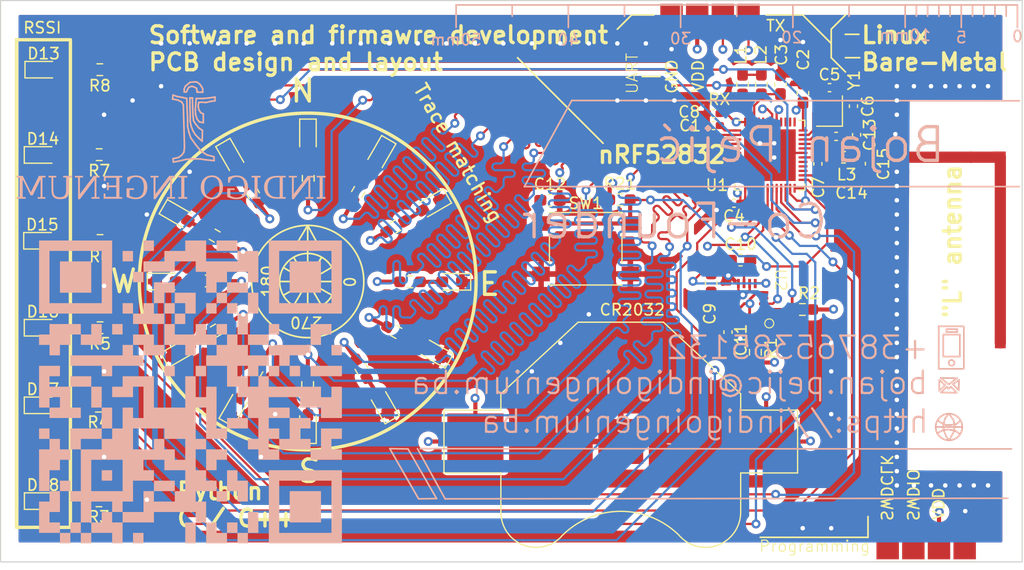
<source format=kicad_pcb>
(kicad_pcb (version 20221018) (generator pcbnew)
  (title_block (title "nRF52832 Beacon visit card") (date "2024-06-08") (rev "v0.1") (company "IndigoIngenium") (comment 1 "Author: Damjan Prerad"))
  (layers (0 "F.Cu" signal) (1 "In1.Cu" signal) (2 "In2.Cu" signal) (31 "B.Cu" signal) (34 "B.Paste" user) (35 "F.Paste" user) (36 "B.SilkS" user "B.Silkscreen") (37 "F.SilkS" user "F.Silkscreen") (38 "B.Mask" user) (39 "F.Mask" user) (44 "Edge.Cuts" user))
  (net 0 "")
  (net 1 "/ANT")
  (net 2 "VDD")
  (net 3 "GND")
  (net 4 "Net-(U1-DEC1)")
  (net 5 "/DEC4")
  (net 6 "/XC2")
  (net 7 "/HC1")
  (net 8 "/ANT_IC")
  (net 9 "/SETC")
  (net 10 "/SETP")
  (net 11 "Net-(U2-C1)")
  (net 12 "/PB")
  (net 13 "Net-(D1-A)")
  (net 14 "Net-(D2-A)")
  (net 15 "Net-(D3-A)")
  (net 16 "Net-(D4-A)")
  (net 17 "Net-(D5-A)")
  (net 18 "Net-(D6-A)")
  (net 19 "Net-(D7-A)")
  (net 20 "Net-(D8-A)")
  (net 21 "Net-(D9-A)")
  (net 22 "Net-(D10-A)")
  (net 23 "Net-(D11-A)")
  (net 24 "Net-(D12-A)")
  (net 25 "Net-(D13-A)")
  (net 26 "Net-(D14-A)")
  (net 27 "Net-(D15-A)")
  (net 28 "Net-(D16-A)")
  (net 29 "Net-(D17-A)")
  (net 30 "Net-(D18-A)")
  (net 31 "/SWDIO")
  (net 32 "/SWDCLK")
  (net 33 "/DCC_MID")
  (net 34 "/DCC")
  (net 35 "/SCL")
  (net 36 "/SDA")
  (net 37 "/DRSSI1")
  (net 38 "/DRSSI2")
  (net 39 "/DRSSI3")
  (net 40 "/DRSSI4")
  (net 41 "/DRSSI5")
  (net 42 "/DRSSI6")
  (net 43 "/D10")
  (net 44 "/D11")
  (net 45 "/D9")
  (net 46 "/D12")
  (net 47 "/D8")
  (net 48 "/D1")
  (net 49 "/D7")
  (net 50 "/D2")
  (net 51 "/D6")
  (net 52 "/D3")
  (net 53 "/D5")
  (net 54 "/D4")
  (net 55 "/DRDY")
  (net 70 "Net-(U1-DEC2)")
  (net 71 "Net-(U1-DEC3)")
  (net 72 "/RX")
  (net 73 "/TX")
  (footprint "Resistor_SMD:R_0603_1608Metric_Pad0.98x0.95mm_HandSolder" (layer "F.Cu") (at 171.4246 107.5182)
    (fp_text reference "R2")
    (fp_text value "2k2")
  )
  (footprint "Resistor_SMD:R_0603_1608Metric_Pad0.98x0.95mm_HandSolder" (layer "F.Cu") (at 127.3556 114.1984 -90)
    (fp_text reference "R15")
    (fp_text value "1k")
  )
  (footprint "Resistor_SMD:R_0603_1608Metric_Pad0.98x0.95mm_HandSolder" (layer "F.Cu") (at 127.4064 95.8342 90)
    (fp_text reference "R14")
    (fp_text value "1k")
  )
  (footprint "Capacitor_SMD:C_0402_1005Metric_Pad0.74x0.62mm_HandSolder" (layer "F.Cu") (at 177.3936 94.5301 -90)
    (fp_text reference "C15")
    (fp_text value "8p")
  )
  (footprint "Package_DFN_QFN:QFN-48-1EP_6x6mm_P0.4mm_EP4.6x4.6mm" (layer "F.Cu") (at 168.529 93.7708)
    (fp_text reference "U1")
    (fp_text value "~")
  )
  (footprint "LED_SMD:LED_0603_1608Metric_Pad1.05x0.95mm_HandSolder" (layer "F.Cu") (at 116.056828 111.2069 30)
    (fp_text reference "D9")
    (fp_text value "LED")
  )
  (footprint "Resistor_SMD:R_0603_1608Metric_Pad0.98x0.95mm_HandSolder" (layer "F.Cu") (at 108.8625 109.1438 180)
    (fp_text reference "R5")
    (fp_text value "1k")
  )
  (footprint "LED_SMD:LED_0603_1608Metric_Pad1.05x0.95mm_HandSolder" (layer "F.Cu") (at 103.773 109.1438)
    (fp_text reference "D16")
    (fp_text value "LED")
  )
  (footprint "Resistor_SMD:R_0603_1608Metric_Pad0.98x0.95mm_HandSolder" (layer "F.Cu") (at 155.1686 97.7392)
    (fp_text reference "R21")
    (fp_text value "10k")
  )
  (footprint "Capacitor_SMD:C_0603_1608Metric_Pad1.08x0.95mm_HandSolder" (layer "F.Cu") (at 171.4754 88.2396 90)
    (fp_text reference "C2")
    (fp_text value "4u7")
  )
  (footprint "Resistor_SMD:R_0603_1608Metric_Pad0.98x0.95mm_HandSolder" (layer "F.Cu") (at 132.15525 112.804248 -60)
    (fp_text reference "R17")
    (fp_text value "1k")
  )
  (footprint "LED_SMD:LED_0603_1608Metric_Pad1.05x0.95mm_HandSolder" (layer "F.Cu") (at 103.773 116.0526)
    (fp_text reference "D17")
    (fp_text value "LED")
  )
  (footprint "Capacitor_SMD:C_0402_1005Metric_Pad0.74x0.62mm_HandSolder" (layer "F.Cu") (at 175.9712 89.408 90)
    (fp_text reference "C6")
    (fp_text value "12p")
  )
  (footprint "LED_SMD:LED_0603_1608Metric_Pad1.05x0.95mm_HandSolder" (layer "F.Cu") (at 103.773 93.7514)
    (fp_text reference "D14")
    (fp_text value "LED")
  )
  (footprint "LED_SMD:LED_0603_1608Metric_Pad1.05x0.95mm_HandSolder" (layer "F.Cu") (at 127.381 92.216 -90)
    (fp_text reference "D1")
    (fp_text value "LED")
  )
  (footprint "Inductor_SMD:L_0603_1608Metric_Pad1.05x0.95mm_HandSolder" (layer "F.Cu") (at 167.767 87.475 90)
    (fp_text reference "L2")
    (fp_text value "15n")
  )
  (footprint "Capacitor_SMD:C_0603_1608Metric_Pad1.08x0.95mm_HandSolder" (layer "F.Cu") (at 169.4688 87.4765 90)
    (fp_text reference "C3")
    (fp_text value "1u")
  )
  (footprint "LED_SMD:LED_0603_1608Metric_Pad1.05x0.95mm_HandSolder" (layer "F.Cu") (at 134.0612 115.9002 120)
    (fp_text reference "D6")
    (fp_text value "LED")
  )
  (footprint "LED_SMD:LED_0603_1608Metric_Pad1.05x0.95mm_HandSolder" (layer "F.Cu") (at 140.2194 105.0544 180)
    (fp_text reference "D4")
    (fp_text value "LED")
  )
  (footprint "Resistor_SMD:R_0603_1608Metric_Pad0.98x0.95mm_HandSolder" (layer "F.Cu") (at 135.257848 109.52385 -30)
    (fp_text reference "R19")
    (fp_text value "1k")
  )
  (footprint "Capacitor_SMD:C_0402_1005Metric_Pad0.74x0.62mm_HandSolder" (layer "F.Cu") (at 164.7952 109.5335 -90)
    (fp_text reference "C11")
    (fp_text value "100n")
  )
  (footprint "Capacitor_SMD:C_0603_1608Metric_Pad1.08x0.95mm_HandSolder" (layer "F.Cu") (at 163.2966 105.156 -90)
    (fp_text reference "C9")
    (fp_text value "u22")
  )
  (footprint "Inductor_SMD:L_0603_1608Metric_Pad1.05x0.95mm_HandSolder" (layer "F.Cu") (at 175.0858 93.9584)
    (fp_text reference "L3")
    (fp_text value "3n9")
  )
  (footprint "LED_SMD:LED_0603_1608Metric_Pad1.05x0.95mm_HandSolder" (layer "F.Cu") (at 103.7222 101.3968)
    (fp_text reference "D15")
    (fp_text value "LED")
  )
  (footprint "Crystal:Crystal_SMD_2016-4Pin_2.0x1.6mm" (layer "F.Cu") (at 173.8376 89.8398 90)
    (fp_text reference "Y1")
    (fp_text value "32 MHz")
  )
  (footprint "Resistor_SMD:R_0603_1608Metric_Pad0.98x0.95mm_HandSolder" (layer "F.Cu") (at 119.0752 100.9396 150)
    (fp_text reference "R10")
    (fp_text value "1k")
  )
  (footprint "SMD_edgeConnector_4pin:SMD_edgeConnector_4pin" (layer "F.Cu") (at 185.8772 128.27 90)
    (fp_text reference "Programming")
    (fp_text value "Programming")
  )
  (footprint "Capacitor_SMD:C_0402_1005Metric_Pad0.74x0.62mm_HandSolder" (layer "F.Cu") (at 165.3286 98.044 180)
    (fp_text reference "C4")
    (fp_text value "100n")
  )
  (footprint "Resistor_SMD:R_0603_1608Metric_Pad0.98x0.95mm_HandSolder" (layer "F.Cu") (at 108.7101 116.1288 180)
    (fp_text reference "R4")
    (fp_text value "1k")
  )
  (footprint "LED_SMD:LED_0603_1608Metric_Pad1.05x0.95mm_HandSolder" (layer "F.Cu") (at 138.527372 111.2831 150)
    (fp_text reference "D5")
    (fp_text value "LED")
  )
  (footprint "Capacitor_SMD:C_0603_1608Metric_Pad1.08x0.95mm_HandSolder" (layer "F.Cu") (at 165.9128 103.124 180)
    (fp_text reference "C10")
    (fp_text value "4u7")
  )
  (footprint "LED_SMD:LED_0603_1608Metric_Pad1.05x0.95mm_HandSolder" (layer "F.Cu") (at 103.7844 124.587)
    (fp_text reference "D18")
    (fp_text value "LED")
  )
  (footprint "Capacitor_SMD:C_0402_1005Metric_Pad0.74x0.62mm_HandSolder" (layer "F.Cu") (at 174.4305 92.1004 180)
    (fp_text reference "C14")
    (fp_text value "100p")
  )
  (footprint "HMC5883L:HMC5883L" (layer "F.Cu") (at 166.4716 106.7562 -90)
    (fp_text reference "U2")
    (fp_text value "~")
  )
  (footprint "LED_SMD:LED_0603_1608Metric_Pad1.05x0.95mm_HandSolder" (layer "F.Cu") (at 103.8352 86.1568)
    (fp_text reference "D13")
    (fp_text value "LED")
  )
  (footprint "LED_SMD:LED_0603_1608Metric_Pad1.05x0.95mm_HandSolder" (layer "F.Cu") (at 127.381 117.7912 90)
    (fp_text reference "D7")
    (fp_text value "LED")
  )
  (footprint "Resistor_SMD:R_0603_1608Metric_Pad0.98x0.95mm_HandSolder" (layer "F.Cu") (at 108.7628 124.5616 180)
    (fp_text reference "R3")
    (fp_text value "1k")
  )
  (footprint "LED_SMD:LED_0603_1608Metric_Pad1.05x0.95mm_HandSolder" (layer "F.Cu") (at 120.9237 116.149972 60)
    (fp_text reference "D8")
    (fp_text value "LED")
  )
  (footprint "Resistor_SMD:R_0603_1608Metric_Pad0.98x0.95mm_HandSolder" (layer "F.Cu") (at 122.7836 113.03 -120)
    (fp_text reference "R13")
    (fp_text value "1k")
  )
  (footprint "Capacitor_SMD:C_0402_1005Metric_Pad0.74x0.62mm_HandSolder" (layer "F.Cu") (at 176.2506 91.9567 -90)
    (fp_text reference "C13")
    (fp_text value "100p")
  )
  (footprint "Capacitor_SMD:C_0402_1005Metric_Pad0.74x0.62mm_HandSolder" (layer "F.Cu") (at 163.4831 90.0684 180)
    (fp_text reference "C8")
    (fp_text value "100n")
  )
  (footprint "Resistor_SMD:R_0603_1608Metric_Pad0.98x0.95mm_HandSolder" (layer "F.Cu") (at 108.8625 101.3714 180)
    (fp_text reference "R6")
    (fp_text value "1k")
  )
  (footprint "Resistor_SMD:R_0603_1608Metric_Pad0.98x0.95mm_HandSolder" (layer "F.Cu") (at 108.7863 93.726 180)
    (fp_text reference "R7")
    (fp_text value "1k")
  )
  (footprint "LED_SMD:LED_0603_1608Metric_Pad1.05x0.95mm_HandSolder" (layer "F.Cu") (at 115.9256 99.187 -30)
    (fp_text reference "D11")
    (fp_text value "LED")
  )
  (footprint "Capacitor_SMD:C_0402_1005Metric_Pad0.74x0.62mm_HandSolder" (layer "F.Cu") (at 173.8376 87.757)
    (fp_text reference "C5")
    (fp_text value "12p")
  )
  (footprint "LED_SMD:LED_0603_1608Metric_Pad1.05x0.95mm_HandSolder" (layer "F.Cu") (at 133.75355 93.824752 -120)
    (fp_text reference "D2")
    (fp_text value "LED")
  )
  (footprint "Resistor_SMD:R_0603_1608Metric_Pad0.98x0.95mm_HandSolder" (layer "F.Cu") (at 136.4723 105.0544)
    (fp_text reference "R20")
    (fp_text value "1k")
  )
  (footprint "Capacitor_SMD:C_0603_1608Metric_Pad1.08x0.95mm_HandSolder" (layer "F.Cu") (at 148.9456 97.79)
    (fp_text reference "C12")
    (fp_text value "10u")
  )
  (footprint "Resistor_SMD:R_0603_1608Metric_Pad0.98x0.95mm_HandSolder" (layer "F.Cu") (at 119.1768 109.3978 -150)
    (fp_text reference "R11")
    (fp_text value "1k")
  )
  (footprint "LED_SMD:LED_0603_1608Metric_Pad1.05x0.95mm_HandSolder" (layer "F.Cu") (at 120.6303 94.077372 -60)
    (fp_text reference "D12")
    (fp_text value "LED")
  )
  (footprint "LED_SMD:LED_0603_1608Metric_Pad1.05x0.95mm_HandSolder" (layer "F.Cu") (at 114.7318 105.029)
    (fp_text reference "D10")
    (fp_text value "LED")
  )
  (footprint "SMD_edgeConnector_4pin:SMD_edgeConnector_4pin" (layer "F.Cu") (at 159.766 81.788 -90)
    (fp_text reference "UART")
    (fp_text value "UART" hide)
  )
  (footprint "LED_SMD:LED_0603_1608Metric_Pad1.05x0.95mm_HandSolder" (layer "F.Cu") (at 138.360876 98.22845 -150)
    (fp_text reference "D3")
    (fp_text value "LED")
  )
  (footprint "Capacitor_SMD:C_0402_1005Metric_Pad0.74x0.62mm_HandSolder" (layer "F.Cu") (at 163.4998 91.1352 180)
    (fp_text reference "C1")
    (fp_text value "100n")
  )
  (footprint "Battery:BatteryHolder_Multicomp_BC-2001_1x2032" (layer "F.Cu") (at 155.2448 119.2784 180)
    (fp_text reference "BT1")
    (fp_text value "Battery_Cell")
  )
  (footprint "Resistor_SMD:R_0603_1608Metric_Pad0.98x0.95mm_HandSolder" (layer "F.Cu") (at 135.1788 100.1268 30)
    (fp_text reference "R18")
    (fp_text value "1k")
  )
  (footprint "Button_Switch_SMD:SW_Push_1P1T_NO_6x6mm_H9.5mm" (layer "F.Cu") (at 152.1206 102.108)
    (fp_text reference "SW1")
    (fp_text value "SW_Push")
  )
  (footprint "Resistor_SMD:R_0603_1608Metric_Pad0.98x0.95mm_HandSolder" (layer "F.Cu") (at 167.2336 111.3301 -90)
    (fp_text reference "R1")
    (fp_text value "2k2")
  )
  (footprint "Resistor_SMD:R_0603_1608Metric_Pad0.98x0.95mm_HandSolder" (layer "F.Cu") (at 118.491 104.9782 180)
    (fp_text reference "R9")
    (fp_text value "1k")
  )
  (footprint "Resistor_SMD:R_0603_1608Metric_Pad0.98x0.95mm_HandSolder" (layer "F.Cu") (at 131.85045 97.050552 60)
    (fp_text reference "R16")
    (fp_text value "1k")
  )
  (footprint "Resistor_SMD:R_0603_1608Metric_Pad0.98x0.95mm_HandSolder" (layer "F.Cu") (at 108.8409 86.1568 180)
    (fp_text reference "R8")
    (fp_text value "1k")
  )
  (footprint "Capacitor_SMD:C_0402_1005Metric_Pad0.74x0.62mm_HandSolder" (layer "F.Cu") (at 172.7998 94.5426 -90)
    (fp_text reference "C7")
    (fp_text value "8p")
  )
  (footprint "Inductor_SMD:L_0603_1608Metric_Pad1.05x0.95mm_HandSolder" (layer "F.Cu") (at 166.0906 87.489 -90)
    (fp_text reference "L1")
    (fp_text value "10u")
  )
  (footprint "Resistor_SMD:R_0603_1608Metric_Pad0.98x0.95mm_HandSolder" (layer "F.Cu") (at 122.47785 97.157848 120)
    (fp_text reference "R12")
    (fp_text value "1k")
  )
  (footprint "Calibration_Scale:Gauge_50mm_Type1_SilkScreenTop" (layer "B.Cu") (at 190.5762 80.391 180)
    (fp_text reference " " hide)
    (fp_text value "Gauge_50mm_Type1_SilkScreenTop")
  )
  (footprint "LOGO" (layer "B.Cu") (at 116.9162 114.8588 180)
    (fp_text reference " ")
    (fp_text value "LOGO" hide)
  )
  (gr_rect (start 188.3918 93.4466) (end 189.5348 93.9292) (fill solid) (layer "F.Cu"))
  (gr_rect (start 188.5696 109.7534) (end 189.5348 110.9726) (fill solid) (layer "F.Cu"))
  (gr_line (start 117.5004 88.011) (end 117.5004 88.1634) (stroke (width 0.15)) (layer "B.SilkS"))
  (gr_line (start 116.1796 88.6206) (end 115.7224 88.5444) (stroke (width 0.15)) (layer "B.SilkS"))
  (gr_circle (center 184.7088 112.268) (end 184.912 112.4204) (stroke (width 0.15)) (fill none) (layer "B.SilkS"))
  (gr_line (start 117.4242 91.059) (end 117.1956 90.7288) (stroke (width 0.15)) (layer "B.SilkS"))
  (gr_line (start 119.1006 88.5952) (end 119.1006 88.9254) (stroke (width 0.15)) (layer "B.SilkS"))
  (gr_line (start 116.3574 87.8586) (end 116.3574 88.138) (stroke (width 0.15)) (layer "B.SilkS"))
  (gr_line (start 116.3574 88.138) (end 116.5606 88.138) (stroke (width 0.15)) (layer "B.SilkS"))
  (gr_line (start 117.3988 92.8624) (end 116.9416 92.2274) (stroke (width 0.15)) (layer "B.SilkS"))
  (gr_line (start 183.9976 118.237) (end 184.4548 118.2116) (stroke (width 0.15)) (layer "B.SilkS"))
  (gr_line (start 116.6368 87.4776) (end 116.459 87.63) (stroke (width 0.15)) (layer "B.SilkS"))
  (gr_line (start 117.6782 92.2782) (end 117.9576 92.5322) (stroke (width 0.15)) (layer "B.SilkS"))
  (gr_line (start 115.3922 94.3864) (end 115.824 94.3102) (stroke (width 0.15)) (layer "B.SilkS"))
  (gr_line (start 117.4496 87.8078) (end 117.5004 88.011) (stroke (width 0.15)) (layer "B.SilkS"))
  (gr_line (start 184.4548 118.2116) (end 184.7596 118.2624) (stroke (width 0.15)) (layer "B.SilkS"))
  (gr_line (start 116.6622 87.9094) (end 116.7638 87.7316) (stroke (width 0.15)) (layer "B.SilkS"))
  (gr_line (start 117.8306 89.9922) (end 118.0592 90.0938) (stroke (width 0.15)) (layer "B.SilkS"))
  (gr_line (start 184.8358 114.173) (end 185.3692 113.792) (stroke (width 0.15)) (layer "B.SilkS"))
  (gr_line (start 116.3828 93.0656) (end 116.332 93.4974) (stroke (width 0.15)) (layer "B.SilkS"))
  (gr_line (start 116.967 91.1606) (end 117.1448 91.6178) (stroke (width 0.15)) (layer "B.SilkS"))
  (gr_line (start 117.3734 90.1446) (end 117.348 89.7382) (stroke (width 0.15)) (layer "B.SilkS"))
  (gr_line (start 183.7182 118.3894) (end 183.9976 118.237) (stroke (width 0.15)) (layer "B.SilkS"))
  (gr_line (start 117.1448 90.3224) (end 117.1194 89.7636) (stroke (width 0.15)) (layer "B.SilkS"))
  (gr_line (start 184.2516 109.5248) (end 185.2168 109.5248) (stroke (width 0.15)) (layer "B.SilkS"))
  (gr_line (start 116.6114 89.5096) (end 116.586 88.7222) (stroke (width 0.15)) (layer "B.SilkS"))
  (gr_line (start 115.824 94.3102) (end 116.4844 94.1578) (stroke (width 0.15)) (layer "B.SilkS"))
  (gr_line (start 118.999 93.9038) (end 118.3894 93.7514) (stroke (width 0.15)) (layer "B.SilkS"))
  (gr_line (start 118.2624 94.1832) (end 119.0244 94.2594) (stroke (width 0.15)) (layer "B.SilkS"))
  (gr_line (start 184.2262 118.8212) (end 184.4802 119.167032) (stroke (width 0.15)) (layer "B.SilkS"))
  (gr_line (start 117.9576 92.5322) (end 117.983 91.567) (stroke (width 0.15)) (layer "B.SilkS"))
  (gr_line (start 185.3438 114.7064) (end 184.8358 114.173) (stroke (width 0.15)) (layer "B.SilkS"))
  (gr_line (start 117.983 91.567) (end 117.6528 91.3384) (stroke (width 0.15)) (layer "B.SilkS"))
  (gr_line (start 117.094 88.6714) (end 116.8654 88.6714) (stroke (width 0.15)) (layer "B.SilkS"))
  (gr_line (start 185.2168 109.5248) (end 185.2168 109.2708) (stroke (width 0.15)) (layer "B.SilkS"))
  (gr_line (start 183.9722 109.7534) (end 183.9722 111.7092) (stroke (width 0.15)) (layer "B.SilkS"))
  (gr_line (start 184.7596 118.2624) (end 185.0644 118.3386) (stroke (width 0.15)) (layer "B.SilkS"))
  (gr_rect (start 183.5658 109.0168) (end 185.801 112.8014) (stroke (width 0.15)) (fill none) (layer "B.SilkS"))
  (gr_line (start 183.9976 118.237) (end 184.2262 118.8212) (stroke (width 0.15)) (layer "B.SilkS"))
  (gr_line (start 184.1246 114.2492) (end 183.6166 113.792) (stroke (width 0.15)) (layer "B.SilkS"))
  (gr_line (start 117.1956 90.7288) (end 117.1448 90.3224) (stroke (width 0.15)) (layer "B.SilkS"))
  (gr_line (start 183.769 114.9096) (end 184.277 114.4016) (stroke (width 0.15)) (layer "B.SilkS"))
  (gr_line (start 116.8908 90.0938) (end 116.8908 90.7542) (stroke (width 0.15)) (layer "B.SilkS"))
  (gr_line (start 118.0084 88.1634) (end 118.0084 87.8586) (stroke (width 0.15)) (layer "B.SilkS"))
  (gr_line (start 184.4802 116.798968) (end 184.15 117.1956) (stroke (width 0.15)) (layer "B.SilkS"))
  (gr_line (start 117.348 91.948) (end 117.6782 92.2782) (stroke (width 0.15)) (layer "B.SilkS"))
  (gr_line (start 184.4294 114.5794) (end 184.658 114.4016) (stroke (width 0.15)) (layer "B.SilkS"))
  (gr_line (start 184.2008 117.8052) (end 184.6072 117.8052) (stroke (width 0.15)) (layer "B.SilkS"))
  (gr_line (start 117.8814 87.63) (end 117.729 87.4268) (stroke (width 0.15)) (layer "B.SilkS"))
  (gr_line (start 159.4104 119.4816) (end 159.6644 119.4816) (stroke (width 0.15)) (layer "B.SilkS"))
  (gr_line (start 117.7798 94.107) (end 118.2624 94.1832) (stroke (width 0.15)) (layer "B.SilkS"))
  (gr_line (start 116.8908 87.2744) (end 116.6368 87.4776) (stroke (width 0.15)) (layer "B.SilkS"))
  (gr_line (start 116.4844 94.1578) (end 116.967 94.107) (stroke (width 0.15)) (layer "B.SilkS"))
  (gr_line (start 116.967 94.107) (end 117.7798 94.107) (stroke (width 0.15)) (layer "B.SilkS"))
  (gr_line (start 146.6596 96.5708) (end 190.754 96.5708) (stroke (width 0.15)) (layer "B.SilkS"))
  (gr_line (start 134.6708 119.9134) (end 137.2362 124.3838) (stroke (width 0.15)) (layer "B.SilkS"))
  (gr_line (start 138.8364 124.3584) (end 136.2964 119.9388) (stroke (width 0.15)) (layer "B.SilkS"))
  (gr_line (start 117.0432 87.63) (end 117.1956 87.6808) (stroke (width 0.15)) (layer "B.SilkS"))
  (gr_line (start 117.5004 88.1634) (end 118.0084 88.1634) (stroke (width 0.15)) (layer "B.SilkS"))
  (gr_line (start 117.6528 91.3384) (end 117.4242 91.059) (stroke (width 0.15)) (layer "B.SilkS"))
  (gr_line (start 115.316 88.773) (end 115.824 88.8746) (stroke (width 0.15)) (layer "B.SilkS"))
  (gr_line (start 184.6072 117.8052) (end 185.1406 117.729) (stroke (width 0.15)) (layer "B.SilkS"))
  (gr_line (start 137.1346 119.9134) (end 139.5984 124.3838) (stroke (width 0.15)) (layer "B.SilkS"))
  (gr_line (start 139.5984 124.3838) (end 189.7126 124.333) (stroke (width 0.15)) (layer "B.SilkS"))
  (gr_line (start 116.8908 90.7542) (end 116.967 91.1606) (stroke (width 0.15)) (layer "B.SilkS"))
  (gr_line (start 119.0244 94.2594) (end 118.999 93.9038) (stroke (width 0.15)) (layer "B.SilkS"))
  (gr_line (start 150.876 88.9) (end 146.6596 96.5708) (stroke (width 0.15)) (layer "B.SilkS"))
  (gr_line (start 183.7436 113.6142) (end 184.4548 114.1984) (stroke (width 0.15)) (layer "B.SilkS"))
  (gr_line (start 184.4802 116.798968) (end 184.8866 117.3734) (stroke (width 0.15)) (layer "B.SilkS"))
  (gr_line (start 183.6166 114.7572) (end 184.1246 114.2492) (stroke (width 0.15)) (layer "B.SilkS"))
  (gr_line (start 185.2168 109.2708) (end 184.2516 109.2708) (stroke (width 0.15)) (layer "B.SilkS"))
  (gr_line (start 115.7224 88.5444) (end 115.3668 88.4174) (stroke (width 0.15)) (layer "B.SilkS"))
  (gr_line (start 118.0084 87.8586) (end 117.8814 87.63) (stroke (width 0.15)) (layer "B.SilkS"))
  (gr_line (start 136.2964 119.9388) (end 134.6708 119.9134) (stroke (width 0.15)) (layer "B.SilkS"))
  (gr_line (start 137.3886 119.9134) (end 190.0428 119.9388) (stroke (width 0.15)) (layer "B.SilkS"))
  (gr_line (start 117.1194 89.7636) (end 117.094 88.6714) (stroke (width 0.15)) (layer "B.SilkS"))
  (gr_line (start 184.15 117.1956) (end 183.9722 117.7544) (stroke (width 0.15)) (layer "B.SilkS"))
  (gr_line (start 116.7638 87.7316) (end 117.0432 87.63) (stroke (width 0.15)) (layer "B.SilkS"))
  (gr_line (start 150.876 88.9) (end 190.754 88.9254) (stroke (width 0.15)) (layer "B.SilkS"))
  (gr_line (start 118.2878 89.0778) (end 117.8814 89.0524) (stroke (width 0.15)) (layer "B.SilkS"))
  (gr_line (start 117.602 89.3826) (end 117.6528 89.7128) (stroke (width 0.15)) (layer "B.SilkS"))
  (gr_line (start 184.277 114.4016) (end 184.4294 114.5794) (stroke (width 0.15)) (layer "B.SilkS"))
  (gr_line (start 117.6528 89.0778) (end 117.602 89.3826) (stroke (width 0.15)) (layer "B.SilkS"))
  (gr_line (start 118.3894 93.7514) (end 118.0338 93.5228) (stroke (width 0.15)) (layer "B.SilkS"))
  (gr_line (start 185.3692 113.792) (end 185.3438 114.7064) (stroke (width 0.15)) (layer "B.SilkS"))
  (gr_line (start 117.1956 87.6808) (end 117.4496 87.8078) (stroke (width 0.15)) (layer "B.SilkS"))
  (gr_line (start 116.9416 92.2274) (end 116.7892 91.7702) (stroke (width 0.15)) (layer "B.SilkS"))
  (gr_line (start 116.8654 89.5096) (end 116.8908 90.0938) (stroke (width 0.15)) (layer "B.SilkS"))
  (gr_line (start 116.6622 91.2114) (end 116.6622 90.5256) (stroke (width 0.15)) (layer "B.SilkS"))
  (gr_line (start 137.2362 124.3838) (end 138.8364 124.3584) (stroke (width 0.15)) (layer "B.SilkS"))
  (gr_line (start 116.586 88.7222) (end 116.1796 88.6206) (stroke (width 0.15)) (layer "B.SilkS"))
  (gr_line (start 117.8814 89.0524) (end 117.6528 89.0778) (stroke (width 0.15)) (layer "B.SilkS"))
  (gr_line (start 117.4242 88.7222) (end 118.0338 88.7222) (stroke (width 0.15)) (layer "B.SilkS"))
  (gr_line (start 119.1006 88.9254) (end 118.745 88.9762) (stroke (width 0.15)) (layer "B.SilkS"))
  (gr_line (start 116.1542 89.0524) (end 116.2812 89.3064) (stroke (width 0.15)) (layer "B.SilkS"))
  (gr_line (start 184.4548 114.1984) (end 185.1914 113.6396) (stroke (width 0.15)) (layer "B.SilkS"))
  (gr_line (start 117.1448 91.6178) (end 117.348 91.948) (stroke (width 0.15)) (layer "B.SilkS"))
  (gr_circle (center 184.4802 117.983) (end 185.4454 118.6688) (stroke (width 0.15)) (fill none) (layer "B.SilkS"))
  (gr_line (start 184.9882 117.9068) (end 184.912 118.4148) (stroke (width 0.15)) (layer "B.SilkS"))
  (gr_line (start 185.166 114.935) (end 183.769 114.9096) (stroke (width 0.15)) (layer "B.SilkS"))
  (gr_line (start 115.3668 88.4174) (end 115.316 88.773) (stroke (width 0.15)) (layer "B.SilkS"))
  (gr_line (start 117.5004 90.551) (end 117.3734 90.1446) (stroke (width 0.15)) (layer "B.SilkS"))
  (gr_line (start 118.745 88.9762) (end 118.2878 89.0778) (stroke (width 0.15)) (layer "B.SilkS"))
  (gr_line (start 118.0592 90.0938) (end 118.0592 90.8812) (stroke (width 0.15)) (layer "B.SilkS"))
  (gr_line (start 116.332 93.4974) (end 116.1542 93.7514) (stroke (width 0.15)) (layer "B.SilkS"))
  (gr_line (start 185.4454 109.7534) (end 183.9722 109.7534) (stroke (width 0.15)) (layer "B.SilkS"))
  (gr_line (start 184.8866 117.3734) (end 184.9882 117.9068) (stroke (width 0.15)) (layer "B.SilkS"))
  (gr_line (start 185.1914 113.6396) (end 183.7436 113.6142) (stroke (width 0.15)) (layer "B.SilkS"))
  (gr_line (start 118.0338 88.7222) (end 118.5926 88.6714) (stroke (width 0.15)) (layer "B.SilkS"))
  (gr_line (start 185.1406 117.729) (end 185.42 117.475) (stroke (width 0.15)) (layer "B.SilkS"))
  (gr_line (start 183.9722 111.7092) (end 185.4454 111.7092) (stroke (width 0.15)) (layer "B.SilkS"))
  (gr_line (start 184.658 114.4016) (end 185.166 114.935) (stroke (width 0.15)) (layer "B.SilkS"))
  (gr_line (start 116.5606 88.138) (end 116.6622 87.9094) (stroke (width 0.15)) (layer "B.SilkS"))
  (gr_line (start 185.0644 118.3386) (end 185.42 118.5926) (stroke (width 0.15)) (layer "B.SilkS"))
  (gr_line (start 185.4454 111.7092) (end 185.4454 109.7534) (stroke (width 0.15)) (layer "B.SilkS"))
  (gr_line (start 183.4134 118.5418) (end 183.7182 118.3894) (stroke (width 0.15)) (layer "B.SilkS"))
  (gr_line (start 184.2516 109.2708) (end 184.2516 109.5248) (stroke (width 0.15)) (layer "B.SilkS"))
  (gr_line (start 183.296168 117.983) (end 185.664232 117.983) (stroke (width 0.15)) (layer "B.SilkS"))
  (gr_line (start 117.348 89.7382) (end 117.4242 88.7222) (stroke (width 0.15)) (layer "B.SilkS"))
  (gr_line (start 183.9722 117.7544) (end 183.9976 118.237) (stroke (width 0.15)) (layer "B.SilkS"))
  (gr_line (start 118.5926 88.6714) (end 119.1006 88.5952) (stroke (width 0.15)) (layer "B.SilkS"))
  (gr_line (start 117.221 87.249) (end 116.8908 87.2744) (stroke (width 0.15)) (layer "B.SilkS"))
  (gr_line (start 117.7036 90.805) (end 117.5004 90.551) (stroke (width 0.15)) (layer "B.SilkS"))
  (gr_line (start 115.8494 93.98) (end 115.3668 94.0816) (stroke (width 0.15)) (layer "B.SilkS"))
  (gr_line (start 115.824 88.8746) (end 116.1542 89.0524) (stroke (width 0.15)) (layer "B.SilkS"))
  (gr_line (start 117.6528 89.7128) (end 117.8306 89.9922) (stroke (width 0.15)) (layer "B.SilkS"))
  (gr_line (start 183.6674 117.5512) (end 184.2008 117.8052) (stroke (width 0.15)) (layer "B.SilkS"))
  (gr_line (start 116.1542 93.7514) (end 115.8494 93.98) (stroke (width 0.15)) (layer "B.SilkS"))
  (gr_line (start 116.8654 88.6714) (end 116.8654 89.5096) (stroke (width 0.15)) (layer "B.SilkS"))
  (gr_line (start 117.729 87.4268) (end 117.475 87.249) (stroke (width 0.15)) (layer "B.SilkS"))
  (gr_line (start 115.3668 94.0816) (end 115.3922 94.3864) (stroke (width 0.15)) (layer "B.SilkS"))
  (gr_line (start 184.912 118.4148) (end 184.4802 119.167032) (stroke (width 0.15)) (layer "B.SilkS"))
  (gr_line (start 116.459 87.63) (end 116.3574 87.8586) (stroke (width 0.15)) (layer "B.SilkS"))
  (gr_line (start 183.6166 113.792) (end 183.6166 114.7572) (stroke (width 0.15)) (layer "B.SilkS"))
  (gr_line (start 116.7892 91.7702) (end 116.6622 91.2114) (stroke (width 0.15)) (layer "B.SilkS"))
  (gr_line (start 116.2812 89.3064) (end 116.3828 93.0656) (stroke (width 0.15)) (layer "B.SilkS"))
  (gr_line (start 117.7544 93.2942) (end 117.3988 92.8624) (stroke (width 0.15)) (layer "B.SilkS"))
  (gr_line (start 118.0592 90.8812) (end 117.7036 90.805) (stroke (width 0.15)) (layer "B.SilkS"))
  (gr_line (start 118.0338 93.5228) (end 117.7544 93.2942) (stroke (width 0.15)) (layer "B.SilkS"))
  (gr_line (start 183.4896 117.3988) (end 183.6674 117.5512) (stroke (width 0.15)) (layer "B.SilkS"))
  (gr_line (start 117.475 87.249) (end 117.221 87.249) (stroke (width 0.15)) (layer "B.SilkS"))
  (gr_line (start 116.6622 90.5256) (end 116.6114 89.5096) (stroke (width 0.15)) (layer "B.SilkS"))
  (gr_line (start 173.99 83.82) (end 173.99 82.55) (stroke (width 0.15)) (layer "F.SilkS"))
  (gr_line (start 146.05 85.09) (end 153.67 92.71) (stroke (width 0.15)) (layer "F.SilkS"))
  (gr_line (start 173.99 82.55) (end 175.26 81.28) (stroke (width 0.15)) (layer "F.SilkS"))
  (gr_line (start 157.1498 86.7664) (end 158.75 86.7664) (stroke (width 0.15)) (layer "F.SilkS"))
  (gr_line (start 173.99 83.82) (end 173.99 85.09) (stroke (width 0.15)) (layer "F.SilkS"))
  (gr_line (start 173.99 85.09) (end 175.26 86.36) (stroke (width 0.15)) (layer "F.SilkS"))
  (gr_circle (center 127.3584 105.0254) (end 132.3584 105.0254) (stroke (width 0.15)) (fill none) (layer "F.SilkS"))
  (gr_line (start 167.6654 127.8128) (end 177.2666 127.8128) (stroke (width 0.15)) (layer "F.SilkS"))
  (gr_line (start 127.3584 105.0254) (end 129.4638 103.7844) (stroke (width 0.15)) (layer "F.SilkS"))
  (gr_line (start 171.45 81.28) (end 173.99 83.82) (stroke (width 0.15)) (layer "F.SilkS"))
  (gr_line (start 176.4538 83.0072) (end 175.2346 83.0072) (stroke (width 0.15)) (layer "F.SilkS"))
  (gr_circle (center 127.3584 105.0254) (end 129.8584 105.0254) (stroke (width 0.15)) (fill none) (layer "F.SilkS"))
  (gr_line (start 127.3584 105.0254) (end 125.1966 106.2482) (stroke (width 0.15)) (layer "F.SilkS"))
  (gr_line (start 127.3584 105.0254) (end 129.4892 106.2228) (stroke (width 0.15)) (layer "F.SilkS"))
  (gr_rect (start 101.4222 83.4898) (end 106.2228 126.9238) (stroke (width 0.3)) (fill none) (layer "F.SilkS"))
  (gr_line (start 127.3584 105.0254) (end 126.111 107.1626) (stroke (width 0.15)) (layer "F.SilkS"))
  (gr_line (start 127.3584 100.0254) (end 126.365 101.6762) (stroke (width 0.15)) (layer "F.SilkS"))
  (gr_line (start 156.21 81.28) (end 158.1912 81.28) (stroke (width 0.15)) (layer "F.SilkS"))
  (gr_line (start 127.3584 105.0254) (end 127.3584 107.5254) (stroke (width 0.15)) (layer "F.SilkS"))
  (gr_line (start 154.94 82.55) (end 156.21 81.28) (stroke (width 0.15)) (layer "F.SilkS"))
  (gr_line (start 127.3584 105.0254) (end 126.1364 102.9208) (stroke (width 0.15)) (layer "F.SilkS"))
  (gr_line (start 127.3584 100.0254) (end 128.2446 101.6762) (stroke (width 0.15)) (layer "F.SilkS"))
  (gr_line (start 127.3584 105.0254) (end 128.5494 102.9462) (stroke (width 0.15)) (layer "F.SilkS"))
  (gr_line (start 127.3584 105.0254) (end 128.5494 107.1118) (stroke (width 0.15)) (layer "F.SilkS"))
  (gr_line (start 127.3584 105.0254) (end 129.8584 105.0254) (stroke (width 0.15)) (layer "F.SilkS"))
  (gr_line (start 127.3584 105.0254) (end 124.8584 105.0254) (stroke (width 0.15)) (layer "F.SilkS"))
  (gr_line (start 176.53 85.09) (end 175.26 85.09) (stroke (width 0.15)) (layer "F.SilkS"))
  (gr_circle (center 127.3584 105.0254) (end 142.3584 105.0254) (stroke (width 0.3)) (fill none) (layer "F.SilkS"))
  (gr_line (start 127.3584 105.0254) (end 125.1966 103.7844) (stroke (width 0.15)) (layer "F.SilkS"))
  (gr_line (start 168.1988 81.28) (end 171.45 81.28) (stroke (width 0.15)) (layer "F.SilkS"))
  (gr_line (start 177.2666 127.8128) (end 177.2666 125.9586) (stroke (width 0.15)) (layer "F.SilkS"))
  (gr_line (start 127.3584 105.0254) (end 127.3584 100.0254) (stroke (width 0.15)) (layer "F.SilkS"))
  (gr_line (start 128.5494 102.9462) (end 127.3584 105.0254) (stroke (width 0.15)) (layer "F.SilkS"))
  (gr_rect (start 100 80) (end 191 130) (stroke (width 0.1)) (fill none) (layer "Edge.Cuts"))
  (gr_text "INDIGO INGENUM" (at 129.1082 97.9932) (layer "B.SilkS") (effects (font (size 2 2)) (justify left bottom mirror)))
  (gr_text "https://indigoingenium.ba\n" (at 182.8038 118.6688) (layer "B.SilkS") (effects (font (size 2 2) (thickness 0.2)) (justify left bottom mirror)))
  (gr_text "bojan.pejic@indigoingenium.ba\n" (at 182.753 115.2144) (layer "B.SilkS") (effects (font (size 2 2) (thickness 0.2)) (justify left bottom mirror)))
  (gr_text "Bojan Pejić\n" (at 184.3532 94.615) (layer "B.SilkS") (effects (font (size 3 3) (thickness 0.3)) (justify left bottom mirror)))
  (gr_text "Co-Founder\n" (at 173.863 101.4222) (layer "B.SilkS") (effects (font (size 3 3) (thickness 0.3)) (justify left bottom mirror)))
  (gr_text "+38765385132\n" (at 182.8292 112.0902) (layer "B.SilkS") (effects (font (size 2 2) (thickness 0.2)) (justify left bottom mirror)))
  (gr_text "RX" (at 162.941 89.3826) (layer "F.SilkS") (effects (font (size 1 1)) (justify left bottom)))
  (gr_text "Linux\nBare-Metal" (at 176.53 86.36) (layer "F.SilkS") (effects (font (size 1.5 1.5) (thickness 0.3) bold) (justify left bottom)))
  (gr_text "180" (at 124.3584 106.5276 90) (layer "F.SilkS") (effects (font (size 1 1)) (justify left bottom)))
  (gr_text "Trace matching" (at 136.6012 87.7824 300) (layer "F.SilkS") (effects (font (size 1.2 1.2) (thickness 0.2) bold) (justify left bottom)))
  (gr_text "VDD" (at 184.15 126.3396 90) (layer "F.SilkS") (effects (font (size 1 1)) (justify left bottom)))
  (gr_text "GND" (at 160.3756 88.392 90) (layer "F.SilkS") (effects (font (size 1 1)) (justify left bottom)))
  (gr_text "Python\nC / C++" (at 115.57 127) (layer "F.SilkS") (effects (font (size 1.5 1.5) (thickness 0.3) bold) (justify left bottom)))
  (gr_text "270\n" (at 128.7526 108.077 180) (layer "F.SilkS") (effects (font (size 1 1)) (justify left bottom)))
  (gr_text "RSSI\n" (at 101.9302 83.0072) (layer "F.SilkS") (effects (font (size 1 1)) (justify left bottom)))
  (gr_text "S" (at 126.365 123.0884) (layer "F.SilkS") (effects (font (size 2 2) (thickness 0.3)) (justify left bottom)))
  (gr_text "0" (at 131.7244 105.6386 90) (layer "F.SilkS") (effects (font (size 1 1)) (justify left bottom)))
  (gr_text "N" (at 125.6792 89.2048) (layer "F.SilkS") (effects (font (size 2 2) (thickness 0.3) bold) (justify left bottom)))
  (gr_text "CR2032" (at 153.2636 108.1278) (layer "F.SilkS") (effects (font (size 1 1)) (justify left bottom)))
  (gr_text "SWDIO" (at 180.6702 126.4412 270) (layer "F.SilkS") (effects (font (size 1 1)) (justify left bottom mirror)))
  (gr_text "nRF52832\n" (at 153.0604 94.615) (layer "F.SilkS") (effects (font (size 1.5 1.5) (thickness 0.3) bold) (justify left bottom)))
  (gr_text "E" (at 142.4432 106.426) (layer "F.SilkS") (effects (font (size 2 2) (thickness 0.3)) (justify left bottom)))
  (gr_text "{dblquote}L{dblquote} antenna\n" (at 185.674 108.4326 90) (layer "F.SilkS") (effects (font (size 1.5 1.5) (thickness 0.3) bold) (justify left bottom)))
  (gr_text "SWDCLK" (at 178.3334 126.4412 270) (layer "F.SilkS") (effects (font (size 1 1)) (justify left bottom mirror)))
  (gr_text "Software and firmawre development\nPCB design and layout" (at 113.03 86.36) (layer "F.SilkS") (effects (font (size 1.5 1.5) (thickness 0.3) bold) (justify left bottom)))
  (gr_text "TX" (at 168.0972 82.8294) (layer "F.SilkS") (effects (font (size 1 1)) (justify left bottom)))
  (gr_text "VDD" (at 162.7124 88.2396 90) (layer "F.SilkS") (effects (font (size 1 1)) (justify left bottom)))
  (gr_text "W" (at 109.6264 106.172) (layer "F.SilkS") (effects (font (size 2 2) (thickness 0.3)) (justify left bottom)))
  (segment (start 175.9608 93.9584) (end 177.3894 93.9584) (width 0.3693) (layer "F.Cu") (net 1))
  (segment (start 180.848 93.9546) (end 186.436 93.9546) (width 1) (layer "F.Cu") (net 1))
  (segment (start 186.436 93.9546) (end 189.0522 93.9546) (width 1) (layer "F.Cu") (net 1))
  (segment (start 177.3936 93.9626) (end 180.848 93.9546) (width 0.3693) (layer "F.Cu") (net 1))
  (segment (start 177.3894 93.9584) (end 177.3936 93.9626) (width 0.3693) (layer "F.Cu") (net 1))
  (segment (start 189.0522 93.9546) (end 189.0522 110.49) (width 1) (layer "F.Cu") (net 1))
  (segment (start 167.2336 112.2426) (end 168.91 112.2426) (width 0.3693) (layer "F.Cu") (net 2))
  (segment (start 172.3371 107.5182) (end 174.1678 107.5182) (width 0.3693) (layer "F.Cu") (net 2))
  (segment (start 172.085 119.2784) (end 172.1358 119.2276) (width 0.3693) (layer "F.Cu") (net 2))
  (segment (start 171.4754 91.5672) (end 171.479 91.5708) (width 0.2) (layer "F.Cu") (net 2))
  (segment (start 165.7216 108.2062) (end 165.2248 108.2062) (width 0.25) (layer "F.Cu") (net 2))
  (segment (start 154.2561 96.5435) (end 154.5336 96.266) (width 0.3693) (layer "F.Cu") (net 2))
  (segment (start 165.8961 97.3923) (end 165.6334 97.1296) (width 0.2) (layer "F.Cu") (net 2))
  (segment (start 165.7216 108.2062) (end 165.7216 107.5187) (width 0.25) (layer "F.Cu") (net 2))
  (segment (start 164.6682 90.0684) (end 165.4206 90.8208) (width 0.2) (layer "F.Cu") (net 2))
  (segment (start 164.7952 108.6358) (end 164.7952 108.966) (width 0.25) (layer "F.Cu") (net 2))
  (segment (start 165.4206 90.8208) (end 165.5318 90.8208) (width 0.2) (layer "F.Cu") (net 2))
  (segment (start 142.2948 119.2784) (end 142.2948 115.447) (width 0.3693) (layer "F.Cu") (net 2))
  (segment (start 142.2948 115.447) (end 142.2654 115.4176) (width 0.3693) (layer "F.Cu") (net 2))
  (segment (start 154.2561 97.7392) (end 154.2561 96.5435) (width 0.3693) (layer "F.Cu") (net 2))
  (segment (start 171.4754 89.154) (end 170.8658 89.7636) (width 0.2) (layer "F.Cu") (net 2))
  (segment (start 162.052 81.788) (end 162.052 84.328) (width 0.3693) (layer "F.Cu") (net 2))
  (segment (start 166.329 96.7208) (end 166.329 97.6953) (width 0.2) (layer "F.Cu") (net 2))
  (segment (start 171.4754 89.1021) (end 171.4754 91.5672) (width 0.2) (layer "F.Cu") (net 2))
  (segment (start 165.8961 98.044) (end 165.8961 97.3923) (width 0.2) (layer "F.Cu") (net 2))
  (segment (start 166.744278 106.615229) (end 166.744278 106.996194) (width 0.25) (layer "F.Cu") (net 2))
  (segment (start 166.7216 108.2062) (end 166.7216 107.018872) (width 0.25) (layer "F.Cu") (net 2))
  (segment (start 183.5912 128.4478) (end 183.5912 125.5776) (width 0.3693) (layer "F.Cu") (net 2))
  (segment (start 165.8961 98.044) (end 165.9803 98.044) (width 0.2) (layer "F.Cu") (net 2))
  (segment (start 167.9716 106.0062) (end 167.353307 106.0062) (width 0.25) (layer "F.Cu") (net 2))
  (segment (start 142.2948 119.2784) (end 138.0998 119.2784) (width 0.3693) (layer "F.Cu") (net 2))
  (segment (start 166.329 90.8208) (end 165.5318 90.8208) (width 0.2) (layer "F.Cu") (net 2))
  (segment (start 168.1948 115.2946) (end 168.1988 115.2906) (width 0.3693) (layer "F.Cu") (net 2))
  (segment (start 183.5912 125.5776) (end 183.6166 125.5522) (width 0.3693) (layer "F.Cu") (net 2))
  (segment (start 168.1948 119.2784) (end 172.085 119.2784) (width 0.3693) (layer "F.Cu") (net 2))
  (segment (start 165.7216 107.5187) (end 166.244106 106.996194) (width 0.25) (layer "F.Cu") (net 2))
  (segment (start 166.7216 107.018872) (end 166.744278 106.996194) (width 0.25) (layer "F.Cu") (net 2))
  (segment (start 166.329 97.6953) (end 165.9636 98.0607) (width 0.2) (layer "F.Cu") (net 2))
  (segment (start 165.2248 108.2062) (end 164.7952 108.6358) (width 0.25) (layer "F.Cu") (net 2))
  (segment (start 168.1948 119.2784) (end 168.1948 115.2946) (width 0.3693) (layer "F.Cu") (net 2))
  (segment (start 167.353307 106.0062) (end 166.744278 106.615229) (width 0.25) (layer "F.Cu") (net 2))
  (segment (start 171.4754 89.1021) (end 171.4754 89.154) (width 0.2) (layer "F.Cu") (net 2))
  (segment (start 166.244106 106.996194) (end 166.744278 106.996194) (width 0.25) (layer "F.Cu") (net 2))
  (segment (start 168.91 112.2426) (end 168.9354 112.2172) (width 0.3693) (layer "F.Cu") (net 2))
  (segment (start 164.0506 90.0684) (end 164.6682 90.0684) (width 0.2) (layer "F.Cu") (net 2))
  (segment (start 174.1678 107.5182) (end 174.1932 107.4928) (width 0.3693) (layer "F.Cu") (net 2))
  (segment (start 165.9803 98.044) (end 166.329 97.6953) (width 0.2) (layer "F.Cu") (net 2))
  (via (at 165.5318 90.8208) (size 0.8) (drill 0.4) (layers "F.Cu" "B.Cu") (net 2))
  (via (at 183.6166 125.5522) (size 0.8) (drill 0.4) (layers "F.Cu" "B.Cu") (net 2))
  (via (at 165.6334 97.1296) (size 0.8) (drill 0.4) (layers "F.Cu" "B.Cu") (net 2))
  (via (at 168.9354 112.2172) (size 0.8) (drill 0.4) (layers "F.Cu" "B.Cu") (net 2))
  (via (at 162.052 84.328) (size 0.8) (drill 0.4) (layers "F.Cu" "B.Cu") (net 2))
  (via (at 172.1358 119.2276) (size 0.8) (drill 0.4) (layers "F.Cu" "B.Cu") (net 2))
  (via (at 166.744278 106.996194) (size 0.8) (drill 0.4) (layers "F.Cu" "B.Cu") (net 2))
  (via (at 170.8658 89.7636) (size 0.8) (drill 0.4) (layers "F.Cu" "B.Cu") (net 2))
  (via (at 138.0998 119.2784) (size 0.8) (drill 0.4) (layers "F.Cu" "B.Cu") (net 2))
  (via (at 154.5336 96.266) (size 0.8) (drill 0.4) (layers "F.Cu" "B.Cu") (net 2))
  (via (at 142.2654 115.4176) (size 0.8) (drill 0.4) (layers "F.Cu" "B.Cu") (net 2))
  (via (at 174.1932 107.4928) (size 0.8) (drill 0.4) (layers "F.Cu" "B.Cu") (net 2))
  (via (at 168.1988 115.2906) (size 0.8) (drill 0.4) (layers "F.Cu" "B.Cu") (net 2))
  (segment (start 169.4688 86.9961) (end 169.4688 85.852) (width 0.3693) (layer "F.Cu") (net 3))
  (segment (start 171.4754 87.3771) (end 171.4754 83.693) (width 0.3693) (layer "F.Cu") (net 3))
  (segment (start 175.3362 91.3892) (end 176.2506 91.3892) (width 0.3693) (layer "F.Cu") (net 3))
  (segment (start 169.4688 86.614) (end 169.4688 85.852) (width 0.3693) (layer "F.Cu") (net 3))
  (segment (start 177.3811 95.1101) (end 177.3936 95.0976) (width 0.3693) (layer "F.Cu") (net 3))
  (segment (start 165.7216 105.7776) (end 165.7216 105.2062) (width 0.2) (layer "F.Cu") (net 3))
  (segment (start 179.7256 91.8766) (end 179.705 91.8972) (width 0.3693) (layer "F.Cu") (net 3))
  (segment (start 174.3876 89.1398) (end 174.3876 89.2898) (width 0.15) (layer "F.Cu") (net 3))
  (segment (start 169.4688 85.852) (end 169.4688 83.5152) (width 0.3693) (layer "F.Cu") (net 3))
  (segment (start 166.7216 105.2062) (end 166.7216 105.8437) (width 0.2) (layer "F.Cu") (net 3))
  (segment (start 164.7952 110.101) (end 165.8794 110.101) (width 0.3693) (layer "F.Cu") (net 3))
  (segment (start 185.8772 125.5268) (end 185.928 125.476) (width 0.3693) (layer "F.Cu") (net 3))
  (segment (start 174.3876 89.2898) (end 173.2876 90.3898) (width 0.15) (layer "F.Cu") (net 3))
  (segment (start 173.2876 90.3898) (end 173.2876 90.5398) (width 0.15) (layer "F.Cu") (net 3))
  (segment (start 165.8794 110.101) (end 165.8874 110.109) (width 0.3693) (layer "F.Cu") (net 3))
  (segment (start 167.529 90.8208) (end 167.529 92.599) (width 0.2) (layer "F.Cu") (net 3))
  (segment (start 166.5478 105.9688) (end 165.9128 105.9688) (width 0.2) (layer "F.Cu") (net 3))
  (segment (start 162.9323 91.1352) (end 162.9323 90.0851) (width 0.3693) (layer "F.Cu") (net 3))
  (segment (start 176.2506 91.3892) (end 179.197 91.3892) (width 0.3693) (layer "F.Cu") (net 3))
  (segment (start 179.197 91.3892) (end 179.705 91.8972) (width 0.3693) (layer "F.Cu") (net 3))
  (segment (start 165.9128 105.9688) (end 165.7216 105.7776) (width 0.2) (layer "F.Cu") (net 3))
  (segment (start 166.7216 105.8437) (end 166.347098 106.218202) (width 0.2) (layer "F.Cu") (net 3))
  (segment (start 165.5312 105.2062) (end 164.8206 104.4956) (width 0.2) (layer "F.Cu") (net 3))
  (segment (start 162.9323 90.0851) (end 162.9156 90.0684) (width 0.3693) (layer "F.Cu") (net 3))
  (segment (start 164.7611 98.044) (end 164.3888 98.044) (width 0.2) (layer "F.Cu") (net 3))
  (segment (start 159.766 81.788) (end 159.766 84.328) (width 0.3693) (layer "F.Cu") (net 3))
  (segment (start 172.7998 95.1101) (end 177.3811 95.1101) (width 0.3693) (layer "F.Cu") (net 3))
  (segment (start 168.729 93.5708) (end 168.529 93.7708) (width 0.2) (layer "F.Cu") (net 3))
  (segment (start 166.7216 105.795) (end 166.5478 105.9688) (width 0.2) (layer "F.Cu") (net 3))
  (segment (start 171.479 93.5708) (end 168.729 93.5708) (width 0.2) (layer "F.Cu") (net 3))
  (segment (start 167.529 92.599) (end 167.64 92.71) (width 0.2) (layer "F.Cu") (net 3))
  (segment (start 185.8772 128.27) (end 185.8772 125.5268) (width 0.3693) (layer "F.Cu") (net 3))
  (segment (start 177.3936 95.0976) (end 179.6796 95.0976) (width 0.3693) (layer "F.Cu") (net 3))
  (segment (start 166.347098 106.218202) (end 166.116 106.218202) (width 0.2) (layer "F.Cu") (net 3))
  (segment (start 179.6796 95.0976) (end 179.832 95.25) (width 0.3693) (layer "F.Cu") (net 3))
  (segment (start 174.998 92.1004) (end 174.998 91.7274) (width 0.3693) (layer "F.Cu") (net 3))
  (segment (start 165.7216 105.2062) (end 165.5312 105.2062) (width 0.2) (layer "F.Cu") (net 3))
  (segment (start 174.998 91.7274) (end 175.3362 91.3892) (width 0.3693) (layer "F.Cu") (net 3))
  (segment (start 164.3888 98.044) (end 163.7792 98.6536) (width 0.2) (layer "F.Cu") (net 3))
  (segment (start 166.7216 105.2062) (end 166.7216 105.795) (width 0.2) (layer "F.Cu") (net 3))
  (via (at 187.96 123.19) (size 0.8) (drill 0.4) (layers "F.Cu" "B.Cu") (net 3))
  (via (at 165.8874 110.109) (size 0.8) (drill 0.4) (layers "F.Cu" "B.Cu") (net 3))
  (via (at 109.22 90.17) (size 0.8) (drill 0.4) (layers "F.Cu" "B.Cu") (net 3))
  (via (at 166.116 106.218202) (size 0.8) (drill 0.4) (layers "F.Cu" "B.Cu") (net 3))
  (via (at 137.16 83.82) (size 0.8) (drill 0.4) (layers "F.Cu" "B.Cu") (net 3))
  (via (at 179.832 109.22) (size 0.8) (drill 0.4) (layers "F.Cu" "B.Cu") (net 3))
  (via (at 168.91 93.98) (size 0.8) (drill 0.4) (layers "F.Cu" "B.Cu") (net 3))
  (via (at 123.19 120.65) (size 0.8) (drill 0.4) (layers "F.Cu" "B.Cu") (net 3))
  (via (at 109.22 105.41) (size 0.8) (drill 0.4) (layers "F.Cu" "B.Cu") (net 3))
  (via (at 139.7 83.82) (size 0.8) (drill 0.4) (layers "F.Cu" "B.Cu") (net 3))
  (via (at 167.64 92.71) (size 0.8) (drill 0.4) (layers "F.Cu" "B.Cu") (net 3))
  (via (at 179.832 97.79) (size 0.8) (drill 0.4) (layers "F.Cu" "B.Cu") (net 3))
  (via (at 114.3 83.82) (size 0.8) (drill 0.4) (layers "F.Cu" "B.Cu") (net 3))
  (via (at 171.45 127) (size 0.8) (drill 0.4) (layers "F.Cu" "B.Cu") (net 3))
  (via (at 179.832 105.41) (size 0.8) (drill 0.4) (layers "F.Cu" "B.Cu") (net 3))
  (via (at 179.832 116.84) (size 0.8) (drill 0.4) (layers "F.Cu" "B.Cu") (net 3))
  (via (at 179.832 101.6) (size 0.8) (drill 0.4) (layers "F.Cu" "B.Cu") (net 3))
  (via (at 164.8206 104.4956) (size 0.8) (drill 0.4) (layers "F.Cu" "B.Cu") (net 3))
  (via (at 116.84 95.25) (size 0.8) (drill 0.4) (layers "F.Cu" "B.Cu") (net 3))
  (via (at 152.4 83.82) (size 0.8) (drill 0.4) (layers "F.Cu" "B.Cu") (net 3))
  (via (at 179.832 113.03) (size 0.8) (drill 0.4) (layers "F.Cu" "B.Cu") (net 3))
  (via (at 179.832 104.14) (size 0.8) (drill 0.4) (layers "F.Cu" "B.Cu") (net 3))
  (via (at 179.832 95.25) (size 0.8) (drill 0.4) (layers "F.Cu" "B.Cu") (net 3))
  (via (at 179.832 87.63) (size 0.8) (drill 0.4) (layers "F.Cu" "B.Cu") (net 3))
  (via (at 179.832 114.3) (size 0.8) (drill 0.4) (layers "F.Cu" "B.Cu") (net 3))
  (via (at 152.4 107.95) (size 0.8) (drill 0.4) (layers "F.Cu" "B.Cu") (net 3))
  (via (at 185.42 123.19) (size 0.8) (drill 0.4) (layers "F.Cu" "B.Cu") (net 3))
  (via (at 179.832 115.57) (size 0.8) (drill 0.4) (layers "F.Cu" "B.Cu") (net 3))
  (via (at 179.832 90.17) (size 0.8) (drill 0.4) (layers "F.Cu" "B.Cu") (net 3))
  (via (at 171.4754 83.693) (size 0.8) (drill 0.4) (layers "F.Cu" "B.Cu") (net 3))
  (via (at 179.832 119.38) (size 0.8) (drill 0.4) (layers "F.Cu" "B.Cu") (net 3))
  (via (at 184.15 87.63) (size 0.8) (drill 0.4) (layers "F.Cu" "B.Cu") (net 3))
  (via (at 114.3 87.63) (size 0.8) (drill 0.4) (layers "F.Cu" "B.Cu") (net 3))
  (via (at 179.832 99.06) (size 0.8) (drill 0.4) (layers "F.Cu" "B.Cu") (net 3))
  (via (at 173.99 127) (size 0.8) (drill 0.4) (layers "F.Cu" "B.Cu") (net 3))
  (via (at 147.32 113.03) (size 0.8) (drill 0.4) (layers "F.Cu" "B.Cu") (net 3))
  (via (at 109.22 120.65) (size 0.8) (drill 0.4) (layers "F.Cu" "B.Cu") (net 3))
  (via (at 185.928 125.476) (size 0.8) (drill 0.4) (layers "F.Cu" "B.Cu") (net 3))
  (via (at 185.42 87.63) (size 0.8) (drill 0.4) (layers "F.Cu" "B.Cu") (net 3))
  (via (at 160.02 88.9) (size 0.8) (drill 0.4) (layers "F.Cu" "B.Cu") (net 3))
  (via (at 119.38 83.82) (size 0.8) (drill 0.4) (layers "F.Cu" "B.Cu") (net 3))
  (via (at 181.356 87.63) (size 0.8) (drill 0.4) (layers "F.Cu" "B.Cu") (net 3))
  (via (at 149.86 83.82) (size 0.8) (drill 0.4) (layers "F.Cu" "B.Cu") (net 3))
  (via (at 179.832 102.87) (size 0.8) (drill 0.4) (layers "F.Cu" "B.Cu") (net 3))
  (via (at 182.88 123.19) (size 0.8) (drill 0.4) (layers "F.Cu" "B.Cu") (net 3))
  (via (at 124.46 83.82) (size 0.8) (drill 0.4) (layers "F.Cu" "B.Cu") (net 3))
  (via (at 121.92 83.82) (size 0.8) (drill 0.4) (layers "F.Cu" "B.Cu") (net 3))
  (via (at 111.76 88.9) (size 0.8) (drill 0.4) (layers "F.Cu" "B.Cu") (net 3))
  (via (at 154.94 83.82) (size 0.8) (drill 0.4) (layers "F.Cu" "B.Cu") (net 3))
  (via (at 179.832 111.76) (size 0.8) (drill 0.4) (layers "F.Cu" "B.Cu") (net 3))
  (via (at 124.46 116.84) (size 0.8) (drill 0.4) (layers "F.Cu" "B.Cu") (net 3))
  (via (at 127 83.82) (size 0.8) (drill 0.4) (layers "F.Cu" "B.Cu") (net 3))
  (via (at 186.69 87.63) (size 0.8) (drill 0.4) (layers "F.Cu" "B.Cu") (net 3))
  (via (at 159.766 84.328) (size 0.8) (drill 0.4) (layers "F.Cu" "B.Cu") (net 3))
  (via (at 179.832 106.68) (size 0.8) (drill 0.4) (layers "F.Cu" "B.Cu") (net 3))
  (via (at 179.832 123.19) (size 0.8) (drill 0.4) (layers "F.Cu" "B.Cu") (net 3))
  (via (at 179.832 107.95) (size 0.8) (drill 0.4) (layers "F.Cu" "B.Cu") (net 3))
  (via (at 173.99 110.49) (size 0.8) (drill 0.4) (layers "F.Cu" "B.Cu") (net 3))
  (via (at 179.832 120.65) (size 0.8) (drill 0.4) (layers "F.Cu" "B.Cu") (net 3))
  (via (at 173.99 116.84) (size 0.8) (drill 0.4) (layers "F.Cu" "B.Cu") (net 3))
  (via (at 179.705 91.8972) (size 0.8) (drill 0.4) (layers "F.Cu" "B.Cu") (net 3))
  (via (at 157.48 83.82) (size 0.8) (drill 0.4) (layers "F.Cu" "B.Cu") (net 3))
  (via (at 182.88 87.63) (size 0.8) (drill 0.4) (layers "F.Cu" "B.Cu") (net 3))
  (via (at 149.86 110.49) (size 0.8) (drill 0.4) (layers "F.Cu" "B.Cu") (net 3))
  (via (at 157.48 88.9) (size 0.8) (drill 0.4) (layers "F.Cu" "B.Cu") (net 3))
  (via (at 109.22 96.52) (size 0.8) (drill 0.4) (layers "F.Cu" "B.Cu") (net 3))
  (via (at 179.832 100.33) (size 0.8) (drill 0.4) (layers "F.Cu" "B.Cu") (net 3))
  (via (at 184.15 123.19) (size 0.8) (drill 0.4) (layers "F.Cu" "B.Cu") (net 3))
  (via (at 113.03 99.06) (size 0.8) (drill 0.4) (layers "F.Cu" "B.Cu") (net 3))
  (via (at 173.99 113.03) (size 0.8) (drill 0.4) (layers "F.Cu" "B.Cu") (net 3))
  (via (at 179.832 96.52) (size 0.8) (drill 0.4) (layers "F.Cu" "B.Cu") (net 3))
  (via (at 142.24 83.82) (size 0.8) (drill 0.4) (layers "F.Cu" "B.Cu") (net 3))
  (via (at 169.4688 83.5152) (size 0.8) (drill 0.4) (layers "F.Cu" "B.Cu") (net 3))
  (via (at 179.832 118.11) (size 0.8) (drill 0.4) (layers "F.Cu" "B.Cu") (net 3))
  (via (at 179.832 110.49) (size 0.8) (drill 0.4) (layers "F.Cu" "B.Cu") (net 3))
  (via (at 179.832 88.9) (size 0.8) (drill 0.4) (layers "F.Cu" "B.Cu") (net 3))
  (via (at 144.78 83.82) (size 0.8) (drill 0.4) (layers "F.Cu" "B.Cu") (net 3))
  (via (at 116.84 83.82) (size 0.8) (drill 0.4) (layers "F.Cu" "B.Cu") (net 3))
  (via (at 179.832 121.92) (size 0.8) (drill 0.4) (layers "F.Cu" "B.Cu") (net 3))
  (via (at 109.22 113.03) (size 0.8) (drill 0.4) (layers "F.Cu" "B.Cu") (net 3))
  (via (at 186.69 123.19) (size 0.8) (drill 0.4) (layers "F.Cu" "B.Cu") (net 3))
  (via (at 129.54 83.82) (size 0.8) (drill 0.4) (layers "F.Cu" "B.Cu") (net 3))
  (via (at 154.94 88.9) (size 0.8) (drill 0.4) (layers "F.Cu" "B.Cu") (net 3))
  (via (at 181.356 123.19) (size 0.8) (drill 0.4) (layers "F.Cu" "B.Cu") (net 3))
  (via (at 168.91 92.71) (size 0.8) (drill 0.4) (layers "F.Cu" "B.Cu") (net 3))
  (via (at 187.96 87.63) (size 0.8) (drill 0.4) (layers "F.Cu" "B.Cu") (net 3))
  (via (at 163.7792 98.6536) (size 0.8) (drill 0.4) (layers "F.Cu" "B.Cu") (net 3))
  (via (at 113.03 124.46) (size 0.8) (drill 0.4) (layers "F.Cu" "B.Cu") (net 3))
  (via (at 132.08 83.82) (size 0.8) (drill 0.4) (layers "F.Cu" "B.Cu") (net 3))
  (via (at 134.62 83.82) (size 0.8) (drill 0.4) (layers "F.Cu" "B.Cu") (net 3))
  (via (at 147.32 83.82) (size 0.8) (drill 0.4) (layers "F.Cu" "B.Cu") (net 3))
  (segment (start 164.5029 91.5708) (end 164.0673 91.1352) (width 0.2) (layer "F.Cu") (net 4))
  (segment (start 165.579 91.5708) (end 164.5029 91.5708) (width 0.2) (layer "F.Cu") (net 4))
  (segment (start 167.767 88.35) (end 167.767 88.7196) (width 0.2) (layer "F.Cu") (net 5))
  (segment (start 167.778 88.339) (end 167.767 88.35) (width 0.2) (layer "F.Cu") (net 5))
  (segment (start 167.129 89.3576) (end 167.129 90.8208) (width 0.2) (layer "F.Cu") (net 5))
  (segment (start 169.4688 88.339) (end 167.778 88.339) (width 0.2) (layer "F.Cu") (net 5))
  (segment (start 167.767 88.7196) (end 167.129 89.3576) (width 0.2) (layer "F.Cu") (net 5))
  (segment (start 171.979114 91.9708) (end 172.3898 91.560114) (width 0.2) (layer "F.Cu") (net 6))
  (segment (start 173.2876 89.1398) (end 173.2876 87.7745) (width 0.2) (layer "F.Cu") (net 6))
  (segment (start 172.3898 91.560114) (end 172.3898 90.0376) (width 0.2) (layer "F.Cu") (net 6))
  (segment (start 171.479 91.9708) (end 171.979114 91.9708) (width 0.2) (layer "F.Cu") (net 6))
  (segment (start 173.2876 87.7745) (end 173.2701 87.757) (width 0.2) (layer "F.Cu") (net 6))
  (segment (start 172.3898 90.0376) (end 173.2876 89.1398) (width 0.2) (layer "F.Cu") (net 6))
  (segment (start 174.3876 90.5398) (end 175.4069 90.5398) (width 0.2) (layer "F.Cu") (net 7))
  (segment (start 174.3876 90.5398) (end 174.3876 91.1898) (width 0.2) (layer "F.Cu") (net 7))
  (segment (start 173.0252 91.4904) (end 172.1448 92.3708) (width 0.2) (layer "F.Cu") (net 7))
  (segment (start 174.3876 91.1898) (end 174.087 91.4904) (width 0.2) (layer "F.Cu") (net 7))
  (segment (start 174.087 91.4904) (end 173.0252 91.4904) (width 0.2) (layer "F.Cu") (net 7))
  (segment (start 172.1448 92.3708) (end 171.479 92.3708) (width 0.2) (layer "F.Cu") (net 7))
  (segment (start 175.4069 90.5398) (end 175.9712 89.9755) (width 0.2) (layer "F.Cu") (net 7))
  (segment (start 172.8165 93.9584) (end 172.7998 93.9751) (width 0.3693) (layer "F.Cu") (net 8))
  (segment (start 174.2108 93.9584) (end 172.8165 93.9584) (width 0.3693) (layer "F.Cu") (net 8))
  (segment (start 172.7955 93.9708) (end 172.7998 93.9751) (width 0.2) (layer "F.Cu") (net 8))
  (segment (start 171.479 93.9708) (end 172.7955 93.9708) (width 0.2) (layer "F.Cu") (net 8))
  (segment (start 163.2966 104.2935) (end 162.3811 104.2935) (width 0.2) (layer "F.Cu") (net 9))
  (segment (start 168.1734 105.1814) (end 167.2464 105.1814) (width 0.2) (layer "F.Cu") (net 9))
  (segment (start 167.2464 105.1814) (end 167.2216 105.2062) (width 0.2) (layer "F.Cu") (net 9))
  (segment (start 162.3811 104.2935) (end 161.671 105.0036) (width 0.2) (layer "F.Cu") (net 9))
  (via (at 168.1734 105.1814) (size 0.8) (drill 0.4) (layers "F.Cu" "B.Cu") (net 9))
  (via (at 161.671 105.0036) (size 0.8) (drill 0.4) (layers "F.Cu" "B.Cu") (net 9))
  (segment (start 161.863 105.1956) (end 168.1592 105.1956) (width 0.2) (layer "B.Cu") (net 9))
  (segment (start 161.671 105.0036) (end 161.863 105.1956) (width 0.2) (layer "B.Cu") (net 9))
  (segment (start 168.1592 105.1956) (end 168.1734 105.1814) (width 0.2) (layer "B.Cu") (net 9))
  (segment (start 163.2966 106.0185) (end 164.9593 106.0185) (width 0.2) (layer "F.Cu") (net 10))
  (segment (start 164.9593 106.0185) (end 164.9716 106.0062) (width 0.2) (layer "F.Cu") (net 10))
  (segment (start 166.2216 104.2376) (end 166.2216 105.2062) (width 0.2) (layer "F.Cu") (net 11))
  (segment (start 166.7753 103.124) (end 166.7753 103.6839) (width 0.2) (layer "F.Cu") (net 11))
  (segment (start 166.7753 103.6839) (end 166.2216 104.2376) (width 0.2) (layer "F.Cu") (net 11))
  (segment (start 171.666094 96.7208) (end 173.6344 98.689106) (width 0.2) (layer "F.Cu") (net 12))
  (segment (start 157.8864 97.7646) (end 156.1065 97.7646) (width 0.2) (layer "F.Cu") (net 12))
  (segment (start 173.6344 98.689106) (end 173.6344 101.6254) (width 0.2) (layer "F.Cu") (net 12))
  (segment (start 156.1065 97.7646) (end 156.0811 97.7392) (width 0.2) (layer "F.Cu") (net 12))
  (segment (start 156.0956 99.858) (end 148.1456 99.858) (width 0.3693) (layer "F.Cu") (net 12))
  (segment (start 148.0831 97.79) (end 148.0831 99.7955) (width 0.3693) (layer "F.Cu") (net 12))
  (segment (start 156.0811 97.7392) (end 156.0811 99.8435) (width 0.3693) (layer "F.Cu") (net 12))
  (segment (start 156.0811 99.8435) (end 156.0956 99.858) (width 0.3693) (layer "F.Cu") (net 12))
  (segment (start 148.0831 99.7955) (end 148.1456 99.858) (width 0.3693) (layer "F.Cu") (net 12))
  (segment (start 170.729 96.7208) (end 171.666094 96.7208) (width 0.2) (layer "F.Cu") (net 12))
  (segment (start 173.6344 101.6254) (end 171.577 103.6828) (width 0.2) (layer "F.Cu") (net 12))
  (segment (start 171.577 103.6828) (end 168.2242 103.6828) (width 0.2) (layer "F.Cu") (net 12))
  (via (at 168.2242 103.6828) (size 0.8) (drill 0.4) (layers "F.Cu" "B.Cu") (net 12))
  (via (at 157.8864 97.7646) (size 0.8) (drill 0.4) (layers "F.Cu" "B.Cu") (net 12))
  (segment (start 165.7858 102.7684) (end 167.3098 102.7684) (width 0.2) (layer "B.Cu") (net 12))
  (segment (start 160.782 97.7646) (end 165.7858 102.7684) (width 0.2) (layer "B.Cu") (net 12))
  (segment (start 167.3098 102.7684) (end 168.2242 103.6828) (width 0.2) (layer "B.Cu") (net 12))
  (segment (start 157.8864 97.7646) (end 160.782 97.7646) (width 0.2) (layer "B.Cu") (net 12))
  (segment (start 127.4064 94.9217) (end 127.381 93.091) (width 0.3693) (layer "F.Cu") (net 13))
  (segment (start 132.3067 96.260304) (end 133.31605 94.582524) (width 0.3693) (layer "F.Cu") (net 14))
  (segment (start 135.969048 99.67055) (end 137.603104 98.66595) (width 0.3693) (layer "F.Cu") (net 15))
  (segment (start 137.3848 105.0544) (end 139.3444 105.0544) (width 0.3693) (layer "F.Cu") (net 16))
  (segment (start 136.048096 109.9801) (end 137.7696 110.8456) (width 0.3693) (layer "F.Cu") (net 17))
  (segment (start 132.6115 113.594496) (end 133.6237 115.142428) (width 0.3693) (layer "F.Cu") (net 18))
  (segment (start 127.3556 115.1109) (end 127.381 116.9162) (width 0.3693) (layer "F.Cu") (net 19))
  (segment (start 122.32735 113.820248) (end 121.3612 115.3922) (width 0.3693) (layer "F.Cu") (net 20))
  (segment (start 118.386552 109.85405) (end 116.8146 110.7694) (width 0.3693) (layer "F.Cu") (net 21))
  (segment (start 117.5785 104.9782) (end 115.6068 105.029) (width 0.3693) (layer "F.Cu") (net 22))
  (segment (start 118.284952 100.48335) (end 116.683372 99.6245) (width 0.3693) (layer "F.Cu") (net 23))
  (segment (start 122.0216 96.3676) (end 121.0678 94.835144) (width 0.3693) (layer "F.Cu") (net 24))
  (segment (start 104.7102 86.1568) (end 107.9284 86.1568) (width 0.3693) (layer "F.Cu") (net 25))
  (segment (start 104.648 93.7514) (end 107.8738 93.726) (width 0.3693) (layer "F.Cu") (net 26))
  (segment (start 104.5972 101.3968) (end 107.95 101.3714) (width 0.3693) (layer "F.Cu") (net 27))
  (segment (start 107.95 109.1438) (end 104.648 109.1438) (width 0.3693) (layer "F.Cu") (net 28))
  (segment (start 104.648 116.0526) (end 107.7976 116.1288) (width 0.3693) (layer "F.Cu") (net 29))
  (segment (start 104.6594 124.587) (end 107.8503 124.5616) (width 0.3693) (layer "F.Cu") (net 30))
  (segment (start 172.249533 95.5708) (end 172.589133 95.9104) (width 0.2) (layer "F.Cu") (net 31))
  (segment (start 178.562 123.5202) (end 181.3052 126.2634) (width 0.2) (layer "F.Cu") (net 31))
  (segment (start 175.2346 95.9104) (end 178.562 99.2378) (width 0.2) (layer "F.Cu") (net 31))
  (segment (start 172.589133 95.9104) (end 175.2346 95.9104) (width 0.2) (layer "F.Cu") (net 31))
  (segment (start 178.562 99.2378) (end 178.562 123.5202) (width 0.2) (layer "F.Cu") (net 31))
  (segment (start 181.3052 126.2634) (end 181.3052 128.4478) (width 0.2) (layer "F.Cu") (net 31))
  (segment (start 171.479 95.5708) (end 172.249533 95.5708) (width 0.2) (layer "F.Cu") (net 31))
  (segment (start 179.0192 125.5776) (end 179.0192 128.4478) (width 0.2) (layer "F.Cu") (net 32))
  (segment (start 177.3428 99.7966) (end 177.3428 123.9012) (width 0.2) (layer "F.Cu") (net 32))
  (segment (start 172.7962 96.8248) (end 174.371 96.8248) (width 0.2) (layer "F.Cu") (net 32))
  (segment (start 171.9422 95.9708) (end 172.7962 96.8248) (width 0.2) (layer "F.Cu") (net 32))
  (segment (start 171.479 95.9708) (end 171.9422 95.9708) (width 0.2) (layer "F.Cu") (net 32))
  (segment (start 174.371 96.8248) (end 177.3428 99.7966) (width 0.2) (layer "F.Cu") (net 32))
  (segment (start 177.3428 123.9012) (end 179.0192 125.5776) (width 0.2) (layer "F.Cu") (net 32))
  (segment (start 166.0906 86.614) (end 167.753 86.614) (width 0.2) (layer "F.Cu") (net 33))
  (segment (start 166.0906 88.7336) (end 166.729 89.372) (width 0.2) (layer "F.Cu") (net 34))
  (segment (start 166.0906 88.364) (end 166.0906 88.7336) (width 0.2) (layer "F.Cu") (net 34))
  (segment (start 166.729 89.372) (end 166.729 90.8208) (width 0.2) (layer "F.Cu") (net 34))
  (segment (start 166.2722 111.379) (end 167.2336 110.4176) (width 0.2) (layer "F.Cu") (net 35))
  (segment (start 166.729 98.5232) (end 165.927 99.3252) (width 0.2) (layer "F.Cu") (net 35))
  (segment (start 165.927 99.3252) (end 164.32745 99.3252) (width 0.2) (layer "F.Cu") (net 35))
  (segment (start 164.084 111.379) (end 166.2722 111.379) (width 0.2) (layer "F.Cu") (net 35))
  (segment (start 160.2232 107.5182) (end 164.084 111.379) (width 0.2) (layer "F.Cu") (net 35))
  (segment (start 167.2216 108.2062) (end 167.2216 110.4056) (width 0.25) (layer "F.Cu") (net 35))
  (segment (start 166.729 96.7208) (end 166.729 98.5232) (width 0.2) (layer "F.Cu") (net 35))
  (segment (start 164.32745 99.3252) (end 162.052 101.60065) (width 0.2) (layer "F.Cu") (net 35))
  (segment (start 167.2216 110.4056) (end 167.2336 110.4176) (width 0.25) (layer "F.Cu") (net 35))
  (segment (start 160.2232 104.2162) (end 160.2232 107.5182) (width 0.2) (layer "F.Cu") (net 35))
  (segment (start 162.052 101.60065) (end 162.052 102.3874) (width 0.2) (layer "F.Cu") (net 35))
  (segment (start 162.052 102.3874) (end 160.2232 104.2162) (width 0.2) (layer "F.Cu") (net 35))
  (segment (start 167.129 99.31765) (end 166.24365 100.203) (width 0.2) (layer "F.Cu") (net 36))
  (segment (start 167.9716 107.5062) (end 170.5001 107.5062) (width 0.25) (layer "F.Cu") (net 36))
  (segment (start 170.5001 107.5062) (end 170.5121 107.5182) (width 0.25) (layer "F.Cu") (net 36))
  (segment (start 166.24365 100.203) (end 165.100002 100.203) (width 0.2) (layer "F.Cu") (net 36))
  (segment (start 167.129 96.7208) (end 167.129 99.31765) (width 0.2) (layer "F.Cu") (net 36))
  (segment (start 170.5121 107.5182) (end 170.5121 106.045) (width 0.25) (layer "F.Cu") (net 36))
  (via (at 170.5121 106.045) (size 0.8) (drill 0.4) (layers "F.Cu" "B.Cu") (net 36))
  (via (at 165.100002 100.203) (size 0.8) (drill 0.4) (layers "F.Cu" "B.Cu") (net 36))
  (segment (start 167.1828 100.203) (end 165.100002 100.203) (width 0.2) (layer "B.Cu") (net 36))
  (segment (start 170.5121 106.045) (end 170.5121 103.5323) (width 0.2) (layer "B.Cu") (net 36))
  (segment (start 170.5121 103.5323) (end 167.1828 100.203) (width 0.2) (layer "B.Cu") (net 36))
  (segment (start 168.329 96.7208) (end 168.329 100.359249) (width 0.2) (layer "F.Cu") (net 37))
  (segment (start 167.2844 126.619) (end 111.7327 126.619) (width 0.2) (layer "F.Cu") (net 37))
  (segment (start 111.7327 126.619) (end 109.6753 124.5616) (width 0.2) (layer "F.Cu") (net 37))
  (segment (start 168.329 100.359249) (end 169.066824 101.097073) (width 0.2) (layer "F.Cu") (net 37))
  (via (at 169.066824 101.097073) (size 0.8) (drill 0.4) (layers "F.Cu" "B.Cu") (net 37))
  (via (at 167.2844 126.619) (size 0.8) (drill 0.4) (layers "F.Cu" "B.Cu") (net 37))
  (segment (start 169.066824 101.097073) (end 169.066824 101.100789) (width 0.2) (layer "B.Cu") (net 37))
  (segment (start 172.5676 115.5954) (end 167.2844 120.8786) (width 0.2) (layer "B.Cu") (net 37))
  (segment (start 169.066824 101.100789) (end 170.531236 102.5652) (width 0.2) (layer "B.Cu") (net 37))
  (segment (start 170.531236 102.5652) (end 171.8056 102.5652) (width 0.2) (layer "B.Cu") (net 37))
  (segment (start 172.5676 103.3272) (end 172.5676 115.5954) (width 0.2) (layer "B.Cu") (net 37))
  (segment (start 167.2844 120.8786) (end 167.2844 126.619) (width 0.2) (layer "B.Cu") (net 37))
  (segment (start 171.8056 102.5652) (end 172.5676 103.3272) (width 0.2) (layer "B.Cu") (net 37))
  (segment (start 168.729 99.387) (end 170.2562 100.9142) (width 0.2) (layer "F.Cu") (net 38))
  (segment (start 109.6226 116.1288) (end 118.919 125.4252) (width 0.2) (layer "F.Cu") (net 38))
  (segment (start 175.8442 105.8672) (end 175.8442 104.9782) (width 0.2) (layer "F.Cu") (net 38))
  (segment (start 175.8442 104.9782) (end 174.1424 103.2764) (width 0.2) (layer "F.Cu") (net 38))
  (segment (start 170.7642 125.4252) (end 175.8442 120.3452) (width 0.2) (layer "F.Cu") (net 38))
  (segment (start 175.8442 120.3452) (end 175.8442 105.8672) (width 0.2) (layer "F.Cu") (net 38))
  (segment (start 168.729 96.7208) (end 168.729 99.387) (width 0.2) (layer "F.Cu") (net 38))
  (segment (start 118.919 125.4252) (end 170.7642 125.4252) (width 0.2) (layer "F.Cu") (net 38))
  (via (at 174.1424 103.2764) (size 0.8) (drill 0.4) (layers "F.Cu" "B.Cu") (net 38))
  (via (at 170.2562 100.9142) (size 0.8) (drill 0.4) (layers "F.Cu" "B.Cu") (net 38))
  (segment (start 171.196 101.854) (end 172.72 101.854) (width 0.2) (layer "B.Cu") (net 38))
  (segment (start 172.72 101.854) (end 174.1424 103.2764) (width 0.2) (layer "B.Cu") (net 38))
  (segment (start 171.196 101.854) (end 170.2562 100.9142) (width 0.2) (layer "B.Cu") (net 38))
  (segment (start 109.775 109.1438) (end 124.6086 123.9774) (width 0.2) (layer "F.Cu") (net 39))
  (segment (start 169.129 98.5932) (end 171.5008 100.965) (width 0.2) (layer "F.Cu") (net 39))
  (segment (start 169.129 96.7208) (end 169.129 98.5932) (width 0.2) (layer "F.Cu") (net 39))
  (segment (start 171.5008 100.965) (end 172.6438 100.965) (width 0.2) (layer "F.Cu") (net 39))
  (segment (start 124.6086 123.9774) (end 169.037 123.9774) (width 0.2) (layer "F.Cu") (net 39))
  (via (at 172.6438 100.965) (size 0.8) (drill 0.4) (layers "F.Cu" "B.Cu") (net 39))
  (via (at 169.037 123.9774) (size 0.8) (drill 0.4) (layers "F.Cu" "B.Cu") (net 39))
  (segment (start 174.0408 124.0282) (end 169.0878 124.0282) (width 0.2) (layer "B.Cu") (net 39))
  (segment (start 176.022 102.3874) (end 176.022 122.047) (width 0.2) (layer "B.Cu") (net 39))
  (segment (start 169.0878 124.0282) (end 169.037 123.9774) (width 0.2) (layer "B.Cu") (net 39))
  (segment (start 176.022 122.047) (end 174.0408 124.0282) (width 0.2) (layer "B.Cu") (net 39))
  (segment (start 172.6438 100.965) (end 174.5996 100.965) (width 0.2) (layer "B.Cu") (net 39))
  (segment (start 174.5996 100.965) (end 176.022 102.3874) (width 0.2) (layer "B.Cu") (net 39))
  (segment (start 169.529 97.9772) (end 171.3484 99.7966) (width 0.2) (layer "F.Cu") (net 40))
  (segment (start 171.3484 99.7966) (end 172.567598 99.7966) (width 0.2) (layer "F.Cu") (net 40))
  (segment (start 169.529 96.7208) (end 169.529 97.9772) (width 0.2) (layer "F.Cu") (net 40))
  (segment (start 119.8372 88.8238) (end 124.9172 88.8238) (width 0.2) (layer "F.Cu") (net 40))
  (segment (start 109.775 98.886) (end 119.8372 88.8238) (width 0.2) (layer "F.Cu") (net 40))
  (segment (start 109.775 101.3714) (end 109.775 98.886) (width 0.2) (layer "F.Cu") (net 40))
  (via (at 172.567598 99.7966) (size 0.8) (drill 0.4) (layers "F.Cu" "B.Cu") (net 40))
  (via (at 124.9172 88.8238) (size 0.8) (drill 0.4) (layers "F.Cu" "B.Cu") (net 40))
  (segment (start 170.6626 99.7966) (end 172.567598 99.7966) (width 0.2) (layer "B.Cu") (net 40))
  (segment (start 127.635 86.106) (end 159.2834 86.106) (width 0.2) (layer "B.Cu") (net 40))
  (segment (start 124.9172 88.8238) (end 127.635 86.106) (width 0.2) (layer "B.Cu") (net 40))
  (segment (start 168.656 97.79) (end 170.6626 99.7966) (width 0.2) (layer "B.Cu") (net 40))
  (segment (start 159.2834 86.106) (end 168.656 95.4786) (width 0.2) (layer "B.Cu") (net 40))
  (segment (start 168.656 95.4786) (end 168.656 97.79) (width 0.2) (layer "B.Cu") (net 40))
  (segment (start 111.3536 93.726) (end 117.5258 87.5538) (width 0.2) (layer "F.Cu") (net 41))
  (segment (start 109.6988 93.726) (end 111.3536 93.726) (width 0.2) (layer "F.Cu") (net 41))
  (segment (start 169.929 97.811514) (end 170.726179 98.608693) (width 0.2) (layer "F.Cu") (net 41))
  (segment (start 117.5258 87.5538) (end 163.7792 87.5538) (width 0.2) (layer "F.Cu") (net 41))
  (segment (start 169.929 96.7208) (end 169.929 97.811514) (width 0.2) (layer "F.Cu") (net 41))
  (segment (start 170.726179 98.608693) (end 172.564037 98.608693) (width 0.2) (layer "F.Cu") (net 41))
  (via (at 172.564037 98.608693) (size 0.8) (drill 0.4) (layers "F.Cu" "B.Cu") (net 41))
  (via (at 163.7792 87.5538) (size 0.8) (drill 0.4) (layers "F.Cu" "B.Cu") (net 41))
  (segment (start 170.0784 98.0694) (end 170.0784 89.281) (width 0.2) (layer "B.Cu") (net 41))
  (segment (start 168.3512 87.5538) (end 163.7792 87.5538) (width 0.2) (layer "B.Cu") (net 41))
  (segment (start 170.0784 89.281) (end 168.3512 87.5538) (width 0.2) (layer "B.Cu") (net 41))
  (segment (start 170.617693 98.608693) (end 170.0784 98.0694) (width 0.2) (layer "B.Cu") (net 41))
  (segment (start 172.564037 98.608693) (end 170.617693 98.608693) (width 0.2) (layer "B.Cu") (net 41))
  (segment (start 164.3634 86.1568) (end 164.3888 86.1314) (width 0.2) (layer "F.Cu") (net 42))
  (segment (start 170.943279 97.830054) (end 171.699381 97.830054) (width 0.2) (layer "F.Cu") (net 42))
  (segment (start 109.7534 86.1568) (end 164.3634 86.1568) (width 0.2) (layer "F.Cu") (net 42))
  (segment (start 170.329 96.7208) (end 170.329 97.215775) (width 0.2) (layer "F.Cu") (net 42))
  (segment (start 170.329 97.215775) (end 170.943279 97.830054) (width 0.2) (layer "F.Cu") (net 42))
  (via (at 171.699381 97.830054) (size 0.8) (drill 0.4) (layers "F.Cu" "B.Cu") (net 42))
  (via (at 164.3888 86.1314) (size 0.8) (drill 0.4) (layers "F.Cu" "B.Cu") (net 42))
  (segment (start 168.783 86.1314) (end 164.3888 86.1314) (width 0.2) (layer "B.Cu") (net 42))
  (segment (start 171.699381 97.830054) (end 171.699381 89.047781) (width 0.2) (layer "B.Cu") (net 42))
  (segment (start 171.699381 89.047781) (end 168.783 86.1314) (width 0.2) (layer "B.Cu") (net 42))
  (segment (start 119.4035 104.9782) (end 121.4628 105.0036) (width 0.3693) (layer "F.Cu") (net 43))
  (segment (start 160.544553 99.304334) (end 160.473843 99.233624) (width 0.2) (layer "F.Cu") (net 43))
  (segment (start 160.898106 98.809359) (end 160.968817 98.88007) (width 0.2) (layer "F.Cu") (net 43))
  (segment (start 163.7124 95.5708) (end 162.9664 96.3168) (width 0.2) (layer "F.Cu") (net 43))
  (segment (start 161.74664 97.536562) (end 161.746638 97.536563) (width 0.2) (layer "F.Cu") (net 43))
  (segment (start 162.223936 96.741065) (end 162.223935 96.741064) (width 0.2) (layer "F.Cu") (net 43))
  (segment (start 161.746636 97.960829) (end 161.817347 98.03154) (width 0.2) (layer "F.Cu") (net 43))
  (segment (start 160.898108 98.385093) (end 160.898107 98.385093) (width 0.2) (layer "F.Cu") (net 43))
  (segment (start 159.2882 100.645) (end 158.8882 100.645) (width 0.2) (layer "F.Cu") (net 43))
  (segment (start 161.746637 97.960829) (end 161.746636 97.960829) (width 0.2) (layer "F.Cu") (net 43))
  (segment (start 160.049578 99.233623) (end 159.5882 99.695) (width 0.2) (layer "F.Cu") (net 43))
  (segment (start 158.8882 101.245) (end 159.2882 101.245) (width 0.2) (layer "F.Cu") (net 43))
  (segment (start 161.746638 97.536563) (end 161.746637 97.536563) (width 0.2) (layer "F.Cu") (net 43))
  (segment (start 160.898107 98.809359) (end 160.898106 98.809359) (width 0.2) (layer "F.Cu") (net 43))
  (segment (start 160.898109 98.385094) (end 160.898108 98.385093) (width 0.2) (layer "F.Cu") (net 43))
  (segment (start 161.393083 98.455804) (end 161.322373 98.385094) (width 0.2) (layer "F.Cu") (net 43))
  (segment (start 162.330002 96.316799) (end 162.330002 96.3168) (width 0.2) (layer "F.Cu") (net 43))
  (segment (start 160.049579 99.233624) (end 160.049578 99.233623) (width 0.2) (layer "F.Cu") (net 43))
  (segment (start 159.5882 99.695) (end 159.5882 100.345) (width 0.2) (layer "F.Cu") (net 43))
  (segment (start 165.579 95.5708) (end 163.7124 95.5708) (width 0.2) (layer "F.Cu") (net 43))
  (segment (start 159.5882 101.545) (end 159.5882 101.9302) (width 0.2) (layer "F.Cu") (net 43))
  (segment (start 162.241614 97.607272) (end 162.170904 97.536562) (width 0.2) (layer "F.Cu") (net 43))
  (segment (start 162.223935 96.741064) (end 162.665878 97.183008) (width 0.2) (layer "F.Cu") (net 43))
  (segment (start 162.6482 96.3168) (end 162.648201 96.3168) (width 0.2) (layer "F.Cu") (net 43))
  (segment (start 162.330002 96.3168) (end 162.223935 96.422866) (width 0.2) (layer "F.Cu") (net 43))
  (via (at 121.4628 105.0036) (size 0.8) (drill 0.4) (layers "F.Cu" "B.Cu") (net 43))
  (via (at 159.5882 101.9302) (size 0.8) (drill 0.4) (layers "F.Cu" "B.Cu") (net 43))
  (arc (start 162.665878 97.183008) (mid 162.753746 97.39514) (end 162.665878 97.607272) (width 0.2) (layer "F.Cu") (net 43))
  (arc (start 160.968817 98.88007) (mid 161.056685 99.092202) (end 160.968817 99.304334) (width 0.2) (layer "F.Cu") (net 43))
  (arc (start 160.968817 99.304334) (mid 160.756685 99.392202) (end 160.544553 99.304334) (width 0.2) (layer "F.Cu") (net 43))
  (arc (start 161.817347 98.455804) (mid 161.605215 98.543672) (end 161.393083 98.455804) (width 0.2) (layer "F.Cu") (net 43))
  (arc (start 159.5882 100.345) (mid 159.500332 100.557132) (end 159.2882 100.645) (width 0.2) (layer "F.Cu") (net 43))
  (arc (start 162.170904 97.536562) (mid 161.958772 97.448694) (end 161.74664 97.536562) (width 0.2) (layer "F.Cu") (net 43))
  (arc (start 162.9664 96.3168) (mid 162.8073 96.382701) (end 162.6482 96.3168) (width 0.2) (layer "F.Cu") (net 43))
  (arc (start 159.2882 101.245) (mid 159.500332 101.332868) (end 159.5882 101.545) (width 0.2) (layer "F.Cu") (net 43))
  (arc (start 161.817347 98.03154) (mid 161.905215 98.243672) (end 161.817347 98.455804) (width 0.2) (layer "F.Cu") (net 43))
  (arc (start 162.648201 96.3168) (mid 162.489102 96.250898) (end 162.330002 96.316799) (width 0.2) (layer "F.Cu") (net 43))
  (arc (start 161.322373 98.385094) (mid 161.110241 98.297226) (end 160.898109 98.385094) (width 0.2) (layer "F.Cu") (net 43))
  (arc (start 162.665878 97.607272) (mid 162.453746 97.69514) (end 162.241614 97.607272) (width 0.2) (layer "F.Cu") (net 43))
  (arc (start 161.746637 97.536563) (mid 161.658768 97.748697) (end 161.746637 97.960829) (width 0.2) (layer "F.Cu") (net 43))
  (arc (start 160.473843 99.233624) (mid 160.261711 99.145756) (end 160.049579 99.233624) (width 0.2) (layer "F.Cu") (net 43))
  (arc (start 158.5882 100.945) (mid 158.676068 101.157132) (end 158.8882 101.245) (width 0.2) (layer "F.Cu") (net 43))
  (arc (start 162.223935 96.422866) (mid 162.158034 96.581966) (end 162.223936 96.741065) (width 0.2) (layer "F.Cu") (net 43))
  (arc (start 160.898107 98.385093) (mid 160.810238 98.597227) (end 160.898107 98.809359) (width 0.2) (layer "F.Cu") (net 43))
  (arc (start 158.8882 100.645) (mid 158.676068 100.732868) (end 158.5882 100.945) (width 0.2) (layer "F.Cu") (net 43))
  (segment (start 159.364861 105.275269) (end 159.364861 105.651931) (width 0.2) (layer "B.Cu") (net 43))
  (segment (start 159.5882 109.3636) (end 160.267252 109.3636) (width 0.2) (layer "B.Cu") (net 43))
  (segment (start 160.267252 109.9636) (end 159.8882 109.9636) (width 0.2) (layer "B.Cu") (net 43))
  (segment (start 159.364861 107.675269) (end 159.364861 108.051931) (width 0.2) (layer "B.Cu") (net 43))
  (segment (start 159.5882 106.3636) (end 159.47653 106.3636) (width 0.2) (layer "B.Cu") (net 43))
  (segment (start 159.47653 109.3636) (end 159.5882 109.3636) (width 0.2) (layer "B.Cu") (net 43))
  (segment (start 159.47653 105.7636) (end 159.5882 105.7636) (width 0.2) (layer "B.Cu") (net 43))
  (segment (start 159.2882 102.7636) (end 158.909148 102.7636) (width 0.2) (layer "B.Cu") (net 43))
  (segment (start 122.7074 122.6312) (end 117.7798 117.7036) (width 0.2) (layer "B.Cu") (net 43))
  (segment (start 159.47653 108.1636) (end 159.5882 108.1636) (width 0.2) (layer "B.Cu") (net 43))
  (segment (start 159.364861 106.475269) (end 159.364861 106.851931) (width 0.2) (layer "B.Cu") (net 43))
  (segment (start 159.84987 103.9636) (end 159.5882 103.9636) (width 0.2) (layer "B.Cu") (net 43))
  (segment (start 159.5882 108.7636) (end 159.47653 108.7636) (width 0.2) (layer "B.Cu") (net 43))
  (segment (start 160.111539 104.825269) (end 160.111539 104.901931) (width 0.2) (layer "B.Cu") (net 43))
  (segment (start 159.364861 104.075269) (end 159.364861 104.451931) (width 0.2) (layer "B.Cu") (net 43))
  (segment (start 159.84987 105.1636) (end 159.5882 105.1636) (width 0.2) (layer "B.Cu") (net 43))
  (segment (start 159.5882 103.9636) (end 159.47653 103.9636) (width 0.2) (layer "B.Cu") (net 43))
  (segment (start 159.5882 105.7636) (end 159.84987 105.7636) (width 0.2) (layer "B.Cu") (net 43))
  (segment (start 159.5882 104.5636) (end 159.84987 104.5636) (width 0.2) (layer "B.Cu") (net 43))
  (segment (start 159.84987 107.5636) (end 159.5882 107.5636) (width 0.2) (layer "B.Cu") (net 43))
  (segment (start 159.5882 113.1824) (end 150.1394 122.6312) (width 0.2) (layer "B.Cu") (net 43))
  (segment (start 158.909148 103.3636) (end 159.2882 103.3636) (width 0.2) (layer "B.Cu") (net 43))
  (segment (start 150.1394 122.6312) (end 122.7074 122.6312) (width 0.2) (layer "B.Cu") (net 43))
  (segment (start 160.117252 108.7636) (end 159.5882 108.7636) (width 0.2) (layer "B.Cu") (net 43))
  (segment (start 117.7798 108.6358) (end 117.8306 108.6358) (width 0.2) (layer "B.Cu") (net 43))
  (segment (start 159.5882 105.1636) (end 159.47653 105.1636) (width 0.2) (layer "B.Cu") (net 43))
  (segment (start 159.5882 108.1636) (end 160.117252 108.1636) (width 0.2) (layer "B.Cu") (net 43))
  (segment (start 159.2882 103.3636) (end 159.84987 103.3636) (width 0.2) (layer "B.Cu") (net 43))
  (segment (start 159.5882 106.9636) (end 159.84987 106.9636) (width 0.2) (layer "B.Cu") (net 43))
  (segment (start 159.364861 108.875269) (end 159.364861 109.251931) (width 0.2) (layer "B.Cu") (net 43))
  (segment (start 117.7798 117.7036) (end 117.7798 108.6358) (width 0.2) (layer "B.Cu") (net 43))
  (segment (start 160.111539 106.025269) (end 160.111539 106.101931) (width 0.2) (layer "B.Cu") (net 43))
  (segment (start 159.5882 101.9302) (end 159.5882 102.4636) (width 0.2) (layer "B.Cu") (net 43))
  (segment (start 117.8306 108.6358) (end 121.4628 105.0036) (width 0.2) (layer "B.Cu") (net 43))
  (segment (start 159.5882 107.5636) (end 159.47653 107.5636) (width 0.2) (layer "B.Cu") (net 43))
  (segment (start 160.111539 103.625269) (end 160.111539 103.701931) (width 0.2) (layer "B.Cu") (net 43))
  (segment (start 159.47653 106.9636) (end 159.5882 106.9636) (width 0.2) (layer "B.Cu") (net 43))
  (segment (start 159.47653 104.5636) (end 159.5882 104.5636) (width 0.2) (layer "B.Cu") (net 43))
  (segment (start 160.111539 107.225269) (end 160.111539 107.301931) (width 0.2) (layer "B.Cu") (net 43))
  (segment (start 159.5882 110.2636) (end 159.5882 113.1824) (width 0.2) (layer "B.Cu") (net 43))
  (segment (start 159.84987 106.3636) (end 159.5882 106.3636) (width 0.2) (layer "B.Cu") (net 43))
  (arc (start 160.111539 103.701931) (mid 160.034898 103.886959) (end 159.84987 103.9636) (width 0.2) (layer "B.Cu") (net 43))
  (arc (start 159.47653 107.5636) (mid 159.397568 107.596307) (end 159.364861 107.675269) (width 0.2) (layer "B.Cu") (net 43))
  (arc (start 159.84987 104.5636) (mid 160.034898 104.640241) (end 160.111539 104.825269) (width 0.2) (layer "B.Cu") (net 43))
  (arc (start 160.111539 106.101931) (mid 160.034898 106.286959) (end 159.84987 106.3636) (width 0.2) (layer "B.Cu") (net 43))
  (arc (start 159.47653 106.3636) (mid 159.397568 106.396307) (end 159.364861 106.475269) (width 0.2) (layer "B.Cu") (net 43))
  (arc (start 159.84987 106.9636) (mid 160.034898 107.040241) (end 160.111539 107.225269) (width 0.2) (layer "B.Cu") (net 43))
  (arc (start 159.84987 103.3636) (mid 160.034898 103.440241) (end 160.111539 103.625269) (width 0.2) (layer "B.Cu") (net 43))
  (arc (start 160.111539 107.301931) (mid 160.034898 107.486959) (end 159.84987 107.5636) (width 0.2) (layer "B.Cu") (net 43))
  (arc (start 160.111539 104.901931) (mid 160.034898 105.086959) (end 159.84987 105.1636) (width 0.2) (layer "B.Cu") (net 43))
  (arc (start 159.8882 109.9636) (mid 159.676068 110.051468) (end 159.5882 110.2636) (width 0.2) (layer "B.Cu") (net 43))
  (arc (start 160.267252 109.3636) (mid 160.479384 109.451468) (end 160.567252 109.6636) (width 0.2) (layer "B.Cu") (net 43))
  (arc (start 159.364861 105.651931) (mid 159.397568 105.730893) (end 159.47653 105.7636) (width 0.2) (layer "B.Cu") (net 43))
  (arc (start 159.5882 102.4636) (mid 159.500332 102.675732) (end 159.2882 102.7636) (width 0.2) (layer "B.Cu") (net 43))
  (arc (start 158.909148 102.7636) (mid 158.697016 102.851468) (end 158.609148 103.0636) (width 0.2) (layer "B.Cu") (net 43))
  (arc (start 159.364861 108.051931) (mid 159.397568 108.130893) (end 159.47653 108.1636) (width 0.2) (layer "B.Cu") (net 43))
  (arc (start 159.364861 106.851931) (mid 159.397568 106.930893) (end 159.47653 106.9636) (width 0.2) (layer "B.Cu") (net 43))
  (arc (start 159.84987 105.7636) (mid 160.034898 105.840241) (end 160.111539 106.025269) (width 0.2) (layer "B.Cu") (net 43))
  (arc (start 159.364861 109.251931) (mid 159.397568 109.330893) (end 159.47653 109.3636) (width 0.2) (layer "B.Cu") (net 43))
  (arc (start 160.567252 109.6636) (mid 160.479384 109.875732) (end 160.267252 109.9636) (width 0.2) (layer "B.Cu") (net 43))
  (arc (start 159.47653 103.9636) (mid 159.397568 103.996307) (end 159.364861 104.075269) (width 0.2) (layer "B.Cu") (net 43))
  (arc (start 159.47653 105.1636) (mid 159.397568 105.196307) (end 159.364861 105.275269) (width 0.2) (layer "B.Cu") (net 43))
  (arc (start 160.117252 108.1636) (mid 160.329384 108.251468) (end 160.417252 108.4636) (width 0.2) (layer "B.Cu") (net 43))
  (arc (start 159.47653 108.7636) (mid 159.397568 108.796307) (end 159.364861 108.875269) (width 0.2) (layer "B.Cu") (net 43))
  (arc (start 158.609148 103.0636) (mid 158.697016 103.275732) (end 158.909148 103.3636) (width 0.2) (layer "B.Cu") (net 43))
  (arc (start 159.364861 104.451931) (mid 159.397568 104.530893) (end 159.47653 104.5636) (width 0.2) (layer "B.Cu") (net 43))
  (arc (start 160.417252 108.4636) (mid 160.329384 108.675732) (end 160.117252 108.7636) (width 0.2) (layer "B.Cu") (net 43))
  (segment (start 119.865448 101.39585) (end 121.5898 102.362) (width 0.3693) (layer "F.Cu") (net 44))
  (segment (start 161.163 99.695) (end 161.163 101.8794) (width 0.2) (layer "F.Cu") (net 44))
  (segment (start 165.579 95.9708) (end 164.8872 95.9708) (width 0.2) (layer "F.Cu") (net 44))
  (segment (start 162.56 98.298) (end 161.163 99.695) (width 0.2) (layer "F.Cu") (net 44))
  (segment (start 164.8872 95.9708) (end 162.56 98.298) (width 0.2) (layer "F.Cu") (net 44))
  (via (at 121.5898 102.362) (size 0.8) (drill 0.4) (layers "F.Cu" "B.Cu") (net 44))
  (via (at 161.163 101.8794) (size 0.8) (drill 0.4) (layers "F.Cu" "B.Cu") (net 44))
  (segment (start 152.781 125.5268) (end 121.2596 125.5268) (width 0.2) (layer "B.Cu") (net 44))
  (segment (start 121.2596 125.5268) (end 114.6048 118.872) (width 0.2) (layer "B.Cu") (net 44))
  (segment (start 114.6048 118.872) (end 114.6048 105.537) (width 0.2) (layer "B.Cu") (net 44))
  (segment (start 117.7798 102.362) (end 121.5898 102.362) (width 0.2) (layer "B.Cu") (net 44))
  (segment (start 114.6048 105.537) (end 117.7798 102.362) (width 0.2) (layer "B.Cu") (net 44))
  (segment (start 160.5788 102.4636) (end 160.5788 107.8738) (width 0.2) (layer "B.Cu") (net 44))
  (segment (start 161.5694 116.7384) (end 152.781 125.5268) (width 0.2) (layer "B.Cu") (net 44))
  (segment (start 161.5694 108.8644) (end 161.5694 116.7384) (width 0.2) (layer "B.Cu") (net 44))
  (segment (start 161.163 101.8794) (end 160.5788 102.4636) (width 0.2) (layer "B.Cu") (net 44))
  (segment (start 160.5788 107.8738) (end 161.5694 108.8644) (width 0.2) (layer "B.Cu") (net 44))
  (segment (start 159.103965 97.944685) (end 159.598939 98.439659) (width 0.2) (layer "F.Cu") (net 45))
  (segment (start 158.255435 98.793215) (end 158.538277 99.076057) (width 0.2) (layer "F.Cu") (net 45))
  (segment (start 158.538277 99.500321) (end 158.538277 99.500322) (width 0.2) (layer "F.Cu") (net 45))
  (segment (start 157.7388 100.9498) (end 157.3388 100.9498) (width 0.2) (layer "F.Cu") (net 45))
  (segment (start 159.333774 99.023025) (end 159.333775 99.023026) (width 0.2) (layer "F.Cu") (net 45))
  (segment (start 161.030834 97.325965) (end 161.030835 97.325966) (width 0.2) (layer "F.Cu") (net 45))
  (segment (start 162.8678 95.1708) (end 161.4551 96.5835) (width 0.2) (layer "F.Cu") (net 45))
  (segment (start 159.75804 98.916958) (end 159.651973 99.023026) (width 0.2) (layer "F.Cu") (net 45))
  (segment (start 157.3388 101.5498) (end 157.7388 101.5498) (width 0.2) (layer "F.Cu") (net 45))
  (segment (start 161.030835 97.325966) (end 160.376759 96.671891) (width 0.2) (layer "F.Cu") (net 45))
  (segment (start 165.579 95.1708) (end 162.8678 95.1708) (width 0.2) (layer "F.Cu") (net 45))
  (segment (start 161.4551 96.9017) (end 161.455099 96.9017) (width 0.2) (layer "F.Cu") (net 45))
  (segment (start 119.967048 108.94155) (end 121.6152 107.95) (width 0.3693) (layer "F.Cu") (net 45))
  (segment (start 160.606569 98.068429) (end 160.60657 98.068428) (width 0.2) (layer "F.Cu") (net 45))
  (segment (start 159.333775 99.023026) (end 158.679699 98.368951) (width 0.2) (layer "F.Cu") (net 45))
  (segment (start 161.4551 97.219898) (end 161.349033 97.325966) (width 0.2) (layer "F.Cu") (net 45))
  (segment (start 158.538277 99.500322) (end 158.0388 99.9998) (width 0.2) (layer "F.Cu") (net 45))
  (segment (start 159.758039 98.916959) (end 159.75804 98.916958) (width 0.2) (layer "F.Cu") (net 45))
  (segment (start 159.952495 97.096155) (end 160.447469 97.591129) (width 0.2) (layer "F.Cu") (net 45))
  (segment (start 158.0388 101.8498) (end 158.0388 101.854) (width 0.2) (layer "F.Cu") (net 45))
  (segment (start 160.60657 98.068428) (end 160.500503 98.174496) (width 0.2) (layer "F.Cu") (net 45))
  (segment (start 160.182304 98.174495) (end 160.182305 98.174496) (width 0.2) (layer "F.Cu") (net 45))
  (segment (start 161.4551 97.219899) (end 161.4551 97.219898) (width 0.2) (layer "F.Cu") (net 45))
  (segment (start 159.598939 98.439659) (end 159.75804 98.59876) (width 0.2) (layer "F.Cu") (net 45))
  (segment (start 158.0388 99.9998) (end 158.0388 100.6498) (width 0.2) (layer "F.Cu") (net 45))
  (segment (start 160.447469 97.591129) (end 160.60657 97.75023) (width 0.2) (layer "F.Cu") (net 45))
  (segment (start 160.182305 98.174496) (end 159.528229 97.520421) (width 0.2) (layer "F.Cu") (net 45))
  (via (at 121.6152 107.95) (size 0.8) (drill 0.4) (layers "F.Cu" "B.Cu") (net 45))
  (via (at 158.0388 101.854) (size 0.8) (drill 0.4) (layers "F.Cu" "B.Cu") (net 45))
  (arc (start 159.952495 96.671891) (mid 159.864627 96.884023) (end 159.952495 97.096155) (width 0.2) (layer "F.Cu") (net 45))
  (arc (start 158.0388 100.6498) (mid 157.950932 100.861932) (end 157.7388 100.9498) (width 0.2) (layer "F.Cu") (net 45))
  (arc (start 159.103965 97.520421) (mid 159.016097 97.732553) (end 159.103965 97.944685) (width 0.2) (layer "F.Cu") (net 45))
  (arc (start 160.500503 98.174496) (mid 160.341404 98.240396) (end 160.182304 98.174495) (width 0.2) (layer "F.Cu") (net 45))
  (arc (start 161.4551 96.5835) (mid 161.389198 96.742601) (end 161.4551 96.9017) (width 0.2) (layer "F.Cu") (net 45))
  (arc (start 160.60657 97.75023) (mid 160.67247 97.909331) (end 160.606569 98.068429) (width 0.2) (layer "F.Cu") (net 45))
  (arc (start 161.455099 96.9017) (mid 161.521002 97.060798) (end 161.4551 97.219899) (width 0.2) (layer "F.Cu") (net 45))
  (arc (start 161.349033 97.325966) (mid 161.189934 97.391866) (end 161.030834 97.325965) (width 0.2) (layer "F.Cu") (net 45))
  (arc (start 157.0388 101.2498) (mid 157.126668 101.461932) (end 157.3388 101.5498) (width 0.2) (layer "F.Cu") (net 45))
  (arc (start 157.7388 101.5498) (mid 157.950932 101.637668) (end 158.0388 101.8498) (width 0.2) (layer "F.Cu") (net 45))
  (arc (start 158.538277 99.076057) (mid 158.626145 99.288189) (end 158.538277 99.500321) (width 0.2) (layer "F.Cu") (net 45))
  (arc (start 158.255435 98.368951) (mid 158.167567 98.581083) (end 158.255435 98.793215) (width 0.2) (layer "F.Cu") (net 45))
  (arc (start 158.679699 98.368951) (mid 158.467567 98.281083) (end 158.255435 98.368951) (width 0.2) (layer "F.Cu") (net 45))
  (arc (start 159.75804 98.59876) (mid 159.82394 98.757861) (end 159.758039 98.916959) (width 0.2) (layer "F.Cu") (net 45))
  (arc (start 159.528229 97.520421) (mid 159.316097 97.432553) (end 159.103965 97.520421) (width 0.2) (layer "F.Cu") (net 45))
  (arc (start 159.651973 99.023026) (mid 159.492874 99.088926) (end 159.333774 99.023025) (width 0.2) (layer "F.Cu") (net 45))
  (arc (start 160.376759 96.671891) (mid 160.164627 96.584023) (end 159.952495 96.671891) (width 0.2) (layer "F.Cu") (net 45))
  (arc (start 157.3388 100.9498) (mid 157.126668 101.037668) (end 157.0388 101.2498) (width 0.2) (layer "F.Cu") (net 45))
  (segment (start 157.447221 104.945189) (end 157.447221 104.953611) (width 0.2) (layer "B.Cu") (net 45))
  (segment (start 125.1966 120.3198) (end 121.6152 116.7384) (width 0.2) (layer "B.Cu") (net 45))
  (segment (start 157.44855 103.73965) (end 157.44855 103.754275) (width 0.2) (layer "B.Cu") (net 45))
  (segment (start 121.6152 116.7384) (end 121.6152 107.95) (width 0.2) (layer "B.Cu") (net 45))
  (segment (start 155.63934 111.700229) (end 155.882122 111.943011) (width 0.2) (layer "B.Cu") (net 45))
  (segment (start 156.73065 111.094482) (end 157.397686 111.761518) (width 0.2) (layer "B.Cu") (net 45))
  (segment (start 158.0388 105.8494) (end 157.74301 105.8494) (width 0.2) (layer "B.Cu") (net 45))
  (segment (start 158.682183 108.2494) (end 158.0388 108.2494) (width 0.2) (layer "B.Cu") (net 45))
  (segment (start 158.0388 105.2494) (end 158.682183 105.2494) (width 0.2) (layer "B.Cu") (net 45))
  (segment (start 158.0388 108.2494) (end 157.395417 108.2494) (width 0.2) (layer "B.Cu") (net 45))
  (segment (start 157.395417 108.8494) (end 158.0388 108.8494) (width 0.2) (layer "B.Cu") (net 45))
  (segment (start 158.682183 105.8494) (end 158.0388 105.8494) (width 0.2) (layer "B.Cu") (net 45))
  (segment (start 156.518521 111.730881) (end 156.063605 111.275965) (width 0.2) (layer "B.Cu") (net 45))
  (segment (start 158.0388 110.2106) (end 157.579181 110.670219) (width 0.2) (layer "B.Cu") (net 45))
  (segment (start 157.447221 106.145189) (end 157.447221 106.153611) (width 0.2) (layer "B.Cu") (net 45))
  (segment (start 158.0388 107.0494) (end 157.395417 107.0494) (width 0.2) (layer "B.Cu") (net 45))
  (segment (start 158.0388 104.6494) (end 157.74301 104.6494) (width 0.2) (layer "B.Cu") (net 45))
  (segment (start 155.639341 111.275965) (end 155.63934 111.275965) (width 0.2) (layer "B.Cu") (net 45))
  (segment (start 158.0388 108.8494) (end 158.682183 108.8494) (width 0.2) (layer "B.Cu") (net 45))
  (segment (start 158.682183 109.4494) (end 158.3388 109.4494) (width 0.2) (layer "B.Cu") (net 45))
  (segment (start 157.74301 106.4494) (end 158.0388 106.4494) (width 0.2) (layer "B.Cu") (net 45))
  (segment (start 158.0388 106.4494) (end 158.682183 106.4494) (width 0.2) (layer "B.Cu") (net 45))
  (segment (start 155.882123 112.367276) (end 147.9296 120.3198) (width 0.2) (layer "B.Cu") (net 45))
  (segment (start 147.9296 120.3198) (end 125.1966 120.3198) (width 0.2) (layer "B.Cu") (net 45))
  (segment (start 157.395417 107.6494) (end 158.0388 107.6494) (width 0.2) (layer "B.Cu") (net 45))
  (segment (start 158.0388 109.7494) (end 158.0388 110.2106) (width 0.2) (layer "B.Cu") (net 45))
  (segment (start 157.743675 104.0494) (end 158.0388 104.0494) (width 0.2) (layer "B.Cu") (net 45))
  (segment (start 158.682183 104.6494) (end 158.0388 104.6494) (width 0.2) (layer "B.Cu") (net 45))
  (segment (start 155.882122 112.367275) (end 155.882123 112.367276) (width 0.2) (layer "B.Cu") (net 45))
  (segment (start 157.74301 105.2494) (end 158.0388 105.2494) (width 0.2) (layer "B.Cu") (net 45))
  (segment (start 158.0388 101.854) (end 158.0388 103.1494) (width 0.2) (layer "B.Cu") (net 45))
  (segment (start 156.973422 112.185782) (end 156.518521 111.730881) (width 0.2) (layer "B.Cu") (net 45))
  (segment (start 158.0388 107.6494) (end 158.682183 107.6494) (width 0.2) (layer "B.Cu") (net 45))
  (segment (start 156.48786 110.427427) (end 156.487859 110.427427) (width 0.2) (layer "B.Cu") (net 45))
  (segment (start 158.682183 107.0494) (end 158.0388 107.0494) (width 0.2) (layer "B.Cu") (net 45))
  (segment (start 156.487859 110.851691) (end 156.73065 111.094482) (width 0.2) (layer "B.Cu") (net 45))
  (segment (start 157.154916 110.670219) (end 156.912124 110.427427) (width 0.2) (layer "B.Cu") (net 45))
  (segment (start 158.0388 104.0494) (end 158.682183 104.0494) (width 0.2) (layer "B.Cu") (net 45))
  (segment (start 157.154915 110.670219) (end 157.154916 110.670219) (width 0.2) (layer "B.Cu") (net 45))
  (arc (start 156.063605 111.275965) (mid 155.851473 111.188097) (end 155.639341 111.275965) (width 0.2) (layer "B.Cu") (net 45))
  (arc (start 157.74301 104.6494) (mid 157.533856 104.736035) (end 157.447221 104.945189) (width 0.2) (layer "B.Cu") (net 45))
  (arc (start 158.682183 106.4494) (mid 158.894315 106.537268) (end 158.982183 106.7494) (width 0.2) (layer "B.Cu") (net 45))
  (arc (start 158.982183 109.1494) (mid 158.894315 109.361532) (end 158.682183 109.4494) (width 0.2) (layer "B.Cu") (net 45))
  (arc (start 158.982183 107.9494) (mid 158.894315 108.161532) (end 158.682183 108.2494) (width 0.2) (layer "B.Cu") (net 45))
  (arc (start 157.743675 103.444525) (mid 157.53499 103.530965) (end 157.44855 103.73965) (width 0.2) (layer "B.Cu") (net 45))
  (arc (start 155.882122 111.943011) (mid 155.96999 112.155143) (end 155.882122 112.367275) (width 0.2) (layer "B.Cu") (net 45))
  (arc (start 157.447221 104.953611) (mid 157.533856 105.162765) (end 157.74301 105.2494) (width 0.2) (layer "B.Cu") (net 45))
  (arc (start 158.982183 104.3494) (mid 158.894315 104.561532) (end 158.682183 104.6494) (width 0.2) (layer "B.Cu") (net 45))
  (arc (start 155.63934 111.275965) (mid 155.551472 111.488097) (end 155.63934 111.700229) (width 0.2) (layer "B.Cu") (net 45))
  (arc (start 157.095417 107.3494) (mid 157.183285 107.561532) (end 157.395417 107.6494) (width 0.2) (layer "B.Cu") (net 45))
  (arc (start 156.487859 110.427427) (mid 156.399991 110.639559) (end 156.487859 110.851691) (width 0.2) (layer "B.Cu") (net 45))
  (arc (start 157.447221 106.153611) (mid 157.533856 106.362765) (end 157.74301 106.4494) (width 0.2) (layer "B.Cu") (net 45))
  (arc (start 158.682183 107.6494) (mid 158.894315 107.737268) (end 158.982183 107.9494) (width 0.2) (layer "B.Cu") (net 45))
  (arc (start 158.682183 104.0494) (mid 158.894315 104.137268) (end 158.982183 104.3494) (width 0.2) (layer "B.Cu") (net 45))
  (arc (start 157.44855 103.754275) (mid 157.53499 103.96296) (end 157.743675 104.0494) (width 0.2) (layer "B.Cu") (net 45))
  (arc (start 158.682183 108.8494) (mid 158.894315 108.937268) (end 158.982183 109.1494) (width 0.2) (layer "B.Cu") (net 45))
  (arc (start 157.095417 108.5494) (mid 157.183285 108.761532) (end 157.395417 108.8494) (width 0.2) (layer "B.Cu") (net 45))
  (arc (start 157.397686 112.185782) (mid 157.185554 112.27365) (end 156.973422 112.185782) (width 0.2) (layer "B.Cu") (net 45))
  (arc (start 158.3388 109.4494) (mid 158.126668 109.537268) (end 158.0388 109.7494) (width 0.2) (layer "B.Cu") (net 45))
  (arc (start 157.395417 108.2494) (mid 157.183285 108.337268) (end 157.095417 108.5494) (width 0.2) (layer "B.Cu") (net 45))
  (arc (start 158.982183 106.7494) (mid 158.894315 106.961532) (end 158.682183 107.0494) (width 0.2) (layer "B.Cu") (net 45))
  (arc (start 158.682183 105.2494) (mid 158.894315 105.337268) (end 158.982183 105.5494) (width 0.2) (layer "B.Cu") (net 45))
  (arc (start 157.395417 107.0494) (mid 157.183285 107.137268) (end 157.095417 107.3494) (width 0.2) (layer "B.Cu") (net 45))
  (arc (start 157.579181 110.670219) (mid 157.367048 110.758087) (end 157.154915 110.670219) (width 0.2) (layer "B.Cu") (net 45))
  (arc (start 156.912124 110.427427) (mid 156.699992 110.339559) (end 156.48786 110.427427) (width 0.2) (layer "B.Cu") (net 45))
  (arc (start 158.982183 105.5494) (mid 158.894315 105.761532) (end 158.682183 105.8494) (width 0.2) (layer "B.Cu") (net 45))
  (arc (start 157.397686 111.761518) (mid 157.485554 111.97365) (end 157.397686 112.185782) (width 0.2) (layer "B.Cu") (net 45))
  (arc (start 158.0388 103.1494) (mid 157.95236 103.358085) (end 157.743675 103.444525) (width 0.2) (layer "B.Cu") (net 45))
  (arc (start 157.74301 105.8494) (mid 157.533856 105.936035) (end 157.447221 106.145189) (width 0.2) (layer "B.Cu") (net 45))
  (segment (start 167.929 100.44675) (end 166.60915 101.7666) (width 0.2) (layer "F.Cu") (net 46))
  (segment (start 122.9341 97.948096) (end 123.9774 99.441) (width 0.3693) (layer "F.Cu") (net 46))
  (segment (start 167.929 96.7208) (end 167.929 100.44675) (width 0.2) (layer "F.Cu") (net 46))
  (segment (start 163.0792 101.7666) (end 162.966413 101.879387) (width 0.2) (layer "F.Cu") (net 46))
  (segment (start 166.60915 101.7666) (end 163.0792 101.7666) (width 0.2) (layer "F.Cu") (net 46))
  (via (at 123.9774 99.441) (size 0.8) (drill 0.4) (layers "F.Cu" "B.Cu") (net 46))
  (via (at 163.6268 112.9284) (size 0.8) (drill 0.4) (layers "F.Cu" "B.Cu") (net 46))
  (via (at 162.966413 101.879387) (size 0.8) (drill 0.4) (layers "F.Cu" "B.Cu") (net 46))
  (segment (start 112.903 121.3866) (end 112.903 103.6066) (width 0.2) (layer "B.Cu") (net 46))
  (segment (start 163.6268 112.9284) (end 163.6268 119.3038) (width 0.2) (layer "B.Cu") (net 46))
  (segment (start 119.5832 128.0668) (end 112.903 121.3866) (width 0.2) (layer "B.Cu") (net 46))
  (segment (start 154.8638 128.0668) (end 119.5832 128.0668) (width 0.2) (layer "B.Cu") (net 46))
  (segment (start 121.6914 97.155) (end 123.9774 99.441) (width 0.2) (layer "B.Cu") (net 46))
  (segment (start 112.903 103.6066) (end 119.3546 97.155) (width 0.2) (layer "B.Cu") (net 46))
  (segment (start 163.6268 119.3038) (end 154.8638 128.0668) (width 0.2) (layer "B.Cu") (net 46))
  (segment (start 119.3546 97.155) (end 121.6914 97.155) (width 0.2) (layer "B.Cu") (net 46))
  (segment (start 157.2774 94.7708) (end 157.0702 94.7708) (width 0.2) (layer "F.Cu") (net 47))
  (segment (start 158.1774 95.0708) (end 158.1774 95.4708) (width 0.2) (layer "F.Cu") (net 47))
  (segment (start 165.579 94.7708) (end 162.0774 94.7708) (width 0.2) (layer "F.Cu") (net 47))
  (segment (start 158.7774 95.4708) (end 158.7774 95.0708) (width 0.2) (layer "F.Cu") (net 47))
  (segment (start 157.5774 95.4708) (end 157.5774 95.0708) (width 0.2) (layer "F.Cu") (net 47))
  (segment (start 159.9774 95.4708) (end 159.9774 95.0708) (width 0.2) (layer "F.Cu") (net 47))
  (segment (start 161.1774 95.4708) (end 161.1774 95.0708) (width 0.2) (layer "F.Cu") (net 47))
  (segment (start 123.23985 112.239752) (end 124.2314 110.5662) (width 0.3693) (layer "F.Cu") (net 47))
  (segment (start 157.0702 94.7708) (end 156.1084 95.7326) (width 0.2) (layer "F.Cu") (net 47))
  (segment (start 161.7774 95.0708) (end 161.7774 95.4708) (width 0.2) (layer "F.Cu") (net 47))
  (segment (start 160.5774 95.0708) (end 160.5774 95.4708) (width 0.2) (layer "F.Cu") (net 47))
  (segment (start 159.3774 95.0708) (end 159.3774 95.4708) (width 0.2) (layer "F.Cu") (net 47))
  (via (at 156.1084 95.7326) (size 0.8) (drill 0.4) (layers "F.Cu" "B.Cu") (net 47))
  (via (at 124.2314 110.5662) (size 0.8) (drill 0.4) (layers "F.Cu" "B.Cu") (net 47))
  (arc (start 158.1774 95.4708) (mid 158.089532 95.682932) (end 157.8774 95.7708) (width 0.2) (layer "F.Cu") (net 47))
  (arc (start 161.1774 95.0708) (mid 161.089532 94.858668) (end 160.8774 94.7708) (width 0.2) (layer "F.Cu") (net 47))
  (arc (start 157.5774 95.0708) (mid 157.489532 94.858668) (end 157.2774 94.7708) (width 0.2) (layer "F.Cu") (net 47))
  (arc (start 158.7774 95.0708) (mid 158.689532 94.858668) (end 158.4774 94.7708) (width 0.2) (layer "F.Cu") (net 47))
  (arc (start 159.0774 95.7708) (mid 158.865268 95.682932) (end 158.7774 95.4708) (width 0.2) (layer "F.Cu") (net 47))
  (arc (start 159.3774 95.4708) (mid 159.289532 95.682932) (end 159.0774 95.7708) (width 0.2) (layer "F.Cu") (net 47))
  (arc (start 161.7774 95.4708) (mid 161.689532 95.682932) (end 161.4774 95.7708) (width 0.2) (layer "F.Cu") (net 47))
  (arc (start 160.8774 94.7708) (mid 160.665268 94.858668) (end 160.5774 95.0708) (width 0.2) (layer "F.Cu") (net 47))
  (arc (start 160.2774 95.7708) (mid 160.065268 95.682932) (end 159.9774 95.4708) (width 0.2) (layer "F.Cu") (net 47))
  (arc (start 158.4774 94.7708) (mid 158.265268 94.858668) (end 158.1774 95.0708) (width 0.2) (layer "F.Cu") (net 47))
  (arc (start 160.5774 95.4708) (mid 160.489532 95.682932) (end 160.2774 95.7708) (width 0.2) (layer "F.Cu") (net 47))
  (arc (start 161.4774 95.7708) (mid 161.265268 95.682932) (end 161.1774 95.4708) (width 0.2) (layer "F.Cu") (net 47))
  (arc (start 157.8774 95.7708) (mid 157.665268 95.682932) (end 157.5774 95.4708) (width 0.2) (layer "F.Cu") (net 47))
  (arc (start 159.9774 95.0708) (mid 159.889532 94.858668) (end 159.6774 94.7708) (width 0.2) (layer "F.Cu") (net 47))
  (arc (start 159.6774 94.7708) (mid 159.465268 94.858668) (end 159.3774 95.0708) (width 0.2) (layer "F.Cu") (net 47))
  (arc (start 162.0774 94.7708) (mid 161.865268 94.858668) (end 161.7774 95.0708) (width 0.2) (layer "F.Cu") (net 47))
  (segment (start 155.839886 109.500055) (end 155.839887 109.500055) (width 0.2) (layer "B.Cu") (net 47))
  (segment (start 156.0322 99.9724) (end 156.710227 99.9724) (width 0.2) (layer "B.Cu") (net 47))
  (segment (start 155.354173 104.7724) (end 156.0322 104.7724) (width 0.2) (layer "B.Cu") (net 47))
  (segment (start 156.710202 106.5724) (end 156.0322 106.5724) (width 0.2) (layer "B.Cu") (net 47))
  (segment (start 156.710202 104.1724) (end 156.0322 104.1724) (width 0.2) (layer "B.Cu") (net 47))
  (segment (start 154.724052 109.232749) (end 147.0152 116.9416) (width 0.2) (layer "B.Cu") (net 47))
  (segment (start 156.710202 105.3724) (end 156.0322 105.3724) (width 0.2) (layer "B.Cu") (net 47))
  (segment (start 155.354173 99.9724) (end 156.0322 99.9724) (width 0.2) (layer "B.Cu") (net 47))
  (segment (start 154.724054 109.23275) (end 154.724052 109.232749) (width 0.2) (layer "B.Cu") (net 47))
  (segment (start 155.415623 109.500055) (end 155.148318 109.23275) (width 0.2) (layer "B.Cu") (net 47))
  (segment (start 155.354173 98.7724) (end 156.0322 98.7724) (width 0.2) (layer "B.Cu") (net 47))
  (segment (start 156.710202 102.9724) (end 156.0322 102.9724) (width 0.2) (layer "B.Cu") (net 47))
  (segment (start 155.57258 108.808485) (end 155.839886 109.075791) (width 0.2) (layer "B.Cu") (net 47))
  (segment (start 155.354173 102.3724) (end 156.0322 102.3724) (width 0.2) (layer "B.Cu") (net 47))
  (segment (start 156.710227 100.5724) (end 156.0322 100.5724) (width 0.2) (layer "B.Cu") (net 47))
  (segment (start 156.0322 104.7724) (end 156.710202 104.7724) (width 0.2) (layer "B.Cu") (net 47))
  (segment (start 156.0322 95.8088) (end 156.0322 96.6724) (width 0.2) (layer "B.Cu") (net 47))
  (segment (start 156.0322 98.1724) (end 155.354173 98.1724) (width 0.2) (layer "B.Cu") (net 47))
  (segment (start 156.0322 102.9724) (end 155.354173 102.9724) (width 0.2) (layer "B.Cu") (net 47))
  (segment (start 155.7322 96.9724) (end 155.354173 96.9724) (width 0.2) (layer "B.Cu") (net 47))
  (segment (start 156.0322 98.7724) (end 156.710227 98.7724) (width 0.2) (layer "B.Cu") (net 47))
  (segment (start 156.0322 107.9246) (end 155.572581 108.384219) (width 0.2) (layer "B.Cu") (net 47))
  (segment (start 156.0322 101.7724) (end 155.354173 101.7724) (width 0.2) (layer "B.Cu") (net 47))
  (segment (start 156.710227 98.1724) (end 156.0322 98.1724) (width 0.2) (layer "B.Cu") (net 47))
  (segment (start 147.0152 116.9416) (end 128.016 116.9416) (width 0.2) (layer "B.Cu") (net 47))
  (segment (start 156.0322 103.5724) (end 156.710202 103.5724) (width 0.2) (layer "B.Cu") (net 47))
  (segment (start 155.354173 105.9724) (end 156.0322 105.9724) (width 0.2) (layer "B.Cu") (net 47))
  (segment (start 155.354173 97.5724) (end 155.7322 97.5724) (width 0.2) (layer "B.Cu") (net 47))
  (segment (start 156.0322 100.5724) (end 155.354173 100.5724) (width 0.2) (layer "B.Cu") (net 47))
  (segment (start 156.0322 99.3724) (end 155.354173 99.3724) (width 0.2) (layer "B.Cu") (net 47))
  (segment (start 156.0322 101.1724) (end 156.710227 101.1724) (width 0.2) (layer "B.Cu") (net 47))
  (segment (start 156.710227 99.3724) (end 156.0322 99.3724) (width 0.2) (layer "B.Cu") (net 47))
  (segment (start 155.354173 107.1724) (end 155.7322 107.1724) (width 0.2) (layer "B.Cu") (net 47))
  (segment (start 155.354173 101.1724) (end 156.0322 101.1724) (width 0.2) (layer "B.Cu") (net 47))
  (segment (start 124.2568 113.1824) (end 124.2568 110.5916) (width 0.2) (layer "B.Cu") (net 47))
  (segment (start 156.1084 95.7326) (end 156.0322 95.8088) (width 0.2) (layer "B.Cu") (net 47))
  (segment (start 155.354173 103.5724) (end 156.0322 103.5724) (width 0.2) (layer "B.Cu") (net 47))
  (segment (start 155.7322 97.5724) (end 156.710227 97.5724) (width 0.2) (layer "B.Cu") (net 47))
  (segment (start 156.710227 101.7724) (end 156.0322 101.7724) (width 0.2) (layer "B.Cu") (net 47))
  (segment (start 156.0322 105.9724) (end 156.710202 105.9724) (width 0.2) (layer "B.Cu") (net 47))
  (segment (start 156.0322 102.3724) (end 156.710202 102.3724) (width 0.2) (layer "B.Cu") (net 47))
  (segment (start 156.0322 106.5724) (end 155.354173 106.5724) (width 0.2) (layer "B.Cu") (net 47))
  (segment (start 124.2568 110.5916) (end 124.2314 110.5662) (width 0.2) (layer "B.Cu") (net 47))
  (segment (start 156.0322 105.3724) (end 155.354173 105.3724) (width 0.2) (layer "B.Cu") (net 47))
  (segment (start 156.0322 107.4724) (end 156.0322 107.9246) (width 0.2) (layer "B.Cu") (net 47))
  (segment (start 156.0322 104.1724) (end 155.354173 104.1724) (width 0.2) (layer "B.Cu") (net 47))
  (segment (start 155.572581 108.808485) (end 155.57258 108.808485) (width 0.2) (layer "B.Cu") (net 47))
  (segment (start 128.016 116.9416) (end 124.2568 113.1824) (width 0.2) (layer "B.Cu") (net 47))
  (arc (start 156.710202 102.3724) (mid 156.922334 102.460268) (end 157.010202 102.6724) (width 0.2) (layer "B.Cu") (net 47))
  (arc (start 155.354173 105.3724) (mid 155.142041 105.460268) (end 155.054173 105.6724) (width 0.2) (layer "B.Cu") (net 47))
  (arc (start 155.354173 106.5724) (mid 155.142041 106.660268) (end 155.054173 106.8724) (width 0.2) (layer "B.Cu") (net 47))
  (arc (start 155.054173 102.0724) (mid 155.142041 102.284532) (end 155.354173 102.3724) (width 0.2) (layer "B.Cu") (net 47))
  (arc (start 155.354173 102.9724) (mid 155.142041 103.060268) (end 155.054173 103.2724) (width 0.2) (layer "B.Cu") (net 47))
  (arc (start 157.010227 99.0724) (mid 156.922359 99.284532) (end 156.710227 99.3724) (width 0.2) (layer "B.Cu") (net 47))
  (arc (start 156.710227 97.5724) (mid 156.922359 97.660268) (end 157.010227 97.8724) (width 0.2) (layer "B.Cu") (net 47))
  (arc (start 156.710202 105.9724) (mid 156.922334 106.060268) (end 157.010202 106.2724) (width 0.2) (layer "B.Cu") (net 47))
  (arc (start 156.710227 101.1724) (mid 156.922359 101.260268) (end 157.010227 101.4724) (width 0.2) (layer "B.Cu") (net 47))
  (arc (start 155.148318 109.23275) (mid 154.936186 109.144882) (end 154.724054 109.23275) (width 0.2) (layer "B.Cu") (net 47))
  (arc (start 155.054173 99.6724) (mid 155.142041 99.884532) (end 155.354173 99.9724) (width 0.2) (layer "B.Cu") (net 47))
  (arc (start 155.054173 100.8724) (mid 155.142041 101.084532) (end 155.354173 101.1724) (width 0.2) (layer "B.Cu") (net 47))
  (arc (start 155.354173 99.3724) (mid 155.142041 99.460268) (end 155.054173 99.6724) (width 0.2) (layer "B.Cu") (net 47))
  (arc (start 155.054173 106.8724) (mid 155.142041 107.084532) (end 155.354173 107.1724) (width 0.2) (layer "B.Cu") (net 47))
  (arc (start 155.354173 100.5724) (mid 155.142041 100.660268) (end 155.054173 100.8724) (width 0.2) (layer "B.Cu") (net 47))
  (arc (start 156.710202 104.7724) (mid 156.922334 104.860268) (end 157.010202 105.0724) (width 0.2) (layer "B.Cu") (net 47))
  (arc (start 156.0322 96.6724) (mid 155.944332 96.884532) (end 155.7322 96.9724) (width 0.2) (layer "B.Cu") (net 47))
  (arc (start 157.010227 100.2724) (mid 156.922359 100.484532) (end 156.710227 100.5724) (width 0.2) (layer "B.Cu") (net 47))
  (arc (start 156.710202 103.5724) (mid 156.922334 103.660268) (end 157.010202 103.8724) (width 0.2) (layer "B.Cu") (net 47))
  (arc (start 157.010227 97.8724) (mid 156.922359 98.084532) (end 156.710227 98.1724) (width 0.2) (layer "B.Cu") (net 47))
  (arc (start 157.010202 102.6724) (mid 156.922334 102.884532) (end 156.710202 102.9724) (width 0.2) (layer "B.Cu") (net 47))
  (arc (start 155.354173 98.1724) (mid 155.142041 98.260268) (end 155.054173 98.4724) (width 0.2) (layer "B.Cu") (net 47))
  (arc (start 155.7322 107.1724) (mid 155.944332 107.260268) (end 156.0322 107.4724) (width 0.2) (layer "B.Cu") (net 47))
  (arc (start 156.710227 98.7724) (mid 156.922359 98.860268) (end 157.010227 99.0724) (width 0.2) (layer "B.Cu") (net 47))
  (arc (start 155.354173 96.9724) (mid 155.142041 97.060268) (end 155.054173 97.2724) (width 0.2) (layer "B.Cu") (net 47))
  (arc (start 155.839886 109.075791) (mid 155.927754 109.287923) (end 155.839886 109.500055) (width 0.2) (layer "B.Cu") (net 47))
  (arc (start 155.354173 101.7724) (mid 155.142041 101.860268) (end 155.054173 102.0724) (width 0.2) (layer "B.Cu") (net 47))
  (arc (start 155.054173 98.4724) (mid 155.142041 98.684532) (end 155.354173 98.7724) (width 0.2) (layer "B.Cu") (net 47))
  (arc (start 155.054173 103.2724) (mid 155.142041 103.484532) (end 155.354173 103.5724) (width 0.2) (layer "B.Cu") (net 47))
  (arc (start 157.010227 101.4724) (mid 156.922359 101.684532) (end 156.710227 101.7724) (width 0.2) (layer "B.Cu") (net 47))
  (arc (start 155.054173 105.6724) (mid 155.142041 105.884532) (end 155.354173 105.9724) (width 0.2) (layer "B.Cu") (net 47))
  (arc (start 155.054173 97.2724) (mid 155.142041 97.484532) (end 155.354173 97.5724) (width 0.2) (layer "B.Cu") (net 47))
  (arc (start 157.010202 106.2724) (mid 156.922334 106.484532) (end 156.710202 106.5724) (width 0.2) (layer "B.Cu") (net 47))
  (arc (start 157.010202 103.8724) (mid 156.922334 104.084532) (end 156.710202 104.1724) (width 0.2) (layer "B.Cu") (net 47))
  (arc (start 155.572581 108.384219) (mid 155.484712 108.596353) (end 155.572581 108.808485) (width 0.2) (layer "B.Cu") (net 47))
  (arc (start 155.839887 109.500055) (mid 155.627755 109.587923) (end 155.415623 109.500055) (width 0.2) (layer "B.Cu") (net 47))
  (arc (start 155.354173 104.1724) (mid 155.142041 104.260268) (end 155.054173 104.4724) (width 0.2) (layer "B.Cu") (net 47))
  (arc (start 156.710227 99.9724) (mid 156.922359 100.060268) (end 157.010227 100.2724) (width 0.2) (layer "B.Cu") (net 47))
  (arc (start 157.010202 105.0724) (mid 156.922334 105.284532) (end 156.710202 105.3724) (width 0.2) (layer "B.Cu") (net 47))
  (arc (start 155.054173 104.4724) (mid 155.142041 104.684532) (end 155.354173 104.7724) (width 0.2) (layer "B.Cu") (net 47))
  (segment (start 152.455225 89.143518) (end 152.455224 89.143517) (width 0.2) (layer "F.Cu") (net 48))
  (segment (start 139.7744 88.8746) (end 139.7744 88.276247) (width 0.2) (layer "F.Cu") (net 48))
  (segment (start 145.7744 89.023549) (end 145.7744 88.8746) (width 0.2) (layer "F.Cu") (net 48))
  (segment (start 153.234202 91.334402) (end 153.146535 91.422066) (width 0.2) (layer "F.Cu") (net 48))
  (segment (start 165.579 91.9708) (end 163.2458 91.9708) (width 0.2) (layer "F.Cu") (net 48))
  (segment (start 140.9744 88.8746) (end 140.9744 88.276247) (width 0.2) (layer "F.Cu") (net 48))
  (segment (start 136.7744 88.276247) (end 136.7744 88.8746) (width 0.2) (layer "F.Cu") (net 48))
  (segment (start 162.4458 91.9708) (end 162.0458 91.9708) (width 0.2) (layer "F.Cu") (net 48))
  (segment (start 142.625451 89.172499) (end 142.323349 89.172499) (width 0.2) (layer "F.Cu") (net 48))
  (segment (start 156.3458 91.272437) (end 156.3458 91.6708) (width 0.2) (layer "F.Cu") (net 48))
  (segment (start 135.5744 88.276247) (end 135.5744 88.8746) (width 0.2) (layer "F.Cu") (net 48))
  (segment (start 149.826842 89.172158) (end 149.523179 89.172158) (width 0.2) (layer "F.Cu") (net 48))
  (segment (start 153.870599 91.546535) (end 153.8706 91.546535) (width 0.2) (layer "F.Cu") (net 48))
  (segment (start 152.809935 90.910135) (end 153.30377 90.416301) (width 0.2) (layer "F.Cu") (net 48))
  (segment (start 153.234201 91.3344) (end 153.234202 91.334402) (width 0.2) (layer "F.Cu") (net 48))
  (segment (start 158.1458 91.6708) (end 158.1458 91.272437) (width 0.2) (layer "F.Cu") (net 48))
  (segment (start 136.1744 88.8746) (end 136.1744 88.276247) (width 0.2) (layer "F.Cu") (net 48))
  (segment (start 146.9744 88.8746) (end 146.9744 88.276247) (width 0.2) (layer "F.Cu") (net 48))
  (segment (start 142.7744 88.8746) (end 142.7744 89.02355) (width 0.2) (layer "F.Cu") (net 48))
  (segment (start 146.3744 88.8746) (end 146.3744 89.023549) (width 0.2) (layer "F.Cu") (net 48))
  (segment (start 127.4064 96.7467) (end 127.381 98.6536) (width 0.3693) (layer "F.Cu") (net 48))
  (segment (start 143.9744 88.276247) (end 143.9744 88.8746) (width 0.2) (layer "F.Cu") (net 48))
  (segment (start 146.225451 89.172498) (end 145.923349 89.172498) (width 0.2) (layer "F.Cu") (net 48))
  (segment (start 148.7744 88.8746) (end 148.7744 89.02355) (width 0.2) (layer "F.Cu") (net 48))
  (segment (start 151.325006 89.425206) (end 151.325007 89.425207) (width 0.2) (layer "F.Cu") (net 48))
  (segment (start 137.3744 88.8746) (end 137.3744 88.276247) (width 0.2) (layer "F.Cu") (net 48))
  (segment (start 136.1744 89.572951) (end 136.1744 88.8746) (width 0.2) (layer "F.Cu") (net 48))
  (segment (start 134.9744 89.572951) (end 134.9744 88.8746) (width 0.2) (layer "F.Cu") (net 48))
  (segment (start 161.1458 91.272437) (end 161.1458 91.6708) (width 0.2) (layer "F.Cu") (net 48))
  (segment (start 133.7744 89.572951) (end 133.7744 88.8746) (width 0.2) (layer "F.Cu") (net 48))
  (segment (start 147.425451 89.172499) (end 147.123349 89.172499) (width 0.2) (layer "F.Cu") (net 48))
  (segment (start 151.873752 90.149253) (end 151.873754 90.149254) (width 0.2) (layer "F.Cu") (net 48))
  (segment (start 143.3744 89.023549) (end 143.3744 88.8746) (width 0.2) (layer "F.Cu") (net 48))
  (segment (start 142.7744 88.276247) (end 142.7744 88.8746) (width 0.2) (layer "F.Cu") (net 48))
  (segment (start 157.5458 91.272437) (end 157.5458 91.6708) (width 0.2) (layer "F.Cu") (net 48))
  (segment (start 146.9744 89.02355) (end 146.9744 88.8746) (width 0.2) (layer "F.Cu") (net 48))
  (segment (start 152.971205 91.422066) (end 152.722269 91.17313) (width 0.2) (layer "F.Cu") (net 48))
  (segment (start 137.9744 88.8746) (end 137.9744 89.572951) (width 0.2) (layer "F.Cu") (net 48))
  (segment (start 140.3744 88.276247) (end 140.3744 88.8746) (width 0.2) (layer "F.Cu") (net 48))
  (segment (start 140.9744 89.123556) (end 140.9744 88.8746) (width 0.2) (layer "F.Cu") (net 48))
  (segment (start 147.5744 88.8746) (end 147.5744 89.02355) (width 0.2) (layer "F.Cu") (net 48))
  (segment (start 137.9744 88.276247) (end 137.9744 88.8746) (width 0.2) (layer "F.Cu") (net 48))
  (segment (start 148.1744 89.02355) (end 148.1744 88.8746) (width 0.2) (layer "F.Cu") (net 48))
  (segment (start 148.1744 88.8746) (end 148.1744 88.276247) (width 0.2) (layer "F.Cu") (net 48))
  (segment (start 150.7744 88.8746) (end 150.1244 88.8746) (width 0.2) (layer "F.Cu") (net 48))
  (segment (start 151.325007 89.425207) (end 150.7744 88.8746) (width 0.2) (layer "F.Cu") (net 48))
  (segment (start 149.3744 89.023379) (end 149.3744 88.8746) (width 0.2) (layer "F.Cu") (net 48))
  (segment (start 142.1744 89.02355) (end 142.1744 88.8746) (width 0.2) (layer "F.Cu") (net 48))
  (segment (start 132.8744 88.8746) (end 132.2578 88.8746) (width 0.2) (layer "F.Cu") (net 48))
  (segment (start 151.961404 90.061604) (end 152.455225 89.567782) (width 0.2) (layer "F.Cu") (net 48))
  (segment (start 140.3744 88.8746) (end 140.3744 89.572951) (width 0.2) (layer "F.Cu") (net 48))
  (segment (start 143.3744 88.8746) (end 143.3744 88.276247) (width 0.2) (layer "F.Cu") (net 48))
  (segment (start 144.5744 89.02355) (end 144.5744 88.8746) (width 0.2) (layer "F.Cu") (net 48))
  (segment (start 159.3458 91.6708) (end 159.3458 91.272437) (width 0.2) (layer "F.Cu") (net 48))
  (segment (start 145.025451 89.172499) (end 144.723349 89.172499) (width 0.2) (layer "F.Cu") (net 48))
  (segment (start 155.7458 91.6708) (end 155.7458 91.272437) (width 0.2) (layer "F.Cu") (net 48))
  (segment (start 152.122719 90.573518) (end 152.12272 90.573519) (width 0.2) (layer "F.Cu") (net 48))
  (segment (start 141.5744 88.8746) (end 141.5744 89.123556) (width 0.2) (layer "F.Cu") (net 48))
  (segment (start 153.727988 90.840614) (end 153.446333 91.122268) (width 0.2) (layer "F.Cu") (net 48))
  (segment (start 134.9744 88.8746) (end 134.9744 88.276247) (width 0.2) (layer "F.Cu") (net 48))
  (segment (start 160.5458 91.6708) (end 160.5458 91.272437) (width 0.2) (layer "F.Cu") (net 48))
  (segment (start 141.325444 89.372512) (end 141.223356 89.372512) (width 0.2) (layer "F.Cu") (net 48))
  (segment (start 139.1744 88.8746) (end 139.1744 89.572951) (width 0.2) (layer "F.Cu") (net 48))
  (segment (start 138.5744 89.572951) (end 138.5744 88.8746) (width 0.2) (layer "F.Cu") (net 48))
  (segment (start 143.825451 89.172498) (end 143.523349 89.172498) (width 0.2) (layer "F.Cu") (net 48))
  (segment (start 159.9458 91.272437) (end 159.9458 91.6708) (width 0.2) (layer "F.Cu") (net 48))
  (segment (start 153.446333 91.122268) (end 153.234201 91.3344) (width 0.2) (layer "F.Cu") (net 48))
  (segment (start 152.12272 90.573519) (end 151.873753 90.324552) (width 0.2) (layer "F.Cu") (net 48))
  (segment (start 137.3744 89.572951) (end 137.3744 88.8746) (width 0.2) (layer "F.Cu") (net 48))
  (segment (start 152.879504 89.992035) (end 152.385669 90.485869) (width 0.2) (layer "F.Cu") (net 48))
  (segment (start 153.8706 91.546535) (end 154.152254 91.26488) (width 0.2) (layer "F.Cu") (net 48))
  (segment (start 155.1458 91.272437) (end 155.1458 91.6708) (width 0.2) (layer "F.Cu") (net 48))
  (segment (start 139.1744 88.276247) (end 139.1744 88.8746) (width 0.2) (layer "F.Cu") (net 48))
  (segment (start 139.7744 89.572951) (end 139.7744 88.8746) (width 0.2) (layer "F.Cu") (net 48))
  (segment (start 141.5744 88.276247) (end 141.5744 88.8746) (width 0.2) (layer "F.Cu") (net 48))
  (segment (start 142.1744 88.8746) (end 142.1744 88.276247) (width 0.2) (layer "F.Cu") (net 48))
  (segment (start 151.873754 90.149254) (end 151.961403 90.061602) (width 0.2) (layer "F.Cu") (net 48))
  (segment (start 154.1958 91.9708) (end 153.8706 91.9708) (width 0.2) (layer "F.Cu") (net 48))
  (segment (start 158.7458 91.272437) (end 158.7458 91.6708) (width 0.2) (layer "F.Cu") (net 48))
  (segment (start 138.5744 88.8746) (end 138.5744 88.276247) (width 0.2) (layer "F.Cu") (net 48))
  (segment (start 145.1744 88.8746) (end 145.1744 89.02355) (width 0.2) (layer "F.Cu") (net 48))
  (segment (start 149.3744 88.8746) (end 149.3744 88.276247) (width 0.2) (layer "F.Cu") (net 48))
  (segment (start 133.1744 88.276253) (end 133.1744 88.5746) (width 0.2) (layer "F.Cu") (net 48))
  (segment (start 134.3744 88.276247) (end 134.3744 88.8746) (width 0.2) (layer "F.Cu") (net 48))
  (segment (start 144.5744 88.8746) (end 144.5744 88.276247) (width 0.2) (layer "F.Cu") (net 48))
  (segment (start 156.9458 91.6708) (end 156.9458 91.272437) (width 0.2) (layer "F.Cu") (net 48))
  (segment (start 148.625451 89.172499) (end 148.323349 89.172499) (width 0.2) (layer "F.Cu") (net 48))
  (segment (start 145.1744 88.276247) (end 145.1744 88.8746) (width 0.2) (layer "F.Cu") (net 48))
  (segment (start 146.3744 88.276247) (end 146.3744 88.8746) (width 0.2) (layer "F.Cu") (net 48))
  (segment (start 154.152254 90.840616) (end 154.152252 90.840614) (width 0.2) (layer "F.Cu") (net 48))
  (segment (start 147.5744 88.276247) (end 147.5744 88.8746) (width 0.2) (layer "F.Cu") (net 48))
  (segment (start 154.8458 91.9708) (end 154.1958 91.9708) (width 0.2) (layer "F.Cu") (net 48))
  (segment (start 134.3744 88.8746) (end 134.3744 89.572951) (width 0.2) (layer "F.Cu") (net 48))
  (segment (start 152.722269 90.9978) (end 152.809935 90.910135) (width 0.2) (layer "F.Cu") (net 48))
  (segment (start 148.7744 88.276247) (end 148.7744 88.8746) (width 0.2) (layer "F.Cu") (net 48))
  (segment (start 161.7458 91.6708) (end 161.7458 91.272437) (width 0.2) (layer "F.Cu") (net 48))
  (segment (start 135.5744 88.8746) (end 135.5744 89.572951) (width 0.2) (layer "F.Cu") (net 48))
  (segment (start 145.7744 88.8746) (end 145.7744 88.276247) (width 0.2) (layer "F.Cu") (net 48))
  (segment (start 133.7744 88.8746) (end 133.7744 88.276253) (width 0.2) (layer "F.Cu") (net 48))
  (segment (start 143.9744 88.8746) (end 143.9744 89.023549) (width 0.2) (layer "F.Cu") (net 48))
  (segment (start 152.385669 90.485869) (end 152.298018 90.573519) (width 0.2) (layer "F.Cu") (net 48))
  (segment (start 151.961403 90.061602) (end 151.961404 90.061604) (width 0.2) (layer "F.Cu") (net 48))
  (segment (start 152.03096 89.143517) (end 151.74927 89.425206) (width 0.2) (layer "F.Cu") (net 48))
  (segment (start 136.7744 88.8746) (end 136.7744 89.572951) (width 0.2) (layer "F.Cu") (net 48))
  (segment (start 163.0458 91.7708) (end 162.6458 91.7708) (width 0.2) (layer "F.Cu") (net 48))
  (segment (start 153.30377 89.992037) (end 153.303768 89.992035) (width 0.2) (layer "F.Cu") (net 48))
  (via (at 132.2578 88.8746) (size 0.8) (drill 0.4) (layers "F.Cu" "B.Cu") (net 48))
  (via (at 127.381 98.6536) (size 0.8) (drill 0.4) (layers "F.Cu" "B.Cu") (net 48))
  (arc (start 139.1744 89.572951) (mid 139.086532 89.785083) (end 138.8744 89.872951) (width 0.2) (layer "F.Cu") (net 48))
  (arc (start 156.6458 90.972437) (mid 156.433668 91.060305) (end 156.3458 91.272437) (width 0.2) (layer "F.Cu") (net 48))
  (arc (start 159.9458 91.6708) (mid 159.857932 91.882932) (end 159.6458 91.9708) (width 0.2) (layer "F.Cu") (net 48))
  (arc (start 141.223356 89.372512) (mid 141.047318 89.299594) (end 140.9744 89.123556) (width 0.2) (layer "F.Cu") (net 48))
  (arc (start 138.2744 87.976247) (mid 138.062268 88.064115) (end 137.9744 88.276247) (width 0.2) (layer "F.Cu") (net 48))
  (arc (start 161.4458 90.972437) (mid 161.233668 91.060305) (end 161.1458 91.272437) (width 0.2) (layer "F.Cu") (net 48))
  (arc (start 156.0458 91.9708) (mid 155.833668 91.882932) (end 155.7458 91.6708) (width 0.2) (layer "F.Cu") (net 48))
  (arc (start 160.8458 91.9708) (mid 160.633668 91.882932) (end 160.5458 91.6708) (width 0.2) (layer "F.Cu") (net 48))
  (arc (start 153.303768 89.992035) (mid 153.091636 89.904167) (end 152.879504 89.992035) (width 0.2) (layer "F.Cu") (net 48))
  (arc (start 144.723349 89.172499) (mid 144.618026 89.128873) (end 144.5744 89.02355) (width 0.2) (layer "F.Cu") (net 48))
  (arc (start 153.30377 90.416301) (mid 153.391638 90.204169) (end 153.30377 89.992037) (width 0.2) (layer "F.Cu") (net 48))
  (arc (start 154.152252 90.840614) (mid 153.94012 90.752746) (end 153.727988 90.840614) (width 0.2) (layer "F.Cu") (net 48))
  (arc (start 155.1458 91.6708) (mid 155.057932 91.882932) (end 154.8458 91.9708) (width 0.2) (layer "F.Cu") (net 48))
  (arc (start 137.3744 88.276247) (mid 137.286532 88.064115) (end 137.0744 87.976247) (width 0.2) (layer "F.Cu") (net 48))
  (arc (start 146.6744 87.976247) (mid 146.462268 88.064115) (end 146.3744 88.276247) (width 0.2) (layer "F.Cu") (net 48))
  (arc (start 161.7458 91.272437) (mid 161.657932 91.060305) (end 161.4458 90.972437) (width 0.2) (layer "F.Cu") (net 48))
  (arc (start 158.1458 91.272437) (mid 158.057932 91.060305) (end 157.8458 90.972437) (width 0.2) (layer "F.Cu") (net 48))
  (arc (start 156.9458 91.272437) (mid 156.857932 91.060305) (end 156.6458 90.972437) (width 0.2) (layer "F.Cu") (net 48))
  (arc (start 159.0458 90.972437) (mid 158.833668 91.060305) (end 158.7458 91.272437) (width 0.2) (layer "F.Cu") (net 48))
  (arc (start 144.5744 88.276247) (mid 144.486532 88.064115) (end 144.2744 87.976247) (width 0.2) (layer "F.Cu") (net 48))
  (arc (start 135.5744 89.572951) (mid 135.486532 89.785083) (end 135.2744 89.872951) (width 0.2) (layer "F.Cu") (net 48))
  (arc (start 142.7744 89.02355) (mid 142.730774 89.128873) (end 142.625451 89.172499) (width 0.2) (layer "F.Cu") (net 48))
  (arc (start 152.298018 90.573519) (mid 152.210369 90.609825) (end 152.122719 90.573518) (width 0.2) (layer "F.Cu") (net 48))
  (arc (start 134.9744 88.276247) (mid 134.886532 88.064115) (end 134.6744 87.976247) (width 0.2) (layer "F.Cu") (net 48))
  (arc (start 143.3744 88.276247) (mid 143.286532 88.064115) (end 143.0744 87.976247) (width 0.2) (layer "F.Cu") (net 48))
  (arc (start 153.146535 91.422066) (mid 153.058871 91.458379) (end 152.971205 91.422066) (width 0.2) (layer "F.Cu") (net 48))
  (arc (start 157.8458 90.972437) (mid 157.633668 91.060305) (end 157.5458 91.272437) (width 0.2) (layer "F.Cu") (net 48))
  (arc (start 149.975621 89.023379) (mid 149.932045 89.128582) (end 149.826842 89.172158) (width 0.2) (layer "F.Cu") (net 48))
  (arc (start 157.2458 91.9708) (mid 157.033668 91.882932) (end 156.9458 91.6708) (width 0.2) (layer "F.Cu") (net 48))
  (arc (start 150.1244 88.8746) (mid 150.019197 88.918176) (end 149.975621 89.023379) (width 0.2) (layer "F.Cu") (net 48))
  (arc (start 158.7458 91.6708) (mid 158.657932 91.882932) (end 158.4458 91.9708) (width 0.2) (layer "F.Cu") (net 48))
  (arc (start 157.5458 91.6708) (mid 157.457932 91.882932) (end 157.2458 91.9708) (width 0.2) (layer "F.Cu") (net 48))
  (arc (start 149.3744 88.276247) (mid 149.286532 88.064115) (end 149.0744 87.976247) (width 0.2) (layer "F.Cu") (net 48))
  (arc (start 160.5458 91.272437) (mid 160.457932 91.060305) (end 160.2458 90.972437) (width 0.2) (layer "F.Cu") (net 48))
  (arc (start 138.5744 88.276247) (mid 138.486532 88.064115) (end 138.2744 87.976247) (width 0.2) (layer "F.Cu") (net 48))
  (arc (start 147.8744 87.976247) (mid 147.662268 88.064115) (end 147.5744 88.276247) (width 0.2) (layer "F.Cu") (net 48))
  (arc (start 134.3744 89.572951) (mid 134.286532 89.785083) (end 134.0744 89.872951) (width 0.2) (layer "F.Cu") (net 48))
  (arc (start 146.9744 88.276247) (mid 146.886532 88.064115) (end 146.6744 87.976247) (width 0.2) (layer "F.Cu") (net 48))
  (arc (start 148.1744 88.276247) (mid 148.086532 88.064115) (end 147.8744 87.976247) (width 0.2) (layer "F.Cu") (net 48))
  (arc (start 145.4744 87.976247) (mid 145.262268 88.064115) (end 145.1744 88.276247) (width 0.2) (layer "F.Cu") (net 48))
  (arc (start 158.4458 91.9708) (mid 158.233668 91.882932) (end 158.1458 91.6708) (width 0.2) (layer "F.Cu") (net 48))
  (arc (start 152.455225 89.567782) (mid 152.543093 89.35565) (end 152.455225 89.143518) (width 0.2) (layer "F.Cu") (net 48))
  (arc (start 148.7744 89.02355) (mid 148.730774 89.128873) (end 148.625451 89.172499) (width 0.2) (layer "F.Cu") (net 48))
  (arc (start 133.4744 87.976253) (mid 133.262268 88.064121) (end 133.1744 88.276253) (width 0.2) (layer "F.Cu") (net 48))
  (arc (start 146.3744 89.023549) (mid 146.330774 89.128872) (end 146.225451 89.172498) (width 0.2) (layer "F.Cu") (net 48))
  (arc (start 162.6458 91.7708) (mid 162.575089 91.800089) (end 162.5458 91.8708) (width 0.2) (layer "F.Cu") (net 48))
  (arc (start 151.873753 90.324552) (mid 151.837448 90.236904) (end 151.873752 90.149253) (width 0.2) (layer "F.Cu") (net 48))
  (arc (start 142.1744 88.276247) (mid 142.086532 88.064115) (end 141.8744 87.976247) (width 0.2) (layer "F.Cu") (net 48))
  (arc (start 134.6744 87.976247) (mid 134.462268 88.064115) (end 134.3744 88.276247) (width 0.2) (layer "F.Cu") (net 48))
  (arc (start 137.9744 89.572951) (mid 137.886532 89.785083) (end 137.6744 89.872951) (width 0.2) (layer "F.Cu") (net 48))
  (arc (start 140.3744 89.572951) (mid 140.286532 89.785083) (end 140.0744 89.872951) (width 0.2) (layer "F.Cu") (net 48))
  (arc (start 149.0744 87.976247) (mid 148.862268 88.064115) (end 148.7744 88.276247) (width 0.2) (layer "F.Cu") (net 48))
  (arc (start 153.8706 91.9708) (mid 153.782731 91.758668) (end 153.870599 91.546535) (width 0.2) (layer "F.Cu") (net 48))
  (arc (start 137.0744 87.976247) (mid 136.862268 88.064115) (end 136.7744 88.276247) (width 0.2) (layer "F.Cu") (net 48))
  (arc (start 141.5744 89.123556) (mid 141.501482 89.299594) (end 141.325444 89.372512) (width 0.2) (layer "F.Cu") (net 48))
  (arc (start 136.4744 89.872951) (mid 136.262268 89.785083) (end 136.1744 89.572951) (width 0.2) (layer "F.Cu") (net 48))
  (arc (start 140.9744 88.276247) (mid 140.886532 88.064115) (end 140.6744 87.976247) (width 0.2) (layer "F.Cu") (net 48))
  (arc (start 152.455224 89.143517) (mid 152.243092 89.055649) (end 152.03096 89.143517) (width 0.2) (layer "F.Cu") (net 48))
  (arc (start 154.152254 91.26488) (mid 154.240122 91.052748) (end 154.152254 90.840616) (width 0.2) (layer "F.Cu") (net 48))
  (arc (start 142.323349 89.172499) (mid 142.218026 89.128873) (end 142.1744 89.02355) (width 0.2) (layer "F.Cu") (net 48))
  (arc (start 137.6744 89.872951) (mid 137.462268 89.785083) (end 137.3744 89.572951) (width 0.2) (layer "F.Cu") (net 48))
  (arc (start 145.7744 88.276247) (mid 145.686532 88.064115) (end 145.4744 87.976247) (width 0.2) (layer "F.Cu") (net 48))
  (arc (start 159.6458 91.9708) (mid 159.433668 91.882932) (end 159.3458 91.6708) (width 0.2) (layer "F.Cu") (net 48))
  (arc (start 134.0744 89.872951) (mid 133.862268 89.785083) (end 133.7744 89.572951) (width 0.2) (layer "F.Cu") (net 48))
  (arc (start 160.2458 90.972437) (mid 160.033668 91.060305) (end 159.9458 91.272437) (width 0.2) (layer "F.Cu") (net 48))
  (arc (start 147.5744 89.02355) (mid 147.530774 89.128873) (end 147.425451 89.172499) (width 0.2) (layer "F.Cu") (net 48))
  (arc (start 163.2458 91.9708) (mid 163.175089 91.941511) (end 163.1458 91.8708) (width 0.2) (layer "F.Cu") (net 48))
  (arc (start 136.7744 89.572951) (mid 136.686532 89.785083) (end 136.4744 89.872951) (width 0.2) (layer "F.Cu") (net 48))
  (arc (start 145.923349 89.172498) (mid 145.818026 89.128872) (end 145.7744 89.023549) (width 0.2) (layer "F.Cu") (net 48))
  (arc (start 140.0744 89.872951) (mid 139.862268 89.785083) (end 139.7744 89.572951) (width 0.2) (layer "F.Cu") (net 48))
  (arc (start 135.2744 89.872951) (mid 135.062268 89.785083) (end 134.9744 89.572951) (width 0.2) (layer "F.Cu") (net 48))
  (arc (start 143.9744 89.023549) (mid 143.930774 89.128872) (end 143.825451 89.172498) (width 0.2) (layer "F.Cu") (net 48))
  (arc (start 138.8744 89.872951) (mid 138.662268 89.785083) (end 138.5744 89.572951) (width 0.2) (layer "F.Cu") (net 48))
  (arc (start 143.0744 87.976247) (mid 142.862268 88.064115) (end 142.7744 88.276247) (width 0.2) (layer "F.Cu") (net 48))
  (arc (start 139.7744 88.276247) (mid 139.686532 88.064115) (end 139.4744 87.976247) (width 0.2) (layer "F.Cu") (net 48))
  (arc (start 159.3458 91.272437) (mid 159.257932 91.060305) (end 159.0458 90.972437) (width 0.2) (layer "F.Cu") (net 48))
  (arc (start 133.7744 88.276253) (mid 133.686532 88.064121) (end 133.4744 87.976253) (width 0.2) (layer "F.Cu") (net 48))
  (arc (start 144.2744 87.976247) (mid 144.062268 88.064115) (end 143.9744 88.276247) (width 0.2) (layer "F.Cu") (net 48))
  (arc (start 141.8744 87.976247) (mid 141.662268 88.064115) (end 141.5744 88.276247) (width 0.2) (layer "F.Cu") (net 48))
  (arc (start 135.8744 87.976247) (mid 135.662268 88.064115) (end 135.5744 88.276247) (width 0.2) (layer "F.Cu") (net 48))
  (arc (start 149.523179 89.172158) (mid 149.417976 89.128582) (end 149.3744 89.023379) (width 0.2) (layer "F.Cu") (net 48))
  (arc (start 139.4744 87.976247) (mid 139.262268 88.064115) (end 139.1744 88.276247) (width 0.2) (layer "F.Cu") (net 48))
  (arc (start 162.0458 91.9708) (mid 161.833668 91.882932) (end 161.7458 91.6708) (width 0.2) (layer "F.Cu") (net 48))
  (arc (start 155.4458 90.972437) (mid 155.233668 91.060305) (end 155.1458 91.272437) (width 0.2) (layer "F.Cu") (net 48))
  (arc (start 156.3458 91.6708) (mid 156.257932 91.882932) (end 156.0458 91.9708) (width 0.2) (layer "F.Cu") (net 48))
  (arc (start 162.5458 91.8708) (mid 162.516511 91.941511) (end 162.4458 91.9708) (width 0.2) (layer "F.Cu") (net 48))
  (arc (start 143.523349 89.172498) (mid 143.418026 89.128872) (end 143.3744 89.023549) (width 0.2) (layer "F.Cu") (net 48))
  (arc (start 151.74927 89.425206) (mid 151.537138 89.513074) (end 151.325006 89.425206) (width 0.2) (layer "F.Cu") (net 48))
  (arc (start 140.6744 87.976247) (mid 140.462268 88.064115) (end 140.3744 88.276247) (width 0.2) (layer "F.Cu") (net 48))
  (arc (start 136.1744 88.276247) (mid 136.086532 88.064115) (end 135.8744 87.976247) (width 0.2) (layer "F.Cu") (net 48))
  (arc (start 155.7458 91.272437) (mid 155.657932 91.060305) (end 155.4458 90.972437) (width 0.2) (layer "F.Cu") (net 48))
  (arc (start 163.1458 91.8708) (mid 163.116511 91.800089) (end 163.0458 91.7708) (width 0.2) (layer "F.Cu") (net 48))
  (arc (start 148.323349 89.172499) (mid 148.218026 89.128873) (end 148.1744 89.02355) (width 0.2) (layer "F.Cu") (net 48))
  (arc (start 133.1744 88.5746) (mid 133.086532 88.786732) (end 132.8744 88.8746) (width 0.2) (layer "F.Cu") (net 48))
  (arc (start 145.1744 89.02355) (mid 145.130774 89.128873) (end 145.025451 89.172499) (width 0.2) (layer "F.Cu") (net 48))
  (arc (start 152.722269 91.17313) (mid 152.685958 91.085466) (end 152.722269 90.9978) (width 0.2) (layer "F.Cu") (net 48))
  (arc (start 147.123349 89.172499) (mid 147.018026 89.128873) (end 146.9744 89.02355) (width 0.2) (layer "F.Cu") (net 48))
  (arc (start 161.1458 91.6708) (mid 161.057932 91.882932) (end 160.8458 91.9708) (width 0.2) (layer "F.Cu") (net 48))
  (segment (start 128.6002 98.6536) (end 129.4892 97.7646) (width 0.2) (layer "B.Cu") (net 48))
  (segment (start 129.4892 97.7646) (end 129.4892 91.6432) (width 0.2) (layer "B.Cu") (net 48))
  (segment (start 129.4892 91.6432) (end 132.2578 88.8746) (width 0.2) (layer "B.Cu") (net 48))
  (segment (start 127.381 98.6536) (end 128.6002 98.6536) (width 0.2) (layer "B.Cu") (net 48))
  (segment (start 154.6762 94.3708) (end 152.146 96.901) (width 0.2) (layer "F.Cu") (net 49))
  (segment (start 127.3556 113.2859) (end 127.381 111.5568) (width 0.3693) (layer "F.Cu") (net 49))
  (segment (start 165.579 94.3708) (end 154.6762 94.3708) (width 0.2) (layer "F.Cu") (net 49))
  (via (at 127.381 111.5568) (size 0.8) (drill 0.4) (layers "F.Cu" "B.Cu") (net 49))
  (via (at 152.146 96.901) (size 0.8) (drill 0.4) (layers "F.Cu" "B.Cu") (net 49))
  (segment (start 149.723832 104.97192) (end 150.201455 105.449543) (width 0.2) (layer "B.Cu") (net 49))
  (segment (start 150.572334 103.699101) (end 150.572333 103.699101) (width 0.2) (layer "B.Cu") (net 49))
  (segment (start 148.875286 105.82043) (end 149.352927 106.298071) (width 0.2) (layer "B.Cu") (net 49))
  (segment (start 152.821462 101.6646) (end 152.146 101.6646) (width 0.2) (layer "B.Cu") (net 49))
  (segment (start 146.807343 108.843655) (end 147.285005 109.321317) (width 0.2) (layer "B.Cu") (net 49))
  (segment (start 144.632638 110.063062) (end 145.110287 110.540711) (width 0.2) (layer "B.Cu") (net 49))
  (segment (start 152.146 96.901) (end 152.146 97.7646) (width 0.2) (layer "B.Cu") (net 49))
  (segment (start 144.315103 112.291111) (end 143.837497 111.813505) (width 0.2) (layer "B.Cu") (net 49))
  (segment (start 149.40631 107.199982) (end 148.928665 106.722337) (width 0.2) (layer "B.Cu") (net 49))
  (segment (start 142.776835 112.874168) (end 142.776834 112.874167) (width 0.2) (layer "B.Cu") (net 49))
  (segment (start 152.146 103.1646) (end 152.146 103.505) (width 0.2) (layer "B.Cu") (net 49))
  (segment (start 152.821462 102.8646) (end 152.446 102.8646) (width 0.2) (layer "B.Cu") (net 49))
  (segment (start 149.777193 105.873809) (end 149.29955 105.396166) (width 0.2) (layer "B.Cu") (net 49))
  (segment (start 152.146 99.8646) (end 152.821462 99.8646) (width 0.2) (layer "B.Cu") (net 49))
  (segment (start 146.860741 109.745581) (end 146.383081 109.267921) (width 0.2) (layer "B.Cu") (net 49))
  (segment (start 143.890881 113.139681) (end 143.890879 113.139684) (width 0.2) (layer "B.Cu") (net 49))
  (segment (start 148.504399 107.146599) (end 148.982017 107.624217) (width 0.2) (layer "B.Cu") (net 49))
  (segment (start 152.146 101.0646) (end 152.821462 101.0646) (width 0.2) (layer "B.Cu") (net 49))
  (segment (start 143.837497 111.813505) (end 143.359854 111.335862) (width 0.2) (layer "B.Cu") (net 49))
  (segment (start 148.026758 106.668958) (end 148.504399 107.146599) (width 0.2) (layer "B.Cu") (net 49))
  (segment (start 150.625721 105.025281) (end 150.148096 104.547656) (width 0.2) (layer "B.Cu") (net 49))
  (segment (start 148.557753 108.048481) (end 148.080137 107.570865) (width 0.2) (layer "B.Cu") (net 49))
  (segment (start 144.261759 111.389239) (end 144.739367 111.866847) (width 0.2) (layer "B.Cu") (net 49))
  (segment (start 148.080137 107.570865) (end 147.602512 107.09324) (width 0.2) (layer "B.Cu") (net 49))
  (segment (start 145.163631 111.442583) (end 144.686025 110.964977) (width 0.2) (layer "B.Cu") (net 49))
  (segment (start 150.572333 104.123365) (end 150.83785 104.388882) (width 0.2) (layer "B.Cu") (net 49))
  (segment (start 152.146 102.2646) (end 152.821462 102.2646) (width 0.2) (layer "B.Cu") (net 49))
  (segment (start 143.784136 110.911616) (end 144.261759 111.389239) (width 0.2) (layer "B.Cu") (net 49))
  (segment (start 142.776834 112.874167) (end 141.7828 113.8682) (width 0.2) (layer "B.Cu") (net 49))
  (segment (start 152.146 101.6646) (end 151.470538 101.6646) (width 0.2) (layer "B.Cu") (net 49))
  (segment (start 147.709215 108.896999) (end 147.231609 108.419393) (width 0.2) (layer "B.Cu") (net 49))
  (segment (start 152.821462 100.4646) (end 152.146 100.4646) (width 0.2) (layer "B.Cu") (net 49))
  (segment (start 146.012187 110.594083) (end 145.534553 110.116449) (width 0.2) (layer "B.Cu") (net 49))
  (segment (start 151.262115 103.964619) (end 151.262116 103.964619) (width 0.2) (layer "B.Cu") (net 49))
  (segment (start 150.201455 105.449543) (end 150.679115 105.927203) (width 0.2) (layer "B.Cu") (net 49))
  (segment (start 152.146 99.2646) (end 151.470538 99.2646) (width 0.2) (layer "B.Cu") (net 49))
  (segment (start 146.32972 108.366032) (end 146.807343 108.843655) (width 0.2) (layer "B.Cu") (net 49))
  (segment (start 151.103323 105.502883) (end 150.625721 105.025281) (width 0.2) (layer "B.Cu") (net 49))
  (segment (start 146.383081 109.267921) (end 145.905438 108.790278) (width 0.2) (layer "B.Cu") (net 49))
  (segment (start 150.83785 104.388882) (end 151.527587 105.078619) (width 0.2) (layer "B.Cu") (net 49))
  (segment (start 150.254851 106.351467) (end 149.777193 105.873809) (width 0.2) (layer "B.Cu") (net 49))
  (segment (start 151.470538 102.2646) (end 152.146 102.2646) (width 0.2) (layer "B.Cu") (net 49))
  (segment (start 142.93559 111.760126) (end 143.413231 112.237767) (width 0.2) (layer "B.Cu") (net 49))
  (segment (start 151.846 98.0646) (end 151.470538 98.0646) (width 0.2) (layer "B.Cu") (net 49))
  (segment (start 152.821462 99.2646) (end 152.146 99.2646) (width 0.2) (layer "B.Cu") (net 49))
  (segment (start 147.231609 108.419393) (end 146.753984 107.941768) (width 0.2) (layer "B.Cu") (net 49))
  (segment (start 145.481174 109.214542) (end 145.958815 109.692183) (width 0.2) (layer "B.Cu") (net 49))
  (segment (start 145.534553 110.116449) (end 145.056902 109.638798) (width 0.2) (layer "B.Cu") (net 49))
  (segment (start 149.352927 106.298071) (end 149.830574 106.775718) (width 0.2) (layer "B.Cu") (net 49))
  (segment (start 151.470538 99.8646) (end 152.146 99.8646) (width 0.2) (layer "B.Cu") (net 49))
  (segment (start 148.928665 106.722337) (end 148.451022 106.244694) (width 0.2) (layer "B.Cu") (net 49))
  (segment (start 151.262116 103.964619) (end 150.996598 103.699101) (width 0.2) (layer "B.Cu") (net 49))
  (segment (start 152.146 103.505) (end 151.686381 103.964619) (width 0.2) (layer "B.Cu") (net 49))
  (segment (start 145.110287 110.540711) (end 145.587895 111.018319) (width 0.2) (layer "B.Cu") (net 49))
  (segment (start 141.7828 113.8682) (end 129.6924 113.8682) (width 0.2) (layer "B.Cu") (net 49))
  (segment (start 147.655871 107.995127) (end 148.133479 108.472735) (width 0.2) (layer "B.Cu") (net 49))
  (segment (start 151.846 98.6646) (end 152.821462 98.6646) (width 0.2) (layer "B.Cu") (net 49))
  (segment (start 145.958815 109.692183) (end 146.436451 110.169819) (width 0.2) (layer "B.Cu") (net 49))
  (segment (start 143.413231 112.237767) (end 143.890881 112.715417) (width 0.2) (layer "B.Cu") (net 49))
  (segment (start 143.466615 113.139684) (end 143.201099 112.874168) (width 0.2) (layer "B.Cu") (net 49))
  (segment (start 129.6924 113.8682) (end 127.381 111.5568) (width 0.2) (layer "B.Cu") (net 49))
  (segment (start 151.470538 101.0646) (end 152.146 101.0646) (width 0.2) (layer "B.Cu") (net 49))
  (segment (start 144.686025 110.964977) (end 144.2084 110.487352) (width 0.2) (layer "B.Cu") (net 49))
  (segment (start 152.146 100.4646) (end 151.470538 100.4646) (width 0.2) (layer "B.Cu") (net 49))
  (segment (start 151.470538 98.6646) (end 151.846 98.6646) (width 0.2) (layer "B.Cu") (net 49))
  (segment (start 147.178248 107.517504) (end 147.655871 107.995127) (width 0.2) (layer "B.Cu") (net 49))
  (arc (start 148.875286 105.396166) (mid 148.787418 105.608298) (end 148.875286 105.82043) (width 0.2) (layer "B.Cu") (net 49))
  (arc (start 145.481174 108.790278) (mid 145.393306 109.00241) (end 145.481174 109.214542) (width 0.2) (layer "B.Cu") (net 49))
  (arc (start 144.2084 110.487352) (mid 143.996268 110.399484) (end 143.784136 110.487352) (width 0.2) (layer "B.Cu") (net 49))
  (arc (start 151.170538 101.9646) (mid 151.258406 102.176732) (end 151.470538 102.2646) (width 0.2) (layer "B.Cu") (net 49))
  (arc (start 151.470538 100.4646) (mid 151.258406 100.552468) (end 151.170538 100.7646) (width 0.2) (layer "B.Cu") (net 49))
  (arc (start 146.32972 107.941768) (mid 146.241852 108.1539) (end 146.32972 108.366032) (width 0.2) (layer "B.Cu") (net 49))
  (arc (start 147.285005 109.745581) (mid 147.072873 109.833449) (end 146.860741 109.745581) (width 0.2) (layer "B.Cu") (net 49))
  (arc (start 146.436451 110.594083) (mid 146.224319 110.681951) (end 146.012187 110.594083) (width 0.2) (layer "B.Cu") (net 49))
  (arc (start 152.146 97.7646) (mid 152.058132 97.976732) (end 151.846 98.0646) (width 0.2) (layer "B.Cu") (net 49))
  (arc (start 145.587895 111.018319) (mid 145.675763 111.230451) (end 145.587895 111.442583) (width 0.2) (layer "B.Cu") (net 49))
  (arc (start 152.821462 99.8646) (mid 153.033594 99.952468) (end 153.121462 100.1646) (width 0.2) (layer "B.Cu") (net 49))
  (arc (start 148.133479 108.896999) (mid 147.921347 108.984867) (end 147.709215 108.896999) (width 0.2) (layer "B.Cu") (net 49))
  (arc (start 144.632638 109.638798) (mid 144.54477 109.85093) (end 144.632638 110.063062) (width 0.2) (layer "B.Cu") (net 49))
  (arc (start 149.830574 106.775718) (mid 149.918442 106.98785) (end 149.830574 107.199982) (width 0.2) (layer "B.Cu") (net 49))
  (arc (start 151.170538 100.7646) (mid 151.258406 100.976732) (end 151.470538 101.0646) (width 0.2) (layer "B.Cu") (net 49))
  (arc (start 150.679115 105.927203) (mid 150.766983 106.139335) (end 150.679115 106.351467) (width 0.2) (layer "B.Cu") (net 49))
  (arc (start 147.285005 109.321317) (mid 147.372873 109.533449) (end 147.285005 109.745581) (width 0.2) (layer "B.Cu") (net 49))
  (arc (start 150.996598 103.699101) (mid 150.784466 103.611233) (end 150.572334 103.699101) (width 0.2) (layer "B.Cu") (net 49))
  (arc (start 151.527587 105.078619) (mid 151.615455 105.290751) (end 151.527587 105.502883) (width 0.2) (layer "B.Cu") (net 49))
  (arc (start 151.686381 103.964619) (mid 151.474248 104.052487) (end 151.262115 103.964619) (width 0.2) (layer "B.Cu") (net 49))
  (arc (start 153.121462 101.3646) (mid 153.033594 101.576732) (end 152.821462 101.6646) (width 0.2) (layer "B.Cu") (net 49))
  (arc (start 144.739367 111.866847) (mid 144.827235 112.078979) (end 144.739367 112.291111) (width 0.2) (layer "B.Cu") (net 49))
  (arc (start 143.201099 112.874168) (mid 142.988967 112.7863) (end 142.776835 112.874168) (width 0.2) (layer "B.Cu") (net 49))
  (arc (start 144.739367 112.291111) (mid 144.527235 112.378979) (end 144.315103 112.291111) (width 0.2) (layer "B.Cu") (net 49))
  (arc (start 149.830574 107.199982) (mid 149.618442 107.28785) (end 149.40631 107.199982) (width 0.2) (layer "B.Cu") (net 49))
  (arc (start 149.723832 104.547656) (mid 149.635964 104.759788) (end 149.723832 104.97192) (width 0.2) (layer "B.Cu") (net 49))
  (arc (start 146.753984 107.941768) (mid 146.541852 107.8539) (end 146.32972 107.941768) (width 0.2) (layer "B.Cu") (net 49))
  (arc (start 145.905438 108.790278) (mid 145.693306 108.70241) (end 145.481174 108.790278) (width 0.2) (layer "B.Cu") (net 49))
  (arc (start 151.470538 99.2646) (mid 151.258406 99.352468) (end 151.170538 99.5646) (width 0.2) (layer "B.Cu") (net 49))
  (arc (start 153.121462 100.1646) (mid 153.033594 100.376732) (end 152.821462 100.4646) (width 0.2) (layer "B.Cu") (net 49))
  (arc (start 152.821462 102.2646) (mid 153.033594 102.352468) (end 153.121462 102.5646) (width 0.2) (layer "B.Cu") (net 49))
  (arc (start 143.359854 111.335862) (mid 143.147722 111.247994) (end 142.93559 111.335862) (width 0.2) (layer "B.Cu") (net 49))
  (arc (start 142.93559 111.335862) (mid 142.847722 111.547994) (end 142.93559 111.760126) (width 0.2) (layer "B.Cu") (net 49))
  (arc (start 152.821462 98.6646) (mid 153.033594 98.752468) (end 153.121462 98.9646) (width 0.2) (layer "B.Cu") (net 49))
  (arc (start 147.602512 107.09324) (mid 147.39038 107.005372) (end 147.178248 107.09324) (width 0.2) (layer "B.Cu") (net 49))
  (arc (start 151.470538 101.6646) (mid 151.258406 101.752468) (end 151.170538 101.9646) (width 0.2) (layer "B.Cu") (net 49))
  (arc (start 148.451022 106.244694) (mid 148.23889 106.156826) (end 148.026758 106.244694) (width 0.2) (layer "B.Cu") (net 49))
  (arc (start 151.170538 99.5646) (mid 151.258406 99.776732) (end 151.470538 99.8646) (width 0.2) (layer "B.Cu") (net 49))
  (arc (start 151.170538 98.3646) (mid 151.258406 98.576732) (end 151.470538 98.6646) (width 0.2) (layer "B.Cu") (net 49))
  (arc (start 143.890881 112.715417) (mid 143.978749 112.927549) (end 143.890881 113.139681) (width 0.2) (layer "B.Cu") (net 49))
  (arc (start 150.679115 106.351467) (mid 150.466983 106.439335) (end 150.254851 106.351467) (width 0.2) (layer "B.Cu") (net 49))
  (arc (start 148.026758 106.244694) (mid 147.93889 106.456826) (end 148.026758 106.668958) (width 0.2) (layer "B.Cu") (net 49))
  (arc (start 143.890879 113.139684) (mid 143.678747 113.227552) (end 143.466615 113.139684) (width 0.2) (layer "B.Cu") (net 49))
  (arc (start 152.821462 101.0646) (mid 153.033594 101.152468) (end 153.121462 101.3646) (width 0.2) (layer "B.Cu") (net 49))
  (arc (start 145.056902 109.638798) (mid 144.84477 109.55093) (end 144.632638 109.638798) (width 0.2) (layer "B.Cu") (net 49))
  (arc (start 143.784136 110.487352) (mid 143.696268 110.699484) (end 143.784136 110.911616) (width 0.2) (layer "B.Cu") (net 49))
  (arc (start 150.148096 104.547656) (mid 149.935964 104.459788) (end 149.723832 104.547656) (width 0.2) (layer "B.Cu") (net 49))
  (arc (start 148.982017 107.624217) (mid 149.069885 107.836349) (end 148.982017 108.048481) (width 0.2) (layer "B.Cu") (net 49))
  (arc (start 148.133479 108.472735) (mid 148.221347 108.684867) (end 148.133479 108.896999) (width 0.2) (layer "B.Cu") (net 49))
  (arc (start 153.121462 98.9646) (mid 153.033594 99.176732) (end 152.821462 99.2646) (width 0.2) (layer "B.Cu") (net 49))
  (arc (start 151.470538 98.0646) (mid 151.258406 98.152468) (end 151.170538 98.3646) (width 0.2) (layer "B.Cu") (net 49))
  (arc (start 149.29955 105.396166) (mid 149.087418 105.308298) (end 148.875286 105.396166) (width 0.2) (layer "B.Cu") (net 49))
  (arc (start 150.572333 103.699101) (mid 150.484465 103.911233) (end 150.572333 104.123365) (width 0.2) (layer "B.Cu") (net 49))
  (arc (start 152.446 102.8646) (mid 152.233868 102.952468) (end 152.146 103.1646) (width 0.2) (layer "B.Cu") (net 49))
  (arc (start 148.982017 108.048481) (mid 148.769885 108.136349) (end 148.557753 108.048481) (width 0.2) (layer "B.Cu") (net 49))
  (arc (start 147.178248 107.09324) (mid 147.09038 107.305372) (end 147.178248 107.517504) (width 0.2) (layer "B.Cu") (net 49))
  (arc (start 145.587895 111.442583) (mid 145.375763 111.530451) (end 145.163631 111.442583) (width 0.2) (layer "B.Cu") (net 49))
  (arc (start 153.121462 102.5646) (mid 153.033594 102.776732) (end 152.821462 102.8646) (width 0.2) (layer "B.Cu") (net 49))
  (arc (start 146.436451 110.169819) (mid 146.524319 110.381951) (end 146.436451 110.594083) (width 0.2) (layer "B.Cu") (net 49))
  (arc (start 151.527587 105.502883) (mid 151.315455 105.590751) (end 151.103323 105.502883) (width 0.2) (layer "B.Cu") (net 49))
  (segment (start 150.827196 89.892595) (end 150.827197 89.892597) (width 0.2) (layer "F.Cu") (net 50))
  (segment (start 150.862551 90.70577) (end 150.862553 90.705771) (width 0.2) (layer "F.Cu") (net 50))
  (segment (start 165.579 92.3708) (end 153.3054 92.3708) (width 0.2) (layer "F.Cu") (net 50))
  (segment (start 145.3958 90.1112) (end 145.3958 89.9112) (width 0.2) (layer "F.Cu") (net 50))
  (segment (start 140.54536 90.848638) (end 140.462 90.932) (width 0.2) (layer "F.Cu") (net 50))
  (segment (start 140.616071 90.070821) (end 140.54536 90.141531) (width 0.2) (layer "F.Cu") (net 50))
  (segment (start 147.7958 90.1112) (end 147.7958 89.9112) (width 0.2) (layer "F.Cu") (net 50))
  (segment (start 151.71108 91.554299) (end 151.711082 91.5543) (width 0.2) (layer "F.Cu") (net 50))
  (segment (start 144.1958 90.1112) (end 144.1958 89.9112) (width 0.2) (layer "F.Cu") (net 50))
  (segment (start 142.9958 90.3112) (end 142.9958 89.9112) (width 0.2) (layer "F.Cu") (net 50))
  (segment (start 151.251462 90.70577) (end 151.251461 90.70577) (width 0.2) (layer "F.Cu") (net 50))
  (segment (start 146.5958 90.1112) (end 146.5958 89.9112) (width 0.2) (layer "F.Cu") (net 50))
  (segment (start 142.6958 89.6112) (end 142.0458 89.6112) (width 0.2) (layer "F.Cu") (net 50))
  (segment (start 131.3942 97.8408) (end 130.52965 99.438152) (width 0.3693) (layer "F.Cu") (net 50))
  (segment (start 144.7958 89.9112) (end 144.7958 90.1112) (width 0.2) (layer "F.Cu") (net 50))
  (segment (start 150.827197 89.892597) (end 150.5458 89.6112) (width 0.2) (layer "F.Cu") (net 50))
  (segment (start 150.5458 89.6112) (end 149.8958 89.6112) (width 0.2) (layer "F.Cu") (net 50))
  (segment (start 150.862553 90.705771) (end 150.827197 90.670415) (width 0.2) (layer "F.Cu") (net 50))
  (segment (start 152.099991 91.554299) (end 152.09999 91.554299) (width 0.2) (layer "F.Cu") (net 50))
  (segment (start 141.358536 90.459731) (end 140.969625 90.070821) (width 0.2) (layer "F.Cu") (net 50))
  (segment (start 151.711082 91.5543) (end 151.675726 91.518944) (width 0.2) (layer "F.Cu") (net 50))
  (segment (start 145.9958 89.9112) (end 145.9958 90.1112) (width 0.2) (layer "F.Cu") (net 50))
  (segment (start 148.9958 90.1112) (end 148.9958 89.9112) (width 0.2) (layer "F.Cu") (net 50))
  (segment (start 141.7828 90.035466) (end 141.782799 90.035466) (width 0.2) (layer "F.Cu") (net 50))
  (segment (start 147.1958 89.9112) (end 147.1958 90.1112) (width 0.2) (layer "F.Cu") (net 50))
  (segment (start 153.3054 92.3708) (end 152.4889 91.5543) (width 0.2) (layer "F.Cu") (net 50))
  (segment (start 148.3958 89.9112) (end 148.3958 90.1112) (width 0.2) (layer "F.Cu") (net 50))
  (segment (start 140.545359 90.848638) (end 140.54536 90.848638) (width 0.2) (layer "F.Cu") (net 50))
  (segment (start 141.641378 90.742573) (end 141.358536 90.459731) (width 0.2) (layer "F.Cu") (net 50))
  (segment (start 151.675727 91.130035) (end 151.675725 91.130034) (width 0.2) (layer "F.Cu") (net 50))
  (segment (start 142.0458 89.6112) (end 141.7828 89.6112) (width 0.2) (layer "F.Cu") (net 50))
  (segment (start 149.5958 89.9112) (end 149.5958 90.1112) (width 0.2) (layer "F.Cu") (net 50))
  (segment (start 150.827198 90.281506) (end 150.827196 90.281505) (width 0.2) (layer "F.Cu") (net 50))
  (segment (start 143.5958 89.9112) (end 143.5958 90.3112) (width 0.2) (layer "F.Cu") (net 50))
  (segment (start 151.675726 90.741126) (end 151.640371 90.705771) (width 0.2) (layer "F.Cu") (net 50))
  (segment (start 151.675725 90.741124) (end 151.675726 90.741126) (width 0.2) (layer "F.Cu") (net 50))
  (segment (start 141.782799 90.035466) (end 142.065642 90.318309) (width 0.2) (layer "F.Cu") (net 50))
  (via (at 130.52965 99.438152) (size 0.8) (drill 0.4) (layers "F.Cu" "B.Cu") (net 50))
  (via (at 140.462 90.932) (size 0.8) (drill 0.4) (layers "F.Cu" "B.Cu") (net 50))
  (arc (start 140.969625 90.070821) (mid 140.792848 89.997598) (end 140.616071 90.070821) (width 0.2) (layer "F.Cu") (net 50))
  (arc (start 140.54536 90.141531) (mid 140.472137 90.318308) (end 140.54536 90.495085) (width 0.2) (layer "F.Cu") (net 50))
  (arc (start 149.8958 89.6112) (mid 149.683668 89.699068) (end 149.5958 89.9112) (width 0.2) (layer "F.Cu") (net 50))
  (arc (start 147.4958 89.6112) (mid 147.283668 89.699068) (end 147.1958 89.9112) (width 0.2) (layer "F.Cu") (net 50))
  (arc (start 152.4889 91.5543) (mid 152.294446 91.473754) (end 152.099991 91.554299) (width 0.2) (layer "F.Cu") (net 50))
  (arc (start 146.8958 90.4112) (mid 146.683668 90.323332) (end 146.5958 90.1112) (width 0.2) (layer "F.Cu") (net 50))
  (arc (start 149.2958 90.4112) (mid 149.083668 90.323332) (end 148.9958 90.1112) (width 0.2) (layer "F.Cu") (net 50))
  (arc (start 151.640371 90.705771) (mid 151.445917 90.625225) (end 151.251462 90.70577) (width 0.2) (layer "F.Cu") (net 50))
  (arc (start 144.4958 90.4112) (mid 144.283668 90.323332) (end 144.1958 90.1112) (width 0.2) (layer "F.Cu") (net 50))
  (arc (start 146.5958 89.9112) (mid 146.507932 89.699068) (end 146.2958 89.6112) (width 0.2) (layer "F.Cu") (net 50))
  (arc (start 150.827196 90.281505) (mid 150.907743 90.087051) (end 150.827196 89.892595) (width 0.2) (layer "F.Cu") (net 50))
  (arc (start 140.54536 90.495085) (mid 140.618583 90.671862) (end 140.545359 90.848638) (width 0.2) (layer "F.Cu") (net 50))
  (arc (start 143.2958 90.6112) (mid 143.083668 90.523332) (end 142.9958 90.3112) (width 0.2) (layer "F.Cu") (net 50))
  (arc (start 151.251461 90.70577) (mid 151.057007 90.786317) (end 150.862551 90.70577) (width 0.2) (layer "F.Cu") (net 50))
  (arc (start 147.1958 90.1112) (mid 147.107932 90.323332) (end 146.8958 90.4112) (width 0.2) (layer "F.Cu") (net 50))
  (arc (start 151.675725 91.130034) (mid 151.756272 90.93558) (end 151.675725 90.741124) (width 0.2) (layer "F.Cu") (net 50))
  (arc (start 142.065642 90.318309) (mid 142.15351 90.530441) (end 142.065642 90.742573) (width 0.2) (layer "F.Cu") (net 50))
  (arc (start 148.3958 90.1112) (mid 148.307932 90.323332) (end 148.0958 90.4112) (width 0.2) (layer "F.Cu") (net 50))
  (arc (start 151.675726 91.518944) (mid 151.595181 91.324489) (end 151.675727 91.130035) (width 0.2) (layer "F.Cu") (net 50))
  (arc (start 142.9958 89.9112) (mid 142.907932 89.699068) (end 142.6958 89.6112) (width 0.2) (layer "F.Cu") (net 50))
  (arc (start 143.5958 90.3112) (mid 143.507932 90.523332) (end 143.2958 90.6112) (width 0.2) (layer "F.Cu") (net 50))
  (arc (start 145.3958 89.9112) (mid 145.307932 89.699068) (end 145.0958 89.6112) (width 0.2) (layer "F.Cu") (net 50))
  (arc (start 142.065642 90.742573) (mid 141.85351 90.830441) (end 141.641378 90.742573) (width 0.2) (layer "F.Cu") (net 50))
  (arc (start 152.09999 91.554299) (mid 151.905536 91.634846) (end 151.71108 91.554299) (width 0.2) (layer "F.Cu") (net 50))
  (arc (start 144.7958 90.1112) (mid 144.707932 90.323332) (end 144.4958 90.4112) (width 0.2) (layer "F.Cu") (net 50))
  (arc (start 148.0958 90.4112) (mid 147.883668 90.323332) (end 147.7958 90.1112) (width 0.2) (layer "F.Cu") (net 50))
  (arc (start 141.7828 89.6112) (mid 141.694931 89.823334) (end 141.7828 90.035466) (width 0.2) (layer "F.Cu") (net 50))
  (arc (start 149.5958 90.1112) (mid 149.507932 90.323332) (end 149.2958 90.4112) (width 0.2) (layer "F.Cu") (net 50))
  (arc (start 147.7958 89.9112) (mid 147.707932 89.699068) (end 147.4958 89.6112) (width 0.2) (layer "F.Cu") (net 50))
  (arc (start 145.9958 90.1112) (mid 145.907932 90.323332) (end 145.6958 90.4112) (width 0.2) (layer "F.Cu") (net 50))
  (arc (start 148.6958 89.6112) (mid 148.483668 89.699068) (end 148.3958 89.9112) (width 0.2) (layer "F.Cu") (net 50))
  (arc (start 146.2958 89.6112) (mid 146.083668 89.699068) (end 145.9958 89.9112) (width 0.2) (layer "F.Cu") (net 50))
  (arc (start 145.6958 90.4112) (mid 145.483668 90.323332) (end 145.3958 90.1112) (width 0.2) (layer "F.Cu") (net 50))
  (arc (start 145.0958 89.6112) (mid 144.883668 89.699068) (end 144.7958 89.9112) (width 0.2) (layer "F.Cu") (net 50))
  (arc (start 150.827197 90.670415) (mid 150.746652 90.47596) (end 150.827198 90.281506) (width 0.2) (layer "F.Cu") (net 50))
  (arc (start 144.1958 89.9112) (mid 144.107932 89.699068) (end 143.8958 89.6112) (width 0.2) (layer "F.Cu") (net 50))
  (arc (start 148.9958 89.9112) (mid 148.907932 89.699068) (end 148.6958 89.6112) (width 0.2) (layer "F.Cu") (net 50))
  (arc (start 143.8958 89.6112) (mid 143.683668 89.699068) (end 143.5958 89.9112) (width 0.2) (layer "F.Cu") (net 50))
  (segment (start 132.411312 98.98269) (end 132.41131 98.982691) (width 0.2) (layer "B.Cu") (net 50))
  (segment (start 135.664002 96.719948) (end 135.169028 96.224974) (width 0.2) (layer "B.Cu") (net 50))
  (segment (start 133.966946 98.417004) (end 133.471972 97.92203) (width 0.2) (layer "B.Cu") (net 50))
  (segment (start 137.714612 93.67939) (end 137.219636 93.184414) (width 0.2) (layer "B.Cu") (net 50))
  (segment (start 138.138874 93.255124) (end 138.63385 93.7501) (width 0.2) (layer "B.Cu") (net 50))
  (segment (start 135.59329 95.800708) (end 136.088266 96.295684) (width 0.2) (layer "B.Cu") (net 50))
  (segment (start 131.955848 99.438152) (end 130.52965 99.438152) (width 0.2) (layer "B.Cu") (net 50))
  (segment (start 133.471972 97.92203) (end 132.976996 97.427054) (width 0.2) (layer "B.Cu") (net 50))
  (segment (start 134.744762 96.649236) (end 135.239738 97.144212) (width 0.2) (layer "B.Cu") (net 50))
  (segment (start 137.290346 94.103652) (end 137.785322 94.598628) (width 0.2) (layer "B.Cu") (net 50))
  (segment (start 133.047706 98.346292) (end 133.542682 98.841268) (width 0.2) (layer "B.Cu") (net 50))
  (segment (start 139.199535 91.7702) (end 138.916692 91.487357) (width 0.2) (layer "B.Cu") (net 50))
  (segment (start 137.361058 95.022892) (end 136.866084 94.527918) (width 0.2) (layer "B.Cu") (net 50))
  (segment (start 133.40126 97.00279) (end 133.896234 97.497764) (width 0.2) (layer "B.Cu") (net 50))
  (segment (start 137.6439 92.76015) (end 138.138874 93.255124) (width 0.2) (layer "B.Cu") (net 50))
  (segment (start 138.56314 92.830862) (end 138.068164 92.335886) (width 0.2) (layer "B.Cu") (net 50))
  (segment (start 136.51253 95.87142) (end 136.017556 95.376446) (width 0.2) (layer "B.Cu") (net 50))
  (segment (start 133.896234 97.497764) (end 134.39121 97.99274) (width 0.2) (layer "B.Cu") (net 50))
  (segment (start 138.77527 92.194463) (end 139.482378 92.901572) (width 0.2) (layer "B.Cu") (net 50))
  (segment (start 140.462 90.932) (end 139.6238 91.7702) (width 0.2) (layer "B.Cu") (net 50))
  (segment (start 139.199534 91.7702) (end 139.199535 91.7702) (width 0.2) (layer "B.Cu") (net 50))
  (segment (start 138.492428 91.911621) (end 138.77527 92.194463) (width 0.2) (layer "B.Cu") (net 50))
  (segment (start 133.118418 99.265532) (end 132.835576 98.98269) (width 0.2) (layer "B.Cu") (net 50))
  (segment (start 136.017556 95.376446) (end 135.52258 94.88147) (width 0.2) (layer "B.Cu") (net 50))
  (segment (start 138.209586 94.174364) (end 137.714612 93.67939) (width 0.2) (layer "B.Cu") (net 50))
  (segment (start 134.249788 96.154262) (end 134.744762 96.649236) (width 0.2) (layer "B.Cu") (net 50))
  (segment (start 135.098316 95.305734) (end 135.59329 95.800708) (width 0.2) (layer "B.Cu") (net 50))
  (segment (start 132.41131 98.982691) (end 131.955848 99.438152) (width 0.2) (layer "B.Cu") (net 50))
  (segment (start 132.552732 97.851318) (end 133.047706 98.346292) (width 0.2) (layer "B.Cu") (net 50))
  (segment (start 136.795372 93.608678) (end 137.290346 94.103652) (width 0.2) (layer "B.Cu") (net 50))
  (segment (start 139.058114 93.325836) (end 138.56314 92.830862) (width 0.2) (layer "B.Cu") (net 50))
  (segment (start 134.3205 97.073502) (end 133.825524 96.578526) (width 0.2) (layer "B.Cu") (net 50))
  (segment (start 135.169028 96.224974) (end 134.674052 95.729998) (width 0.2) (layer "B.Cu") (net 50))
  (segment (start 135.946844 94.457206) (end 136.441818 94.95218) (width 0.2) (layer "B.Cu") (net 50))
  (segment (start 134.815474 97.568476) (end 134.3205 97.073502) (width 0.2) (layer "B.Cu") (net 50))
  (segment (start 136.866084 94.527918) (end 136.371108 94.032942) (width 0.2) (layer "B.Cu") (net 50))
  (segment (start 136.441818 94.95218) (end 136.936794 95.447156) (width 0.2) (layer "B.Cu") (net 50))
  (arc (start 136.088266 96.295684) (mid 136.176134 96.507816) (end 136.088266 96.719948) (width 0.2) (layer "B.Cu") (net 50))
  (arc (start 136.371108 94.032942) (mid 136.158976 93.945074) (end 135.946844 94.032942) (width 0.2) (layer "B.Cu") (net 50))
  (arc (start 132.552732 97.427054) (mid 132.464864 97.639186) (end 132.552732 97.851318) (width 0.2) (layer "B.Cu") (net 50))
  (arc (start 133.40126 96.578526) (mid 133.313392 96.790658) (end 133.40126 97.00279) (width 0.2) (layer "B.Cu") (net 50))
  (arc (start 138.916692 91.487357) (mid 138.70456 91.399489) (end 138.492428 91.487357) (width 0.2) (layer "B.Cu") (net 50))
  (arc (start 133.542682 99.265532) (mid 133.33055 99.3534) (end 133.118418 99.265532) (width 0.2) (layer "B.Cu") (net 50))
  (arc (start 137.219636 93.184414) (mid 137.007504 93.096546) (end 136.795372 93.184414) (width 0.2) (layer "B.Cu") (net 50))
  (arc (start 137.785322 94.598628) (mid 137.87319 94.81076) (end 137.785322 95.022892) (width 0.2) (layer "B.Cu") (net 50))
  (arc (start 138.492428 91.487357) (mid 138.40456 91.699489) (end 138.492428 91.911621) (width 0.2) (layer "B.Cu") (net 50))
  (arc (start 134.39121 97.99274) (mid 134.479078 98.204872) (end 134.39121 98.417004) (width 0.2) (layer "B.Cu") (net 50))
  (arc (start 136.088266 96.719948) (mid 135.876134 96.807816) (end 135.664002 96.719948) (width 0.2) (layer "B.Cu") (net 50))
  (arc (start 133.542682 98.841268) (mid 133.63055 99.0534) (end 133.542682 99.265532) (width 0.2) (layer "B.Cu") (net 50))
  (arc (start 134.249788 95.729998) (mid 134.16192 95.94213) (end 134.249788 96.154262) (width 0.2) (layer "B.Cu") (net 50))
  (arc (start 136.936794 95.87142) (mid 136.724662 95.959288) (end 136.51253 95.87142) (width 0.2) (layer "B.Cu") (net 50))
  (arc (start 137.6439 92.335886) (mid 137.556032 92.548018) (end 137.6439 92.76015) (width 0.2) (layer "B.Cu") (net 50))
  (arc (start 136.795372 93.184414) (mid 136.707504 93.396546) (end 136.795372 93.608678) (width 0.2) (layer "B.Cu") (net 50))
  (arc (start 134.39121 98.417004) (mid 134.179078 98.504872) (end 133.966946 98.417004) (width 0.2) (layer "B.Cu") (net 50))
  (arc (start 135.946844 94.032942) (mid 135.858976 94.245074) (end 135.946844 94.457206) (width 0.2) (layer "B.Cu") (net 50))
  (arc (start 136.936794 95.447156) (mid 137.024662 95.659288) (end 136.936794 95.87142) (width 0.2) (layer "B.Cu") (net 50))
  (arc (start 138.068164 92.335886) (mid 137.856032 92.248018) (end 137.6439 92.335886) (width 0.2) (layer "B.Cu") (net 50))
  (arc (start 132.835576 98.98269) (mid 132.623444 98.894822) (end 132.411312 98.98269) (width 0.2) (layer "B.Cu") (net 50))
  (arc (start 139.482378 93.325836) (mid 139.270246 93.413704) (end 139.058114 93.325836) (width 0.2) (layer "B.Cu") (net 50))
  (arc (start 139.6238 91.7702) (mid 139.411667 91.858068) (end 139.199534 91.7702) (width 0.2) (layer "B.Cu") (net 50))
  (arc (start 134.674052 95.729998) (mid 134.46192 95.64213) (end 134.249788 95.729998) (width 0.2) (layer "B.Cu") (net 50))
  (arc (start 138.63385 94.174364) (mid 138.421718 94.262232) (end 138.209586 94.174364) (width 0.2) (layer "B.Cu") (net 50))
  (arc (start 132.976996 97.427054) (mid 132.764864 97.339186) (end 132.552732 97.427054) (width 0.2) (layer "B.Cu") (net 50))
  (arc (start 139.482378 92.901572) (mid 139.570246 93.113704) (end 139.482378 93.325836) (width 0.2) (layer "B.Cu") (net 50))
  (arc (start 135.239738 97.144212) (mid 135.327606 97.356344) (end 135.239738 97.568476) (width 0.2) (layer "B.Cu") (net 50))
  (arc (start 135.239738 97.568476) (mid 135.027606 97.656344) (end 134.815474 97.568476) (width 0.2) (layer "B.Cu") (net 50))
  (arc (start 135.098316 94.88147) (mid 135.010448 95.093602) (end 135.098316 95.305734) (width 0.2) (layer "B.Cu") (net 50))
  (arc (start 133.825524 96.578526) (mid 133.613392 96.490658) (end 133.40126 96.578526) (width 0.2) (layer "B.Cu") (net 50))
  (arc (start 137.785322 95.022892) (mid 137.57319 95.11076) (end 137.361058 95.022892) (width 0.2) (layer "B.Cu") (net 50))
  (arc (start 135.52258 94.88147) (mid 135.310448 94.793602) (end 135.098316 94.88147) (width 0.2) (layer "B.Cu") (net 50))
  (arc (start 138.63385 93.7501) (mid 138.721718 93.962232) (end 138.63385 94.174364) (width 0.2) (layer "B.Cu") (net 50))
  (segment (start 154.510514 93.9708) (end 154.501315 93.98) (width 0.2) (layer "F.Cu") (net 51))
  (segment (start 152.8304 94.28) (end 152.8304 94.68) (width 0.2) (layer "F.Cu") (net 51))
  (segment (start 153.4304 94.33) (end 153.4304 94.28) (width 0.2) (layer "F.Cu") (net 51))
  (segment (start 150.024028 95.11137) (end 149.8092 95.3262) (width 0.2) (layer "F.Cu") (net 51))
  (segment (start 150.024027 94.863882) (end 150.024028 94.863883) (width 0.2) (layer "F.Cu") (net 51))
  (segment (start 152.2304 94.68) (end 152.2304 94.28) (width 0.2) (layer "F.Cu") (net 51))
  (segment (start 154.501315 93.98) (end 154.3304 93.98) (width 0.2) (layer "F.Cu") (net 51))
  (segment (start 151.1554 93.98) (end 150.695781 94.439619) (width 0.2) (layer "F.Cu") (net 51))
  (segment (start 150.200806 94.439618) (end 150.200805 94.439619) (width 0.2) (layer "F.Cu") (net 51))
  (segment (start 151.2804 93.98) (end 151.1554 93.98) (width 0.2) (layer "F.Cu") (net 51))
  (segment (start 151.9304 93.98) (end 151.2804 93.98) (width 0.2) (layer "F.Cu") (net 51))
  (segment (start 150.024027 95.11137) (end 150.024028 95.11137) (width 0.2) (layer "F.Cu") (net 51))
  (segment (start 131.699 112.014) (end 130.6068 110.4392) (width 0.3693) (layer "F.Cu") (net 51))
  (segment (start 165.579 93.9708) (end 154.510514 93.9708) (width 0.2) (layer "F.Cu") (net 51))
  (segment (start 150.200805 94.439619) (end 150.024028 94.616395) (width 0.2) (layer "F.Cu") (net 51))
  (segment (start 154.0304 94.28) (end 154.0304 94.33) (width 0.2) (layer "F.Cu") (net 51))
  (via (at 130.6068 110.4392) (size 0.8) (drill 0.4) (layers "F.Cu" "B.Cu") (net 51))
  (via (at 149.8092 95.3262) (size 0.8) (drill 0.4) (layers "F.Cu" "B.Cu") (net 51))
  (arc (start 153.1304 93.98) (mid 152.918268 94.067868) (end 152.8304 94.28) (width 0.2) (layer "F.Cu") (net 51))
  (arc (start 153.7304 94.63) (mid 153.518268 94.542132) (end 153.4304 94.33) (width 0.2) (layer "F.Cu") (net 51))
  (arc (start 154.3304 93.98) (mid 154.118268 94.067868) (end 154.0304 94.28) (width 0.2) (layer "F.Cu") (net 51))
  (arc (start 150.024028 94.616395) (mid 149.972771 94.740138) (end 150.024027 94.863882) (width 0.2) (layer "F.Cu") (net 51))
  (arc (start 150.448293 94.439619) (mid 150.32455 94.388362) (end 150.200806 94.439618) (width 0.2) (layer "F.Cu") (net 51))
  (arc (start 152.5304 94.98) (mid 152.318268 94.892132) (end 152.2304 94.68) (width 0.2) (layer "F.Cu") (net 51))
  (arc (start 150.024028 94.863883) (mid 150.075284 94.987627) (end 150.024027 95.11137) (width 0.2) (layer "F.Cu") (net 51))
  (arc (start 152.8304 94.68) (mid 152.742532 94.892132) (end 152.5304 94.98) (width 0.2) (layer "F.Cu") (net 51))
  (arc (start 154.0304 94.33) (mid 153.942532 94.542132) (end 153.7304 94.63) (width 0.2) (layer "F.Cu") (net 51))
  (arc (start 153.4304 94.28) (mid 153.342532 94.067868) (end 153.1304 93.98) (width 0.2) (layer "F.Cu") (net 51))
  (arc (start 152.2304 94.28) (mid 152.142532 94.067868) (end 151.9304 93.98) (width 0.2) (layer "F.Cu") (net 51))
  (arc (start 150.695781 94.439619) (mid 150.572037 94.490875) (end 150.448293 94.439619) (width 0.2) (layer "F.Cu") (net 51))
  (segment (start 132.3594 112.1918) (end 130.6068 110.4392) (width 0.2) (layer "B.Cu") (net 51))
  (segment (start 148.925316 101.958019) (end 148.663591 101.696294) (width 0.2) (layer "B.Cu") (net 51))
  (segment (start 150.479316 97.7914) (end 149.8092 97.7914) (width 0.2) (layer "B.Cu") (net 51))
  (segment (start 150.479316 98.9914) (end 149.8092 98.9914) (width 0.2) (layer "B.Cu") (net 51))
  (segment (start 149.139084 98.3914) (end 149.8092 98.3914) (width 0.2) (layer "B.Cu") (net 51))
  (segment (start 147.440393 103.867209) (end 146.966548 103.393364) (width 0.2) (layer "B.Cu") (net 51))
  (segment (start 145.693756 104.666156) (end 146.167599 105.139999) (width 0.2) (layer "B.Cu") (net 51))
  (segment (start 139.591506 111.716095) (end 139.1158 112.1918) (width 0.2) (layer "B.Cu") (net 51))
  (segment (start 148.338525 104.341079) (end 148.338526 104.341078) (width 0.2) (layer "B.Cu") (net 51))
  (segment (start 144.894809 106.412793) (end 144.420986 105.93897) (width 0.2) (layer "B.Cu") (net 51))
  (segment (start 143.148172 107.21174) (end 143.622015 107.685583) (width 0.2) (layer "B.Cu") (net 51))
  (segment (start 141.924959 109.382639) (end 142.398769 109.856449) (width 0.2) (layer "B.Cu") (net 51))
  (segment (start 149.8092 101.0914) (end 149.8092 101.4984) (width 0.2) (layer "B.Cu") (net 51))
  (segment (start 140.652168 110.655432) (end 140.178315 110.181579) (width 0.2) (layer "B.Cu") (net 51))
  (segment (start 145.368622 106.886606) (end 144.894809 106.412793) (width 0.2) (layer "B.Cu") (net 51))
  (segment (start 148.239326 102.120558) (end 148.50105 102.382282) (width 0.2) (layer "B.Cu") (net 51))
  (segment (start 149.8092 99.5914) (end 150.479316 99.5914) (width 0.2) (layer "B.Cu") (net 51))
  (segment (start 147.016127 104.291471) (end 147.489974 104.765318) (width 0.2) (layer "B.Cu") (net 51))
  (segment (start 149.139084 99.5914) (end 149.8092 99.5914) (width 0.2) (layer "B.Cu") (net 51))
  (segment (start 149.8092 97.7914) (end 149.139084 97.7914) (width 0.2) (layer "B.Cu") (net 51))
  (segment (start 144.04628 107.261323) (end 144.04628 107.26132) (width 0.2) (layer "B.Cu") (net 51))
  (segment (start 149.8092 101.4984) (end 149.349581 101.958019) (width 0.2) (layer "B.Cu") (net 51))
  (segment (start 149.5092 96.5914) (end 149.139084 96.5914) (width 0.2) (layer "B.Cu") (net 51))
  (segment (start 140.602588 109.757324) (end 141.076431 110.231167) (width 0.2) (layer "B.Cu") (net 51))
  (segment (start 143.996722 106.363234) (end 144.470543 106.837055) (width 0.2) (layer "B.Cu") (net 51))
  (segment (start 140.277464 111.977789) (end 140.015771 111.716096) (width 0.2) (layer "B.Cu") (net 51))
  (segment (start 140.227903 111.079695) (end 140.70173 111.553522) (width 0.2) (layer "B.Cu") (net 51))
  (segment (start 145.743337 105.564265) (end 145.26951 105.090438) (width 0.2) (layer "B.Cu") (net 51))
  (segment (start 148.239327 101.696294) (end 148.239326 101.696294) (width 0.2) (layer "B.Cu") (net 51))
  (segment (start 139.591507 111.716096) (end 139.591506 111.716095) (width 0.2) (layer "B.Cu") (net 51))
  (segment (start 139.754051 110.605843) (end 140.227903 111.079695) (width 0.2) (layer "B.Cu") (net 51))
  (segment (start 144.944406 107.735182) (end 144.944405 107.735184) (width 0.2) (layer "B.Cu") (net 51))
  (segment (start 146.542284 103.817628) (end 147.016127 104.291471) (width 0.2) (layer "B.Cu") (net 51))
  (segment (start 139.1158 112.1918) (end 132.3594 112.1918) (width 0.2) (layer "B.Cu") (net 51))
  (segment (start 142.349225 108.958377) (end 141.875398 108.48455) (width 0.2) (layer "B.Cu") (net 51))
  (segment (start 142.299627 108.060251) (end 142.773487 108.534111) (width 0.2) (layer "B.Cu") (net 51))
  (segment (start 143.197753 108.109849) (end 142.723891 107.635987) (width 0.2) (layer "B.Cu") (net 51))
  (segment (start 147.864655 103.442943) (end 148.338526 103.916814) (width 0.2) (layer "B.Cu") (net 51))
  (segment (start 148.762729 103.492489) (end 148.288921 103.018681) (width 0.2) (layer "B.Cu") (net 51))
  (segment (start 143.622015 107.685583) (end 144.095851 108.159419) (width 0.2) (layer "B.Cu") (net 51))
  (segment (start 149.8092 95.3262) (end 149.8092 96.2914) (width 0.2) (layer "B.Cu") (net 51))
  (segment (start 148.50105 102.382282) (end 149.186993 103.068225) (width 0.2) (layer "B.Cu") (net 51))
  (segment (start 144.520141 107.735184) (end 144.04628 107.261323) (width 0.2) (layer "B.Cu") (net 51))
  (segment (start 149.5092 97.1914) (end 150.479316 97.1914) (width 0.2) (layer "B.Cu") (net 51))
  (segment (start 147.914262 104.341078) (end 147.440393 103.867209) (width 0.2) (layer "B.Cu") (net 51))
  (segment (start 146.591865 104.715737) (end 146.11802 104.241892) (width 0.2) (layer "B.Cu") (net 51))
  (segment (start 147.06571 105.189582) (end 146.591865 104.715737) (width 0.2) (layer "B.Cu") (net 51))
  (segment (start 140.652168 110.655435) (end 140.652168 110.655432) (width 0.2) (layer "B.Cu") (net 51))
  (segment (start 141.500697 109.806905) (end 141.026852 109.33306) (width 0.2) (layer "B.Cu") (net 51))
  (segment (start 146.217154 106.038082) (end 145.743337 105.564265) (width 0.2) (layer "B.Cu") (net 51))
  (segment (start 142.773487 108.534111) (end 143.247297 109.007921) (width 0.2) (layer "B.Cu") (net 51))
  (segment (start 149.139084 97.1914) (end 149.5092 97.1914) (width 0.2) (layer "B.Cu") (net 51))
  (segment (start 141.451134 108.908814) (end 141.924959 109.382639) (width 0.2) (layer "B.Cu") (net 51))
  (segment (start 144.04628 107.26132) (end 143.572436 106.787476) (width 0.2) (layer "B.Cu") (net 51))
  (segment (start 149.139084 100.7914) (end 149.5092 100.7914) (width 0.2) (layer "B.Cu") (net 51))
  (segment (start 144.470543 106.837055) (end 144.944406 107.310918) (width 0.2) (layer "B.Cu") (net 51))
  (segment (start 148.288921 103.018681) (end 147.815094 102.544854) (width 0.2) (layer "B.Cu") (net 51))
  (segment (start 149.8092 98.3914) (end 150.479316 98.3914) (width 0.2) (layer "B.Cu") (net 51))
  (segment (start 141.550282 111.129282) (end 141.550281 111.129284) (width 0.2) (layer "B.Cu") (net 51))
  (segment (start 145.319071 105.988527) (end 145.792886 106.462342) (width 0.2) (layer "B.Cu") (net 51))
  (segment (start 147.39083 102.969118) (end 147.864655 103.442943) (width 0.2) (layer "B.Cu") (net 51))
  (segment (start 148.925315 101.958019) (end 148.925316 101.958019) (width 0.2) (layer "B.Cu") (net 51))
  (segment (start 149.8092 100.1914) (end 149.139084 100.1914) (width 0.2) (layer "B.Cu") (net 51))
  (segment (start 143.671587 108.583683) (end 143.197753 108.109849) (width 0.2) (layer "B.Cu") (net 51))
  (segment (start 142.823033 109.432185) (end 142.349225 108.958377) (width 0.2) (layer "B.Cu") (net 51))
  (segment (start 146.167599 105.139999) (end 146.641418 105.613818) (width 0.2) (layer "B.Cu") (net 51))
  (segment (start 150.479316 100.1914) (end 149.8092 100.1914) (width 0.2) (layer "B.Cu") (net 51))
  (segment (start 149.8092 98.9914) (end 149.139084 98.9914) (width 0.2) (layer "B.Cu") (net 51))
  (segment (start 141.076431 110.231167) (end 141.550282 110.705018) (width 0.2) (layer "B.Cu") (net 51))
  (segment (start 141.974505 110.280713) (end 141.500697 109.806905) (width 0.2) (layer "B.Cu") (net 51))
  (segment (start 144.845246 105.514702) (end 145.319071 105.988527) (width 0.2) (layer "B.Cu") (net 51))
  (segment (start 141.126017 111.129284) (end 140.652168 110.655435) (width 0.2) (layer "B.Cu") (net 51))
  (segment (start 140.70173 111.977786) (end 140.701728 111.977789) (width 0.2) (layer "B.Cu") (net 51))
  (arc (start 141.026852 109.33306) (mid 140.81472 109.245192) (end 140.602588 109.33306) (width 0.2) (layer "B.Cu") (net 51))
  (arc (start 140.015771 111.716096) (mid 139.803639 111.628228) (end 139.591507 111.716096) (width 0.2) (layer "B.Cu") (net 51))
  (arc (start 144.095851 108.583683) (mid 143.883719 108.671551) (end 143.671587 108.583683) (width 0.2) (layer "B.Cu") (net 51))
  (arc (start 145.693756 104.241892) (mid 145.605888 104.454024) (end 145.693756 104.666156) (width 0.2) (layer "B.Cu") (net 51))
  (arc (start 141.875398 108.48455) (mid 141.663266 108.396682) (end 141.451134 108.48455) (width 0.2) (layer "B.Cu") (net 51))
  (arc (start 144.845246 105.090438) (mid 144.757378 105.30257) (end 144.845246 105.514702) (width 0.2) (layer "B.Cu") (net 51))
  (arc (start 143.572436 106.787476) (mid 143.360304 106.699608) (end 143.148172 106.787476) (width 0.2) (layer "B.Cu") (net 51))
  (arc (start 148.239326 101.696294) (mid 148.151458 101.908426) (end 148.239326 102.120558) (width 0.2) (layer "B.Cu") (net 51))
  (arc (start 147.489974 105.189582) (mid 147.277842 105.27745) (end 147.06571 105.189582) (width 0.2) (layer "B.Cu") (net 51))
  (arc (start 150.479316 98.3914) (mid 150.691448 98.479268) (end 150.779316 98.6914) (width 0.2) (layer "B.Cu") (net 51))
  (arc (start 142.723891 107.635987) (mid 142.511759 107.548119) (end 142.299627 107.635987) (width 0.2) (layer "B.Cu") (net 51))
  (arc (start 141.550282 110.705018) (mid 141.63815 110.91715) (end 141.550282 111.129282) (width 0.2) (layer "B.Cu") (net 51))
  (arc (start 140.178315 110.181579) (mid 139.966183 110.093711) (end 139.754051 110.181579) (width 0.2) (layer "B.Cu") (net 51))
  (arc (start 149.349581 101.958019) (mid 149.137448 102.045887) (end 148.925315 101.958019) (width 0.2) (layer "B.Cu") (net 51))
  (arc (start 143.247297 109.007921) (mid 143.335165 109.220053) (end 143.247297 109.432185) (width 0.2) (layer "B.Cu") (net 51))
  (arc (start 150.479316 99.5914) (mid 150.691448 99.679268) (end 150.779316 99.8914) (width 0.2) (layer "B.Cu") (net 51))
  (arc (start 141.550281 111.129284) (mid 141.338149 111.217152) (end 141.126017 111.129284) (width 0.2) (layer "B.Cu") (net 51))
  (arc (start 139.754051 110.181579) (mid 139.666183 110.393711) (end 139.754051 110.605843) (width 0.2) (layer "B.Cu") (net 51))
  (arc (start 145.792886 106.462342) (mid 145.880754 106.674474) (end 145.792886 106.886606) (width 0.2) (layer "B.Cu") (net 51))
  (arc (start 140.70173 111.553522) (mid 140.789598 111.765654) (end 140.70173 111.977786) (width 0.2) (layer "B.Cu") (net 51))
  (arc (start 146.966548 103.393364) (mid 146.754416 103.305496) (end 146.542284 103.393364) (width 0.2) (layer "B.Cu") (net 51))
  (arc (start 142.398769 110.280713) (mid 142.186637 110.368581) (end 141.974505 110.280713) (width 0.2) (layer "B.Cu") (net 51))
  (arc (start 148.839084 98.0914) (mid 148.926952 98.303532) (end 149.139084 98.3914) (width 0.2) (layer "B.Cu") (net 51))
  (arc (start 142.398769 109.856449) (mid 142.486637 110.068581) (end 142.398769 110.280713) (width 0.2) (layer "B.Cu") (net 51))
  (arc (start 146.641418 106.038082) (mid 146.429286 106.12595) (end 146.217154 106.038082) (width 0.2) (layer "B.Cu") (net 51))
  (arc (start 148.663591 101.696294) (mid 148.451459 101.608426) (end 148.239327 101.696294) (width 0.2) (layer "B.Cu") (net 51))
  (arc (start 145.792886 106.886606) (mid 145.580754 106.974474) (end 145.368622 106.886606) (width 0.2) (layer "B.Cu") (net 51))
  (arc (start 143.996722 105.93897) (mid 143.908854 106.151102) (end 143.996722 106.363234) (width 0.2) (layer "B.Cu") (net 51))
  (arc (start 148.839084 99.2914) (mid 148.926952 99.503532) (end 149.139084 99.5914) (width 0.2) (layer "B.Cu") (net 51))
  (arc (start 150.779316 98.6914) (mid 150.691448 98.903532) (end 150.479316 98.9914) (width 0.2) (layer "B.Cu") (net 51))
  (arc (start 146.542284 103.393364) (mid 146.454416 103.605496) (end 146.542284 103.817628) (width 0.2) (layer "B.Cu") (net 51))
  (arc (start 140.701728 111.977789) (mid 140.489596 112.065657) (end 140.277464 111.977789) (width 0.2) (layer "B.Cu") (net 51))
  (arc (start 141.451134 108.48455) (mid 141.363266 108.696682) (end 141.451134 108.908814) (width 0.2) (layer "B.Cu") (net 51))
  (arc (start 143.148172 106.787476) (mid 143.060304 106.999608) (end 143.148172 107.21174) (width 0.2) (layer "B.Cu") (net 51))
  (arc (start 144.944406 107.310918) (mid 145.032274 107.52305) (end 144.944406 107.735182) (width 0.2) (layer "B.Cu") (net 51))
  (arc (start 142.299627 107.635987) (mid 142.211759 107.848119) (end 142.299627 108.060251) (width 0.2) (layer "B.Cu") (net 51))
  (arc (start 146.11802 104.241892) (mid 145.905888 104.154024) (end 145.693756 104.241892) (width 0.2) (layer "B.Cu") (net 51))
  (arc (start 149.139084 96.5914) (mid 148.926952 96.679268) (end 148.839084 96.8914) (width 0.2) (layer "B.Cu") (net 51))
  (arc (start 150.779316 99.8914) (mid 150.691448 100.103532) (end 150.479316 100.1914) (width 0.2) (layer "B.Cu") (net 51))
  (arc (start 140.602588 109.33306) (mid 140.51472 109.545192) (end 140.602588 109.757324) (width 0.2) (layer "B.Cu") (net 51))
  (arc (start 149.8092 96.2914) (mid 149.721332 96.503532) (end 149.5092 96.5914) (width 0.2) (layer "B.Cu") (net 51))
  (arc (start 144.944405 107.735184) (mid 144.732273 107.823052) (end 144.520141 107.735184) (width 0.2) (layer "B.Cu") (net 51))
  (arc (start 148.338526 104.341078) (mid 148.126394 104.428946) (end 147.914262 104.341078) (width 0.2) (layer "B.Cu") (net 51))
  (arc (start 150.479316 97.1914) (mid 150.691448 97.279268) (end 150.779316 97.4914) (width 0.2) (layer "B.Cu") (net 51))
  (arc (start 149.139084 100.1914) (mid 148.926952 100.279268) (end 148.839084 100.4914) (width 0.2) (layer "B.Cu") (net 51))
  (arc (start 148.839084 96.8914) (mid 148.926952 97.103532) (end 149.139084 97.1914) (width 0.2) (layer "B.Cu") (net 51))
  (arc (start 147.815094 102.544854) (mid 147.602962 102.456986) (end 147.39083 102.544854) (width 0.2) (layer "B.Cu") (net 51))
  (arc (start 149.186993 103.492489) (mid 148.974861 103.580357) (end 148.762729 103.492489) (width 0.2) (layer "B.Cu") (net 51))
  (arc (start 144.095851 108.159419) (mid 144.183719 108.371551) (end 144.095851 108.583683) (width 0.2) (layer "B.Cu") (net 51))
  (arc (start 149.139084 98.9914) (mid 148.926952 99.079268) (end 148.839084 99.2914) (width 0.2) (layer "B.Cu") (net 51))
  (arc (start 145.26951 105.090438) (mid 145.057378 105.00257) (end 144.845246 105.090438) (width 0.2) (layer "B.Cu") (net 51))
  (arc (start 147.39083 102.544854) (mid 147.302962 102.756986) (end 147.39083 102.969118) (width 0.2) (layer "B.Cu") (net 51))
  (arc (start 144.420986 105.93897) (mid 144.208854 105.851102) (end 143.996722 105.93897) (width 0.2) (layer "B.Cu") (net 51))
  (arc (start 149.139084 97.7914) (mid 148.926952 97.879268) (end 148.839084 98.0914) (width 0.2) (layer "B.Cu") (net 51))
  (arc (start 143.247297 109.432185) (mid 143.035165 109.520053) (end 142.823033 109.432185) (width 0.2) (layer "B.Cu") (net 51))
  (arc (start 146.641418 105.613818) (mid 146.729286 105.82595) (end 146.641418 106.038082) (width 0.2) (layer "B.Cu") (net 51))
  (arc (start 147.489974 104.765318) (mid 147.577842 104.97745) (end 147.489974 105.189582) (width 0.2) (layer "B.Cu") (net 51))
  (arc (start 149.5092 100.7914) (mid 149.721332 100.879268) (end 149.8092 101.0914) (width 0.2) (layer "B.Cu") (net 51))
  (arc (start 148.839084 100.4914) (mid 148.926952 100.703532) (end 149.139084 100.7914) (width 0.2) (layer "B.Cu") (net 51))
  (arc (start 148.338526 103.916814) (mid 148.426393 104.128948) (end 148.338525 104.341079) (width 0.2) (layer "B.Cu") (net 51))
  (arc (start 149.186993 103.068225) (mid 149.274861 103.280357) (end 149.186993 103.492489) (width 0.2) (layer "B.Cu") (net 51))
  (arc (start 150.779316 97.4914) (mid 150.691448 97.703532) (end 150.479316 97.7914) (width 0.2) (layer "B.Cu") (net 51))
  (segment (start 150.4188 90.8304) (end 150.878419 91.290019) (width 0.2) (layer "F.Cu") (net 52))
  (segment (start 149.6672 91.5304) (end 149.6672 91.1304) (width 0.2) (layer "F.Cu") (net 52))
  (segment (start 147.8672 91.1304) (end 147.8672 91.5304) (width 0.2) (layer "F.Cu") (net 52))
  (segment (start 148.4672 91.5304) (end 148.4672 91.1304) (width 0.2) (layer "F.Cu") (net 52))
  (segment (start 149.9672 90.8304) (end 150.4188 90.8304) (width 0.2) (layer "F.Cu") (net 52))
  (segment (start 152.3592 92.7708) (end 165.579 92.7708) (width 0.2) (layer "F.Cu") (net 52))
  (segment (start 151.726946 92.138546) (end 151.726947 92.138547) (width 0.2) (layer "F.Cu") (net 52))
  (segment (start 147.2672 91.5304) (end 147.2672 91.1304) (width 0.2) (layer "F.Cu") (net 52))
  (segment (start 151.125907 92.315322) (end 151.125906 92.315323) (width 0.2) (layer "F.Cu") (net 52))
  (segment (start 144.8672 91.5304) (end 144.8672 91.1304) (width 0.2) (layer "F.Cu") (net 52))
  (segment (start 150.878419 91.714283) (end 150.701642 91.891059) (width 0.2) (layer "F.Cu") (net 52))
  (segment (start 145.4672 91.1304) (end 145.4672 91.5304) (width 0.2) (layer "F.Cu") (net 52))
  (segment (start 151.125906 92.315323) (end 151.302682 92.138546) (width 0.2) (layer "F.Cu") (net 52))
  (segment (start 142.748 92.0496) (end 143.9672 90.8304) (width 0.2) (layer "F.Cu") (net 52))
  (segment (start 146.0672 91.5304) (end 146.0672 91.1304) (width 0.2) (layer "F.Cu") (net 52))
  (segment (start 146.6672 91.1304) (end 146.6672 91.5304) (width 0.2) (layer "F.Cu") (net 52))
  (segment (start 144.2672 91.1304) (end 144.2672 91.5304) (width 0.2) (layer "F.Cu") (net 52))
  (segment (start 151.726947 92.138547) (end 152.3592 92.7708) (width 0.2) (layer "F.Cu") (net 52))
  (segment (start 150.878418 91.714284) (end 150.878419 91.714283) (width 0.2) (layer "F.Cu") (net 52))
  (segment (start 149.0672 91.1304) (end 149.0672 91.5304) (width 0.2) (layer "F.Cu") (net 52))
  (segment (start 134.388552 100.58305) (end 132.9436 101.3714) (width 0.3693) (layer "F.Cu") (net 52))
  (via (at 132.9436 101.3714) (size 0.8) (drill 0.4) (layers "F.Cu" "B.Cu") (net 52))
  (via (at 142.748 92.0496) (size 0.8) (drill 0.4) (layers "F.Cu" "B.Cu") (net 52))
  (arc (start 147.2672 91.1304) (mid 147.355068 90.918268) (end 147.5672 90.8304) (width 0.2) (layer "F.Cu") (net 52))
  (arc (start 150.701642 92.315323) (mid 150.913775 92.403191) (end 151.125907 92.315322) (width 0.2) (layer "F.Cu") (net 52))
  (arc (start 146.0672 91.1304) (mid 146.155068 90.918268) (end 146.3672 90.8304) (width 0.2) (layer "F.Cu") (net 52))
  (arc (start 144.5672 91.8304) (mid 144.779332 91.742532) (end 144.8672 91.5304) (width 0.2) (layer "F.Cu") (net 52))
  (arc (start 145.4672 91.5304) (mid 145.555068 91.742532) (end 145.7672 91.8304) (width 0.2) (layer "F.Cu") (net 52))
  (arc (start 145.1672 90.8304) (mid 145.379332 90.918268) (end 145.4672 91.1304) (width 0.2) (layer "F.Cu") (net 52))
  (arc (start 148.4672 91.1304) (mid 148.555068 90.918268) (end 148.7672 90.8304) (width 0.2) (layer "F.Cu") (net 52))
  (arc (start 146.9672 91.8304) (mid 147.179332 91.742532) (end 147.2672 91.5304) (width 0.2) (layer "F.Cu") (net 52))
  (arc (start 150.878419 91.290019) (mid 150.966287 91.502152) (end 150.878418 91.714284) (width 0.2) (layer "F.Cu") (net 52))
  (arc (start 149.6672 91.1304) (mid 149.755068 90.918268) (end 149.9672 90.8304) (width 0.2) (layer "F.Cu") (net 52))
  (arc (start 147.5672 90.8304) (mid 147.779332 90.918268) (end 147.8672 91.1304) (width 0.2) (layer "F.Cu") (net 52))
  (arc (start 144.8672 91.1304) (mid 144.955068 90.918268) (end 145.1672 90.8304) (width 0.2) (layer "F.Cu") (net 52))
  (arc (start 145.7672 91.8304) (mid 145.979332 91.742532) (end 146.0672 91.5304) (width 0.2) (layer "F.Cu") (net 52))
  (arc (start 148.1672 91.8304) (mid 148.379332 91.742532) (end 148.4672 91.5304) (width 0.2) (layer "F.Cu") (net 52))
  (arc (start 149.0672 91.5304) (mid 149.155068 91.742532) (end 149.3672 91.8304) (width 0.2) (layer "F.Cu") (net 52))
  (arc (start 143.9672 90.8304) (mid 144.179332 90.918268) (end 144.2672 91.1304) (width 0.2) (layer "F.Cu") (net 52))
  (arc (start 151.302682 92.138546) (mid 151.514814 92.050678) (end 151.726946 92.138546) (width 0.2) (layer "F.Cu") (net 52))
  (arc (start 144.2672 91.5304) (mid 144.355068 91.742532) (end 144.5672 91.8304) (width 0.2) (layer "F.Cu") (net 52))
  (arc (start 146.3672 90.8304) (mid 146.579332 90.918268) (end 146.6672 91.1304) (width 0.2) (layer "F.Cu") (net 52))
  (arc (start 150.701642 91.891059) (mid 150.613774 92.103191) (end 150.701642 92.315323) (width 0.2) (layer "F.Cu") (net 52))
  (arc (start 146.6672 91.5304) (mid 146.755068 91.742532) (end 146.9672 91.8304) (width 0.2) (layer "F.Cu") (net 52))
  (arc (start 147.8672 91.5304) (mid 147.955068 91.742532) (end 148.1672 91.8304) (width 0.2) (layer "F.Cu") (net 52))
  (arc (start 148.7672 90.8304) (mid 148.979332 90.918268) (end 149.0672 91.1304) (width 0.2) (layer "F.Cu") (net 52))
  (arc (start 149.3672 91.8304) (mid 149.579332 91.742532) (end 149.6672 91.5304) (width 0.2) (layer "F.Cu") (net 52))
  (segment (start 136.445132 99.342415) (end 135.455185 98.352467) (width 0.2) (layer "B.Cu") (net 52))
  (segment (start 135.596601 100.190946) (end 134.606654 99.200998) (width 0.2) (layer "B.Cu") (net 52))
  (segment (start 137.293663 98.493883) (end 137.293663 98.493884) (width 0.2) (layer "B.Cu") (net 52))
  (segment (start 139.273575 94.534079) (end 139.273575 94.534078) (width 0.2) (layer "B.Cu") (net 52))
  (segment (start 134.74807 101.039476) (end 134.74807 101.039477) (width 0.2) (layer "B.Cu") (net 52))
  (segment (start 137.576513 96.23114) (end 138.566461 97.221087) (width 0.2) (layer "B.Cu") (net 52))
  (segment (start 135.879451 97.928203) (end 135.879451 97.928202) (width 0.2) (layer "B.Cu") (net 52))
  (segment (start 142.102006 92.695591) (end 142.102007 92.695592) (width 0.2) (layer "B.Cu") (net 52))
  (segment (start 139.273575 94.534078) (end 140.263523 95.524025) (width 0.2) (layer "B.Cu") (net 52))
  (segment (start 133.4262 101.3714) (end 133.6167 101.1809) (width 0.2) (layer "B.Cu") (net 52))
  (segment (start 140.970637 92.837016) (end 141.960585 93.826963) (width 0.2) (layer "B.Cu") (net 52))
  (segment (start 142.102007 92.695592) (end 142.748 92.0496) (width 0.2) (layer "B.Cu") (net 52))
  (segment (start 140.122106 93.685548) (end 140.122106 93.685547) (width 0.2) (layer "B.Cu") (net 52))
  (segment (start 138.142194 97.645353) (end 137.152247 96.655405) (width 0.2) (layer "B.Cu") (net 52))
  (segment (start 138.990725 96.796822) (end 138.000778 95.806874) (width 0.2) (layer "B.Cu") (net 52))
  (segment (start 140.122106 93.685547) (end 141.112054 94.675494) (width 0.2) (layer "B.Cu") (net 52))
  (segment (start 141.536318 94.251228) (end 141.536318 94.251229) (width 0.2) (layer "B.Cu") (net 52))
  (segment (start 135.596601 100.190945) (end 135.596601 100.190946) (width 0.2) (layer "B.Cu") (net 52))
  (segment (start 140.970637 92.837017) (end 140.970637 92.837016) (width 0.2) (layer "B.Cu") (net 52))
  (segment (start 134.182389 99.625265) (end 134.182389 99.625264) (width 0.2) (layer "B.Cu") (net 52))
  (segment (start 137.293663 98.493884) (end 136.303716 97.503936) (width 0.2) (layer "B.Cu") (net 52))
  (segment (start 140.687787 95.09976) (end 139.69784 94.109812) (width 0.2) (layer "B.Cu") (net 52))
  (segment (start 132.9436 101.3714) (end 133.4262 101.3714) (width 0.2) (layer "B.Cu") (net 52))
  (segment (start 135.03092 98.776734) (end 135.03092 98.776733) (width 0.2) (layer "B.Cu") (net 52))
  (segment (start 139.839256 95.94829) (end 139.839256 95.948291) (width 0.2) (layer "B.Cu") (net 52))
  (segment (start 140.687787 95.099759) (end 140.687787 95.09976) (width 0.2) (layer "B.Cu") (net 52))
  (segment (start 135.879451 97.928202) (end 136.869399 98.918149) (width 0.2) (layer "B.Cu") (net 52))
  (segment (start 136.727982 97.079672) (end 136.727982 97.079671) (width 0.2) (layer "B.Cu") (net 52))
  (segment (start 134.74807 101.039477) (end 133.758123 100.049529) (width 0.2) (layer "B.Cu") (net 52))
  (segment (start 138.425044 95.382609) (end 139.414992 96.372556) (width 0.2) (layer "B.Cu") (net 52))
  (segment (start 139.839256 95.948291) (end 138.849309 94.958343) (width 0.2) (layer "B.Cu") (net 52))
  (segment (start 136.727982 97.079671) (end 137.71793 98.069618) (width 0.2) (layer "B.Cu") (net 52))
  (segment (start 142.384849 93.402697) (end 142.384849 93.402698) (width 0.2) (layer "B.Cu") (net 52))
  (segment (start 138.990725 96.796821) (end 138.990725 96.796822) (width 0.2) (layer "B.Cu") (net 52))
  (segment (start 142.384849 93.402698) (end 142.102006 93.119855) (width 0.2) (layer "B.Cu") (net 52))
  (segment (start 138.425044 95.38261) (end 138.425044 95.382609) (width 0.2) (layer "B.Cu") (net 52))
  (segment (start 137.576513 96.231141) (end 137.576513 96.23114) (width 0.2) (layer "B.Cu") (net 52))
  (segment (start 136.445132 99.342414) (end 136.445132 99.342415) (width 0.2) (layer "B.Cu") (net 52))
  (segment (start 135.03092 98.776733) (end 136.020868 99.76668) (width 0.2) (layer "B.Cu") (net 52))
  (segment (start 138.142194 97.645352) (end 138.142194 97.645353) (width 0.2) (layer "B.Cu") (net 52))
  (segment (start 141.536318 94.251229) (end 140.546371 93.261281) (width 0.2) (layer "B.Cu") (net 52))
  (segment (start 134.040964 101.1809) (end 134.323806 101.463742) (width 0.2) (layer "B.Cu") (net 52))
  (segment (start 134.182389 99.625264) (end 135.172337 100.615211) (width 0.2) (layer "B.Cu") (net 52))
  (arc (start 140.263523 95.524025) (mid 140.475655 95.611893) (end 140.687787 95.524025) (width 0.2) (layer "B.Cu") (net 52))
  (arc (start 139.414992 96.372556) (mid 139.627124 96.460424) (end 139.839256 96.372556) (width 0.2) (layer "B.Cu") (net 52))
  (arc (start 138.849309 94.534079) (mid 139.061443 94.44621) (end 139.273575 94.534079) (width 0.2) (layer "B.Cu") (net 52))
  (arc (start 134.606654 98.776734) (mid 134.818788 98.688865) (end 135.03092 98.776734) (width 0.2) (layer "B.Cu") (net 52))
  (arc (start 140.546371 93.261281) (mid 140.458503 93.049149) (end 140.546371 92.837017) (width 0.2) (layer "B.Cu") (net 52))
  (arc (start 138.000778 95.806874) (mid 137.91291 95.594742) (end 138.000778 95.38261) (width 0.2) (layer "B.Cu") (net 52))
  (arc (start 133.758123 100.049529) (mid 133.670255 99.837397) (end 133.758123 99.625265) (width 0.2) (layer "B.Cu") (net 52))
  (arc (start 142.102006 93.119855) (mid 142.014138 92.907723) (end 142.102006 92.695591) (width 0.2) (layer "B.Cu") (net 52))
  (arc (start 137.152247 96.655405) (mid 137.064379 96.443273) (end 137.152247 96.231141) (width 0.2) (layer "B.Cu") (net 52))
  (arc (start 141.112054 94.675494) (mid 141.324186 94.763362) (end 141.536318 94.675494) (width 0.2) (layer "B.Cu") (net 52))
  (arc (start 140.546371 92.837017) (mid 140.758505 92.749148) (end 140.970637 92.837017) (width 0.2) (layer "B.Cu") (net 52))
  (arc (start 139.839256 96.372556) (mid 139.927124 96.160423) (end 139.839256 95.94829) (width 0.2) (layer "B.Cu") (net 52))
  (arc (start 135.455185 97.928203) (mid 135.667319 97.840334) (end 135.879451 97.928203) (width 0.2) (layer "B.Cu") (net 52))
  (arc (start 138.000778 95.38261) (mid 138.212912 95.294741) (end 138.425044 95.38261) (width 0.2) (layer "B.Cu") (net 52))
  (arc (start 135.172337 100.615211) (mid 135.384469 100.703079) (end 135.596601 100.615211) (width 0.2) (layer "B.Cu") (net 52))
  (arc (start 134.606654 99.200998) (mid 134.518786 98.988866) (end 134.606654 98.776734) (width 0.2) (layer "B.Cu") (net 52))
  (arc (start 136.303716 97.079672) (mid 136.51585 96.991803) (end 136.727982 97.079672) (width 0.2) (layer "B.Cu") (net 52))
  (arc (start 135.596601 100.615211) (mid 135.684469 100.403078) (end 135.596601 100.190945) (width 0.2) (layer "B.Cu") (net 52))
  (arc (start 135.455185 98.352467) (mid 135.367317 98.140335) (end 135.455185 97.928203) (width 0.2) (layer "B.Cu") (net 52))
  (arc (start 138.142194 98.069618) (mid 138.230062 97.857485) (end 138.142194 97.645352) (width 0.2) (layer "B.Cu") (net 52))
  (arc (start 134.74807 101.463742) (mid 134.835938 101.251609) (end 134.74807 101.039476) (width 0.2) (layer "B.Cu") (net 52))
  (arc (start 134.323806 101.463742) (mid 134.535938 101.55161) (end 134.74807 101.463742) (width 0.2) (layer "B.Cu") (net 52))
  (arc (start 133.758123 99.625265) (mid 133.970257 99.537396) (end 134.182389 99.625265) (width 0.2) (layer "B.Cu") (net 52))
  (arc (start 138.566461 97.221087) (mid 138.778593 97.308955) (end 138.990725 97.221087) (width 0.2) (layer "B.Cu") (net 52))
  (arc (start 138.990725 97.221087) (mid 139.078593 97.008954) (end 138.990725 96.796821) (width 0.2) (layer "B.Cu") (net 52))
  (arc (start 138.849309 94.958343) (mid 138.761441 94.746211) (end 138.849309 94.534079) (width 0.2) (layer "B.Cu") (net 52))
  (arc (start 136.020868 99.76668) (mid 136.233 99.854548) (end 136.445132 99.76668) (width 0.2) (layer "B.Cu") (net 52))
  (arc (start 136.303716 97.503936) (mid 136.215848 97.291804) (end 136.303716 97.079672) (width 0.2) (layer "B.Cu") (net 52))
  (arc (start 137.293663 98.918149) (mid 137.381531 98.706016) (end 137.293663 98.493883) (width 0.2) (layer "B.Cu") (net 52))
  (arc (start 137.152247 96.231141) (mid 137.364381 96.143272) (end 137.576513 96.231141) (width 0.2) (layer "B.Cu") (net 52))
  (arc (start 141.960585 93.826963) (mid 142.172717 93.914831) (end 142.384849 93.826963) (width 0.2) (layer "B.Cu") (net 52))
  (arc (start 136.445132 99.76668) (mid 136.533 99.554547) (end 136.445132 99.342414) (width 0.2) (layer "B.Cu") (net 52))
  (arc (start 140.687787 95.524025) (mid 140.775655 95.311892) (end 140.687787 95.099759) (width 0.2) (layer "B.Cu") (net 52))
  (arc (start 133.6167 101.1809) (mid 133.828832 101.093032) (end 134.040964 101.1809) (width 0.2) (layer "B.Cu") (net 52))
  (arc (start 141.536318 94.675494) (mid 141.624186 94.463361) (end 141.536318 94.251228) (width 0.2) (layer "B.Cu") (net 52))
  (arc (start 139.69784 93.685548) (mid 139.909974 93.597679) (end 140.122106 93.685548) (width 0.2) (layer "B.Cu") (net 52))
  (arc (start 139.69784 94.109812) (mid 139.609972 93.89768) (end 139.69784 93.685548) (width 0.2) (layer "B.Cu") (net 52))
  (arc (start 136.869399 98.918149) (mid 137.081531 99.006017) (end 137.293663 98.918149) (width 0.2) (layer "B.Cu") (net 52))
  (arc (start 142.384849 93.826963) (mid 142.472717 93.61483) (end 142.384849 93.402697) (width 0.2) (layer "B.Cu") (net 52))
  (arc (start 137.71793 98.069618) (mid 137.930062 98.157486) (end 138.142194 98.069618) (width 0.2) (layer "B.Cu") (net 52))
  (segment (start 154.344828 93.5708) (end 165.579 93.5708) (width 0.2) (layer "F.Cu") (net 53))
  (segment (start 150.4178 93.5736) (end 150.7178 93.5736) (width 0.2) (layer "F.Cu") (net 53))
  (segment (start 149.6678 93.8736) (end 149.6678 93.4236) (width 0.2) (layer "F.Cu") (net 53))
  (segment (start 154.342029 93.5736) (end 154.344828 93.5708) (width 0.2) (layer "F.Cu") (net 53))
  (segment (start 147.4978 93.5736) (end 148.7678 93.5736) (width 0.2) (layer "F.Cu") (net 53))
  (segment (start 149.8178 93.2736) (end 150.1178 93.2736) (width 0.2) (layer "F.Cu") (net 53))
  (segment (start 149.0678 93.8736) (end 149.0678 94.2736) (width 0.2) (layer "F.Cu") (net 53))
  (segment (start 150.7178 93.5736) (end 154.342029 93.5736) (width 0.2) (layer "F.Cu") (net 53))
  (segment (start 149.6678 94.2736) (end 149.6678 93.8736) (width 0.2) (layer "F.Cu") (net 53))
  (segment (start 134.4676 109.0676) (end 132.8166 108.2294) (width 0.3693) (layer "F.Cu") (net 53))
  (via (at 147.4978 93.5736) (size 0.8) (drill 0.4) (layers "F.Cu" "B.Cu") (net 53))
  (via (at 132.8166 108.2294) (size 0.8) (drill 0.4) (layers "F.Cu" "B.Cu") (net 53))
  (arc (start 149.0678 94.2736) (mid 149.155668 94.485732) (end 149.3678 94.5736) (width 0.2) (layer "F.Cu") (net 53))
  (arc (start 150.2678 93.4236) (mid 150.311734 93.529666) (end 150.4178 93.5736) (width 0.2) (layer "F.Cu") (net 53))
  (arc (start 149.6678 93.4236) (mid 149.711734 93.317534) (end 149.8178 93.2736) (width 0.2) (layer "F.Cu") (net 53))
  (arc (start 150.1178 93.2736) (mid 150.223866 93.317534) (end 150.2678 93.4236) (width 0.2) (layer "F.Cu") (net 53))
  (arc (start 149.3678 94.5736) (mid 149.579932 94.485732) (end 149.6678 94.2736) (width 0.2) (layer "F.Cu") (net 53))
  (arc (start 148.7678 93.5736) (mid 148.979932 93.661468) (end 149.0678 93.8736) (width 0.2) (layer "F.Cu") (net 53))
  (segment (start 147.4978 97.2566) (end 147.038181 97.716219) (width 0.2) (layer "B.Cu") (net 53))
  (segment (start 142.159143 102.595255) (end 142.654119 103.090231) (width 0.2) (layer "B.Cu") (net 53))
  (segment (start 141.310615 103.443783) (end 141.805591 103.938759) (width 0.2) (layer "B.Cu") (net 53))
  (segment (start 140.462087 104.292311) (end 140.957063 104.787287) (width 0.2) (layer "B.Cu") (net 53))
  (segment (start 140.532799 105.211551) (end 140.037825 104.716577) (width 0.2) (layer "B.Cu") (net 53))
  (segment (start 145.553255 99.201143) (end 146.048231 99.696119) (width 0.2) (layer "B.Cu") (net 53))
  (segment (start 145.906809 97.85764) (end 146.189651 98.140482) (width 0.2) (layer "B.Cu") (net 53))
  (segment (start 147.4978 96.6086) (end 147.4978 97.2566) (width 0.2) (layer "B.Cu") (net 53))
  (segment (start 146.7978 95.1086) (end 147.1978 95.1086) (width 0.2) (layer "B.Cu") (net 53))
  (segment (start 143.361225 100.403225) (end 143.856199 100.898199) (width 0.2) (layer "B.Cu") (net 53))
  (segment (start 143.856199 100.898199) (end 144.351175 101.393175) (width 0.2) (layer "B.Cu") (net 53))
  (segment (start 144.209753 99.554697) (end 144.704727 100.049671) (width 0.2) (layer "B.Cu") (net 53))
  (segment (start 139.118585 104.645865) (end 139.613559 105.140839) (width 0.2) (layer "B.Cu") (net 53))
  (segment (start 146.189651 98.140482) (end 146.896759 98.847591) (width 0.2) (layer "B.Cu") (net 53))
  (segment (start 146.613916 97.716219) (end 146.331073 97.433376) (width 0.2) (layer "B.Cu") (net 53))
  (segment (start 136.573001 107.191449) (end 136.855843 107.474291) (width 0.2) (layer "B.Cu") (net 53))
  (segment (start 148.1978 95.7086) (end 147.4978 95.7086) (width 0.2) (layer "B.Cu") (net 53))
  (segment (start 139.684271 106.060079) (end 139.189297 105.565105) (width 0.2) (layer "B.Cu") (net 53))
  (segment (start 136.855843 107.898556) (end 136.525 108.2294) (width 0.2) (layer "B.Cu") (net 53))
  (segment (start 137.916503 106.837895) (end 138.411479 107.332871) (width 0.2) (layer "B.Cu") (net 53))
  (segment (start 145.058281 98.706169) (end 145.553255 99.201143) (width 0.2) (layer "B.Cu") (net 53))
  (segment (start 137.492241 107.262161) (end 136.997265 106.767185) (width 0.2) (layer "B.Cu") (net 53))
  (segment (start 133.775 107.5294) (end 133.775 107.9294) (width 0.2) (layer "B.Cu") (net 53))
  (segment (start 134.975 107.5294) (end 134.975 107.9294) (width 0.2) (layer "B.Cu") (net 53))
  (segment (start 147.4978 93.5736) (end 147.4978 94.2086) (width 0.2) (layer "B.Cu") (net 53))
  (segment (start 142.583409 102.170993) (end 142.088433 101.676017) (width 0.2) (layer "B.Cu") (net 53))
  (segment (start 145.623967 100.120383) (end 145.128993 99.625409) (width 0.2) (layer "B.Cu") (net 53))
  (segment (start 141.734881 103.019521) (end 141.239905 102.524545) (width 0.2) (layer "B.Cu") (net 53))
  (segment (start 138.765031 105.989367) (end 139.260007 106.484343) (width 0.2) (layer "B.Cu") (net 53))
  (segment (start 137.987215 107.757135) (end 137.492241 107.262161) (width 0.2) (layer "B.Cu") (net 53))
  (segment (start 146.7978 96.3086) (end 147.1978 96.3086) (width 0.2) (layer "B.Cu") (net 53))
  (segment (start 136.855843 107.898555) (end 136.855843 107.898556) (width 0.2) (layer "B.Cu") (net 53))
  (segment (start 143.431937 101.322465) (end 142.936961 100.827489) (width 0.2) (layer "B.Cu") (net 53))
  (segment (start 139.967113 103.797337) (end 140.462087 104.292311) (width 0.2) (layer "B.Cu") (net 53))
  (segment (start 134.375 108.2294) (end 134.375 107.5294) (width 0.2) (layer "B.Cu") (net 53))
  (segment (start 144.704727 100.049671) (end 145.199703 100.544647) (width 0.2) (layer "B.Cu") (net 53))
  (segment (start 134.375 108.9294) (end 134.375 108.2294) (width 0.2) (layer "B.Cu") (net 53))
  (segment (start 143.007671 101.746727) (end 143.502647 102.241703) (width 0.2) (layer "B.Cu") (net 53))
  (segment (start 147.1978 95.1086) (end 148.1978 95.1086) (width 0.2) (layer "B.Cu") (net 53))
  (segment (start 140.886353 103.868049) (end 140.391377 103.373073) (width 0.2) (layer "B.Cu") (net 53))
  (segment (start 140.815641 102.948809) (end 141.310615 103.443783) (width 0.2) (layer "B.Cu") (net 53))
  (segment (start 134.975 107.9294) (end 134.975 108.9294) (width 0.2) (layer "B.Cu") (net 53))
  (segment (start 141.664169 102.100281) (end 142.159143 102.595255) (width 0.2) (layer "B.Cu") (net 53))
  (segment (start 144.280465 100.473937) (end 143.785489 99.978961) (width 0.2) (layer "B.Cu") (net 53))
  (segment (start 147.1978 94.5086) (end 146.7978 94.5086) (width 0.2) (layer "B.Cu") (net 53))
  (segment (start 145.977521 98.776881) (end 145.482545 98.281905) (width 0.2) (layer "B.Cu") (net 53))
  (segment (start 146.472495 99.271855) (end 145.977521 98.776881) (width 0.2) (layer "B.Cu") (net 53))
  (segment (start 142.229855 103.514495) (end 141.734881 103.019521) (width 0.2) (layer "B.Cu") (net 53))
  (segment (start 146.613915 97.716219) (end 146.613916 97.716219) (width 0.2) (layer "B.Cu") (net 53))
  (segment (start 143.926911 101.817439) (end 143.431937 101.322465) (width 0.2) (layer "B.Cu") (net 53))
  (segment (start 138.270057 105.494393) (end 138.765031 105.989367) (width 0.2) (layer "B.Cu") (net 53))
  (segment (start 141.381327 104.363023) (end 140.886353 103.868049) (width 0.2) (layer "B.Cu") (net 53))
  (segment (start 135.575 107.9294) (end 135.575 107.5294) (width 0.2) (layer "B.Cu") (net 53))
  (segment (start 140.037825 104.716577) (end 139.542849 104.221601) (width 0.2) (layer "B.Cu") (net 53))
  (segment (start 147.4978 95.7086) (end 146.7978 95.7086) (width 0.2) (layer "B.Cu") (net 53))
  (segment (start 138.340769 106.413633) (end 137.845793 105.918657) (width 0.2) (layer "B.Cu") (net 53))
  (segment (start 145.128993 99.625409) (end 144.634017 99.130433) (width 0.2) (layer "B.Cu") (net 53))
  (segment (start 139.189297 105.565105) (end 138.694321 105.070129) (width 0.2) (layer "B.Cu") (net 53))
  (segment (start 142.512697 101.251753) (end 143.007671 101.746727) (width 0.2) (layer "B.Cu") (net 53))
  (segment (start 139.613559 105.140839) (end 140.108535 105.635815) (width 0.2) (layer "B.Cu") (net 53))
  (segment (start 143.078383 102.665967) (end 142.583409 102.170993) (width 0.2) (layer "B.Cu") (net 53))
  (segment (start 138.835743 106.908607) (end 138.340769 106.413633) (width 0.2) (layer "B.Cu") (net 53))
  (segment (start 133.475 108.2294) (end 132.8166 108.2294) (width 0.2) (layer "B.Cu") (net 53))
  (segment (start 137.421529 106.342921) (end 137.916503 106.837895) (width 0.2) (layer "B.Cu") (net 53))
  (segment (start 136.525 108.2294) (end 135.875 108.2294) (width 0.2) (layer "B.Cu") (net 53))
  (segment (start 144.775439 100.968911) (end 144.280465 100.473937) (width 0.2) (layer "B.Cu") (net 53))
  (arc (start 134.375 107.5294) (mid 134.287132 107.317268) (end 134.075 107.2294) (width 0.2) (layer "B.Cu") (net 53))
  (arc (start 141.664169 101.676017) (mid 141.576301 101.888149) (end 141.664169 102.100281) (width 0.2) (layer "B.Cu") (net 53))
  (arc (start 133.775 107.9294) (mid 133.687132 108.141532) (end 133.475 108.2294) (width 0.2) (layer "B.Cu") (net 53))
  (arc (start 137.421529 105.918657) (mid 137.333661 106.130789) (end 137.421529 106.342921) (width 0.2) (layer "B.Cu") (net 53))
  (arc (start 140.957063 105.211551) (mid 140.744931 105.299419) (end 140.532799 105.211551) (width 0.2) (layer "B.Cu") (net 53))
  (arc (start 144.351175 101.817439) (mid 144.139043 101.905307) (end 143.926911 101.817439) (width 0.2) (layer "B.Cu") (net 53))
  (arc (start 141.805591 104.363023) (mid 141.593459 104.450891) (end 141.381327 104.363023) (width 0.2) (layer "B.Cu") (net 53))
  (arc (start 148.1978 95.1086) (mid 148.409932 95.196468) (end 148.4978 95.4086) (width 0.2) (layer "B.Cu") (net 53))
  (arc (start 140.108535 105.635815) (mid 140.196403 105.847947) (end 140.108535 106.060079) (width 0.2) (layer "B.Cu") (net 53))
  (arc (start 143.361225 99.978961) (mid 143.273357 100.191093) (end 143.361225 100.403225) (width 0.2) (layer "B.Cu") (net 53))
  (arc (start 144.209753 99.130433) (mid 144.121885 99.342565) (end 144.209753 99.554697) (width 0.2) (layer "B.Cu") (net 53))
  (arc (start 134.675 109.2294) (mid 134.462868 109.141532) (end 134.375 108.9294) (width 0.2) (layer "B.Cu") (net 53))
  (arc (start 139.260007 106.484343) (mid 139.347875 106.696475) (end 139.260007 106.908607) (width 0.2) (layer "B.Cu") (net 53))
  (arc (start 138.270057 105.070129) (mid 138.182189 105.282261) (end 138.270057 105.494393) (width 0.2) (layer "B.Cu") (net 53))
  (arc (start 140.957063 104.787287) (mid 141.044931 104.999419) (end 140.957063 105.211551) (width 0.2) (layer "B.Cu") (net 53))
  (arc (start 143.502647 102.241703) (mid 143.590515 102.453835) (end 143.502647 102.665967) (width 0.2) (layer "B.Cu") (net 53))
  (arc (start 146.7978 94.5086) (mid 146.585668 94.596468) (end 146.4978 94.8086) (width 0.2) (layer "B.Cu") (net 53))
  (arc (start 136.855843 107.474291) (mid 136.943711 107.686423) (end 136.855843 107.898555) (width 0.2) (layer "B.Cu") (net 53))
  (arc (start 145.482545 98.281905) (mid 145.270413 98.194037) (end 145.058281 98.281905) (width 0.2) (layer "B.Cu") (net 53))
  (arc (start 142.088433 101.676017) (mid 141.876301 101.588149) (end 141.664169 101.676017) (width 0.2) (layer "B.Cu") (net 53))
  (arc (start 146.4978 94.8086) (mid 146.585668 95.020732) (end 146.7978 95.1086) (width 0.2) (layer "B.Cu") (net 53))
  (arc (start 148.4978 95.4086) (mid 148.409932 95.620732) (end 148.1978 95.7086) (width 0.2) (layer "B.Cu") (net 53))
  (arc (start 140.815641 102.524545) (mid 140.727773 102.736677) (end 140.815641 102.948809) (width 0.2) (layer "B.Cu") (net 53))
  (arc (start 144.634017 99.130433) (mid 144.421885 99.042565) (end 144.209753 99.130433) (width 0.2) (layer "B.Cu") (net 53))
  (arc (start 147.4978 94.2086) (mid 147.409932 94.420732) (end 147.1978 94.5086) (width 0.2) (layer "B.Cu") (net 53))
  (arc (start 142.512697 100.827489) (mid 142.424829 101.039621) (end 142.512697 101.251753) (width 0.2) (layer "B.Cu") (net 53))
  (arc (start 141.805591 103.938759) (mid 141.893459 104.150891) (end 141.805591 104.363023) (width 0.2) (layer "B.Cu") (net 53))
  (arc (start 146.331073 97.433376) (mid 146.118941 97.345508) (end 145.906809 97.433376) (width 0.2) (layer "B.Cu") (net 53))
  (arc (start 139.542849 104.221601) (mid 139.330717 104.133733) (end 139.118585 104.221601) (width 0.2) (layer "B.Cu") (net 53))
  (arc (start 134.975 108.9294) (mid 134.887132 109.141532) (end 134.675 109.2294) (width 0.2) (layer "B.Cu") (net 53))
  (arc (start 146.048231 99.696119) (mid 146.136099 99.908251) (end 146.048231 100.120383) (width 0.2) (layer "B.Cu") (net 53))
  (arc (start 143.502647 102.665967) (mid 143.290515 102.753835) (end 143.078383 102.665967) (width 0.2) (layer "B.Cu") (net 53))
  (arc (start 138.694321 105.070129) (mid 138.482189 104.982261) (end 138.270057 105.070129) (width 0.2) (layer "B.Cu") (net 53))
  (arc (start 146.896759 99.271855) (mid 146.684627 99.359723) (end 146.472495 99.271855) (width 0.2) (layer "B.Cu") (net 53))
  (arc (start 144.351175 101.393175) (mid 144.439043 101.605307) (end 144.351175 101.817439) (width 0.2) (layer "B.Cu") (net 53))
  (arc (start 136.573001 106.767185) (mid 136.485133 106.979317) (end 136.573001 107.191449) (width 0.2) (layer "B.Cu") (net 53))
  (arc (start 140.391377 103.373073) (mid 140.179245 103.285205) (end 139.967113 103.373073) (width 0.2) (layer "B.Cu") (net 53))
  (arc (start 145.199703 100.968911) (mid 144.987571 101.056779) (end 144.775439 100.968911) (width 0.2) (layer "B.Cu") (net 53))
  (arc (start 145.058281 98.281905) (mid 144.970413 98.494037) (end 145.058281 98.706169) (width 0.2) (layer "B.Cu") (net 53))
  (arc (start 142.654119 103.090231) (mid 142.741987 103.302363) (end 142.654119 103.514495) (width 0.2) (layer "B.Cu") (net 53))
  (arc (start 139.260007 106.908607) (mid 139.047875 106.996475) (end 138.835743 106.908607) (width 0.2) (layer "B.Cu") (net 53))
  (arc (start 134.075 107.2294) (mid 133.862868 107.317268) (end 133.775 107.5294) (width 0.2) (layer "B.Cu") (net 53))
  (arc (start 137.845793 105.918657) (mid 137.633661 105.830789) (end 137.421529 105.918657) (width 0.2) (layer "B.Cu") (net 53))
  (arc (start 138.411479 107.332871) (mid 138.499347 107.545003) (end 138.411479 107.757135) (width 0.2) (layer "B.Cu") (net 53))
  (arc (start 136.997265 106.767185) (mid 136.785133 106.679317) (end 136.573001 106.767185) (width 0.2) (layer "B.Cu") (net 53))
  (arc (start 142.936961 100.827489) (mid 142.724829 100.739621) (end 142.512697 100.827489) (width 0.2) (layer "B.Cu") (net 53))
  (arc (start 145.906809 97.433376) (mid 145.818941 97.645508) (end 145.906809 97.85764) (width 0.2) (layer "B.Cu") (net 53))
  (arc (start 135.875 108.2294) (mid 135.662868 108.141532) (end 135.575 107.9294) (width 0.2) (layer "B.Cu") (net 53))
  (arc (start 146.4978 96.0086) (mid 146.585668 96.220732) (end 146.7978 96.3086) (width 0.2) (layer "B.Cu") (net 53))
  (arc (start 135.575 107.5294) (mid 135.487132 107.317268) (end 135.275 107.2294) (width 0.2) (layer "B.Cu") (net 53))
  (arc (start 139.118585 104.221601) (mid 139.030717 104.433733) (end 139.118585 104.645865) (width 0.2) (layer "B.Cu") (net 53))
  (arc (start 140.108535 106.060079) (mid 139.896403 106.147947) (end 139.684271 106.060079) (width 0.2) (layer "B.Cu") (net 53))
  (arc (start 146.896759 98.847591) (mid 146.984627 99.059723) (end 146.896759 99.271855) (width 0.2) (layer "B.Cu") (net 53))
  (arc (start 147.1978 96.3086) (mid 147.409932 96.396468) (end 147.4978 96.6086) (width 0.2) (layer "B.Cu") (net 53))
  (arc (start 143.785489 99.978961) (mid 143.573357 99.891093) (end 143.361225 99.978961) (width 0.2) (layer "B.Cu") (net 53))
  (arc (start 135.275 107.2294) (mid 135.062868 107.317268) (end 134.975 107.5294) (width 0.2) (layer "B.Cu") (net 53))
  (arc (start 146.7978 95.7086) (mid 146.585668 95.796468) (end 146.4978 96.0086) (width 0.2) (layer "B.Cu") (net 53))
  (arc (start 147.038181 97.716219) (mid 146.826048 97.804087) (end 146.613915 97.716219) (width 0.2) (layer "B.Cu") (net 53))
  (arc (start 139.967113 103.373073) (mid 139.879245 103.585205) (end 139.967113 103.797337) (width 0.2) (layer "B.Cu") (net 53))
  (arc (start 146.048231 100.120383) (mid 145.836099 100.208251) (end 145.623967 100.120383) (width 0.2) (layer "B.Cu") (net 53))
  (arc (start 142.654119 103.514495) (mid 142.441987 103.602363) (end 142.229855 103.514495) (width 0.2) (layer "B.Cu") (net 53))
  (arc (start 141.239905 102.524545) (mid 141.027773 102.436677) (end 140.815641 102.524545) (width 0.2) (layer "B.Cu") (net 53))
  (arc (start 145.199703 100.544647) (mid 145.287571 100.756779) (end 145.199703 100.968911) (width 0.2) (layer "B.Cu") (net 53))
  (arc (start 138.411479 107.757135) (mid 138.199347 107.845003) (end 137.987215 107.757135) (width 0.2) (layer "B.Cu") (net 53))
  (segment (start 148.2838 92.5528) (end 148.2838 92.6528) (width 0.2) (layer "F.Cu") (net 54))
  (segment (start 165.579 93.1708) (end 150.9304 93.1708) (width 0.2) (layer "F.Cu") (net 54))
  (segment (start 146.1838 92.2528) (end 145.5674 92.2528) (width 0.2) (layer "F.Cu") (net 54))
  (segment (start 147.0838 92.5528) (end 147.0838 92.8528) (width 0.2) (layer "F.Cu") (net 54))
  (segment (start 145.5674 92.2528) (end 144.8054 93.0148) (width 0.2) (layer "F.Cu") (net 54))
  (segment (start 135.5598 105.0544) (end 133.5532 105.029) (width 0.3693) (layer "F.Cu") (net 54))
  (segment (start 148.8838 92.8528) (end 148.8838 92.5528) (width 0.2) (layer "F.Cu") (net 54))
  (segment (start 150.0124 92.2528) (end 149.7838 92.2528) (width 0.2) (layer "F.Cu") (net 54))
  (segment (start 146.4838 92.8528) (end 146.4838 92.5528) (width 0.2) (layer "F.Cu") (net 54))
  (segment (start 150.9304 93.1708) (end 150.0124 92.2528) (width 0.2) (layer "F.Cu") (net 54))
  (segment (start 147.6838 92.6528) (end 147.6838 92.5528) (width 0.2) (layer "F.Cu") (net 54))
  (segment (start 149.4838 92.5528) (end 149.4838 92.8528) (width 0.2) (layer "F.Cu") (net 54))
  (via (at 144.8054 93.0148) (size 0.8) (drill 0.4) (layers "F.Cu" "B.Cu") (net 54))
  (via (at 133.5532 105.029) (size 0.8) (drill 0.4) (layers "F.Cu" "B.Cu") (net 54))
  (arc (start 146.4838 92.5528) (mid 146.395932 92.340668) (end 146.1838 92.2528) (width 0.2) (layer "F.Cu") (net 54))
  (arc (start 148.5838 92.2528) (mid 148.371668 92.340668) (end 148.2838 92.5528) (width 0.2) (layer "F.Cu") (net 54))
  (arc (start 147.9838 92.9528) (mid 147.771668 92.864932) (end 147.6838 92.6528) (width 0.2) (layer "F.Cu") (net 54))
  (arc (start 146.7838 93.1528) (mid 146.571668 93.064932) (end 146.4838 92.8528) (width 0.2) (layer "F.Cu") (net 54))
  (arc (start 148.8838 92.5528) (mid 148.795932 92.340668) (end 148.5838 92.2528) (width 0.2) (layer "F.Cu") (net 54))
  (arc (start 147.3838 92.2528) (mid 147.171668 92.340668) (end 147.0838 92.5528) (width 0.2) (layer "F.Cu") (net 54))
  (arc (start 149.4838 92.8528) (mid 149.395932 93.064932) (end 149.1838 93.1528) (width 0.2) (layer "F.Cu") (net 54))
  (arc (start 148.2838 92.6528) (mid 148.195932 92.864932) (end 147.9838 92.9528) (width 0.2) (layer "F.Cu") (net 54))
  (arc (start 147.6838 92.5528) (mid 147.595932 92.340668) (end 147.3838 92.2528) (width 0.2) (layer "F.Cu") (net 54))
  (arc (start 149.1838 93.1528) (mid 148.971668 93.064932) (end 148.8838 92.8528) (width 0.2) (layer "F.Cu") (net 54))
  (arc (start 147.0838 92.8528) (mid 146.995932 93.064932) (end 146.7838 93.1528) (width 0.2) (layer "F.Cu") (net 54))
  (arc (start 149.7838 92.2528) (mid 149.571668 92.340668) (end 149.4838 92.5528) (width 0.2) (layer "F.Cu") (net 54))
  (segment (start 143.921515 96.979619) (end 143.921516 96.979619) (width 0.2) (layer "B.Cu") (net 54))
  (segment (start 142.083039 100.232311) (end 141.093089 99.242361) (width 0.2) (layer "B.Cu") (net 54))
  (segment (start 144.5054 94.5086) (end 144.1054 94.5086) (width 0.2) (layer "B.Cu") (net 54))
  (segment (start 137.557555 103.767843) (end 137.1346 104.1908) (width 0.2) (layer "B.Cu") (net 54))
  (segment (start 136.1846 104.4908) (end 136.1846 104.8908) (width 0.2) (layer "B.Cu") (net 54))
  (segment (start 143.214409 97.12104) (end 143.497251 97.403882) (width 0.2) (layer "B.Cu") (net 54))
  (segment (start 145.5054 95.7086) (end 145.1054 95.7086) (width 0.2) (layer "B.Cu") (net 54))
  (segment (start 141.517353 98.818097) (end 142.507303 99.808047) (width 0.2) (layer "B.Cu") (net 54))
  (segment (start 133.715 105.1908) (end 133.5532 105.029) (width 0.2) (layer "B.Cu") (net 54))
  (segment (start 139.537455 102.777895) (end 138.547505 101.787945) (width 0.2) (layer "B.Cu") (net 54))
  (segment (start 144.8054 96.0086) (end 144.8054 96.52) (width 0.2) (layer "B.Cu") (net 54))
  (segment (start 140.668825 99.666625) (end 141.658775 100.656575) (width 0.2) (layer "B.Cu") (net 54))
  (segment (start 138.123241 102.212209) (end 139.113191 103.202159) (width 0.2) (layer "B.Cu") (net 54))
  (segment (start 137.274713 103.060737) (end 137.557555 103.343579) (width 0.2) (layer "B.Cu") (net 54))
  (segment (start 143.921516 96.979619) (end 143.638673 96.696776) (width 0.2) (layer "B.Cu") (net 54))
  (segment (start 144.8054 96.52) (end 144.345781 96.979619) (width 0.2) (layer "B.Cu") (net 54))
  (segment (start 142.365881 97.969569) (end 143.355831 98.959519) (width 0.2) (layer "B.Cu") (net 54))
  (segment (start 134.6846 105.1908) (end 133.715 105.1908) (width 0.2) (layer "B.Cu") (net 54))
  (segment (start 135.5846 104.8908) (end 135.5846 103.4908) (width 0.2) (layer "B.Cu") (net 54))
  (segment (start 144.1054 95.1086) (end 145.5054 95.1086) (width 0.2) (layer "B.Cu") (net 54))
  (segment (start 141.234511 101.080839) (end 140.244561 100.090889) (width 0.2) (layer "B.Cu") (net 54))
  (segment (start 137.1346 104.1908) (end 136.4846 104.1908) (width 0.2) (layer "B.Cu") (net 54))
  (segment (start 138.971769 101.363681) (end 139.961719 102.353631) (width 0.2) (layer "B.Cu") (net 54))
  (segment (start 140.385983 101.929367) (end 139.396033 100.939417) (width 0.2) (layer "B.Cu") (net 54))
  (segment (start 142.931567 99.383783) (end 141.941617 98.393833) (width 0.2) (layer "B.Cu") (net 54))
  (segment (start 139.820297 100.515153) (end 140.810247 101.505103) (width 0.2) (layer "B.Cu") (net 54))
  (segment (start 143.497251 97.403882) (end 144.204359 98.110991) (width 0.2) (layer "B.Cu") (net 54))
  (segment (start 134.9846 103.4908) (end 134.9846 104.8908) (width 0.2) (layer "B.Cu") (net 54))
  (segment (start 143.780095 98.535255) (end 142.790145 97.545305) (width 0.2) (layer "B.Cu") (net 54))
  (segment (start 144.8054 93.0148) (end 144.8054 94.2086) (width 0.2) (layer "B.Cu") (net 54))
  (segment (start 138.688927 103.626423) (end 137.698977 102.636473) (width 0.2) (layer "B.Cu") (net 54))
  (arc (start 145.8054 95.4086) (mid 145.717532 95.620732) (end 145.5054 95.7086) (width 0.2) (layer "B.Cu") (net 54))
  (arc (start 142.365881 97.545305) (mid 142.278013 97.757437) (end 142.365881 97.969569) (width 0.2) (layer "B.Cu") (net 54))
  (arc (start 136.1846 104.8908) (mid 136.096732 105.102932) (end 135.8846 105.1908) (width 0.2) (layer "B.Cu") (net 54))
  (arc (start 143.355831 98.959519) (mid 143.443699 99.171651) (end 143.355831 99.383783) (width 0.2) (layer "B.Cu") (net 54))
  (arc (start 139.961719 102.353631) (mid 140.049587 102.565763) (end 139.961719 102.777895) (width 0.2) (layer "B.Cu") (net 54))
  (arc (start 143.214409 96.696776) (mid 143.126541 96.908908) (end 143.214409 97.12104) (width 0.2) (layer "B.Cu") (net 54))
  (arc (start 135.8846 105.1908) (mid 135.672468 105.102932) (end 135.5846 104.8908) (width 0.2) (layer "B.Cu") (net 54))
  (arc (start 143.638673 96.696776) (mid 143.426541 96.608908) (end 143.214409 96.696776) (width 0.2) (layer "B.Cu") (net 54))
  (arc (start 144.8054 94.2086) (mid 144.717532 94.420732) (end 144.5054 94.5086) (width 0.2) (layer "B.Cu") (net 54))
  (arc (start 145.5054 95.1086) (mid 145.717532 95.196468) (end 145.8054 95.4086) (width 0.2) (layer "B.Cu") (net 54))
  (arc (start 137.698977 102.636473) (mid 137.486845 102.548605) (end 137.274713 102.636473) (width 0.2) (layer "B.Cu") (net 54))
  (arc (start 142.507303 99.808047) (mid 142.595171 100.020179) (end 142.507303 100.232311) (width 0.2) (layer "B.Cu") (net 54))
  (arc (start 141.658775 101.080839) (mid 141.446643 101.168707) (end 141.234511 101.080839) (width 0.2) (layer "B.Cu") (net 54))
  (arc (start 139.113191 103.626423) (mid 138.901059 103.714291) (end 138.688927 103.626423) (width 0.2) (layer "B.Cu") (net 54))
  (arc (start 137.274713 102.636473) (mid 137.186845 102.848605) (end 137.274713 103.060737) (width 0.2) (layer "B.Cu") (net 54))
  (arc (start 140.810247 101.929367) (mid 140.598115 102.017235) (end 140.385983 101.929367) (width 0.2) (layer "B.Cu") (net 54))
  (arc (start 138.123241 101.787945) (mid 138.035373 102.000077) (end 138.123241 102.212209) (width 0.2) (layer "B.Cu") (net 54))
  (arc (start 134.9846 104.8908) (mid 134.896732 105.102932) (end 134.6846 105.1908) (width 0.2) (layer "B.Cu") (net 54))
  (arc (start 138.971769 100.939417) (mid 138.883901 101.151549) (end 138.971769 101.363681) (width 0.2) (layer "B.Cu") (net 54))
  (arc (start 141.941617 98.393833) (mid 141.729485 98.305965) (end 141.517353 98.393833) (width 0.2) (layer "B.Cu") (net 54))
  (arc (start 141.517353 98.393833) (mid 141.429485 98.605965) (end 141.517353 98.818097) (width 0.2) (layer "B.Cu") (net 54))
  (arc (start 144.345781 96.979619) (mid 144.133648 97.067487) (end 143.921515 96.979619) (width 0.2) (layer "B.Cu") (net 54))
  (arc (start 139.396033 100.939417) (mid 139.183901 100.851549) (end 138.971769 100.939417) (width 0.2) (layer "B.Cu") (net 54))
  (arc (start 145.1054 95.7086) (mid 144.893268 95.796468) (end 144.8054 96.0086) (width 0.2) (layer "B.Cu") (net 54))
  (arc (start 139.820297 100.090889) (mid 139.732429 100.303021) (end 139.820297 100.515153) (width 0.2) (layer "B.Cu") (net 54))
  (arc (start 136.4846 104.1908) (mid 136.272468 104.278668) (end 136.1846 104.4908) (width 0.2) (layer "B.Cu") (net 54))
  (arc (start 135.2846 103.1908) (mid 135.072468 103.278668) (end 134.9846 103.4908) (width 0.2) (layer "B.Cu") (net 54))
  (arc (start 138.547505 101.787945) (mid 138.335373 101.700077) (end 138.123241 101.787945) (width 0.2) (layer "B.Cu") (net 54))
  (arc (start 140.244561 100.090889) (mid 140.032429 100.003021) (end 139.820297 100.090889) (width 0.2) (layer "B.Cu") (net 54))
  (arc (start 144.204359 98.535255) (mid 143.992227 98.623123) (end 143.780095 98.535255) (width 0.2) (layer "B.Cu") (net 54))
  (arc (start 143.355831 99.383783) (mid 143.143699 99.471651) (end 142.931567 99.383783) (width 0.2) (layer "B.Cu") (net 54))
  (arc (start 140.810247 101.505103) (mid 140.898115 101.717235) (end 140.810247 101.929367) (width 0.2) (layer "B.Cu") (net 54))
  (arc (start 139.113191 103.202159) (mid 139.201059 103.414291) (end 139.113191 103.626423) (width 0.2) (layer "B.Cu") (net 54))
  (arc (start 141.658775 100.656575) (mid 141.746643 100.868707) (end 141.658775 101.080839) (width 0.2) (layer "B.Cu") (net 54))
  (arc (start 143.8054 94.8086) (mid 143.893268 95.020732) (end 144.1054 95.1086) (width 0.2) (layer "B.Cu") (net 54))
  (arc (start 139.961719 102.777895) (mid 139.749587 102.865763) (end 139.537455 102.777895) (width 0.2) (layer "B.Cu") (net 54))
  (arc (start 142.507303 100.232311) (mid 142.295171 100.320179) (end 142.083039 100.232311) (width 0.2) (layer "B.Cu") (net 54))
  (arc (start 135.5846 103.4908) (mid 135.496732 103.278668) (end 135.2846 103.1908) (width 0.2) (layer "B.Cu") (net 54))
  (arc (start 144.204359 98.110991) (mid 144.292227 98.323123) (end 144.204359 98.535255) (width 0.2) (layer "B.Cu") (net 54))
  (arc (start 141.093089 99.242361) (mid 140.880957 99.154493) (end 140.668825 99.242361) (width 0.2) (layer "B.Cu") (net 54))
  (arc (start 137.557555 103.343579) (mid 137.645423 103.555711) (end 137.557555 103.767843) (width 0.2) (layer "B.Cu") (net 54))
  (arc (start 144.1054 94.5086) (mid 143.893268 94.596468) (end 143.8054 94.8086) (width 0.2) (layer "B.Cu") (net 54))
  (arc (start 140.668825 99.242361) (mid 140.580957 99.454493) (end 140.668825 99.666625) (width 0.2) (layer "B.Cu") (net 54))
  (arc (start 142.790145 97.545305) (mid 142.578013 97.457437) (end 142.365881 97.545305) (width 0.2) (layer "B.Cu") (net 54))
  (segment (start 167.529 99.8568) (end 166.3192 101.0666) (width 0.2) (layer "F.Cu") (net 55))
  (segment (start 167.529 96.7208) (end 167.529 99.8568) (width 0.2) (layer "F.Cu") (net 55))
  (segment (start 168.787 107.0062) (end 169.2148 106.5784) (width 0.2) (layer "F.Cu") (net 55))
  (segment (start 167.9716 107.0062) (end 168.787 107.0062) (width 0.2) (layer "F.Cu") (net 55))
  (via (at 169.2148 106.5784) (size 0.8) (drill 0.4) (layers "F.Cu" "B.Cu") (net 55))
  (via (at 166.3192 101.0666) (size 0.8) (drill 0.4) (layers "F.Cu" "B.Cu") (net 55))
  (segment (start 166.3192 101.0666) (end 166.8526 101.0666) (width 0.2) (layer "B.Cu") (net 55))
  (segment (start 169.2148 103.4288) (end 169.2148 106.5784) (width 0.2) (layer "B.Cu") (net 55))
  (segment (start 166.8526 101.0666) (end 169.2148 103.4288) (width 0.2) (layer "B.Cu") (net 55))
  (segment (start 172.9196 93.1708) (end 173.2026 92.8878) (width 0.2) (layer "F.Cu") (net 70))
  (segment (start 171.479 93.1708) (end 172.9196 93.1708) (width 0.2) (layer "F.Cu") (net 70))
  (segment (start 173.2026 92.8878) (end 175.887 92.8878) (width 0.2) (layer "F.Cu") (net 70))
  (segment (start 175.887 92.8878) (end 176.2506 92.5242) (width 0.2) (layer "F.Cu") (net 70))
  (segment (start 171.479 92.7708) (end 172.3798 92.7708) (width 0.2) (layer "F.Cu") (net 71))
  (segment (start 172.3798 92.7708) (end 173.0502 92.1004) (width 0.2) (layer "F.Cu") (net 71))
  (segment (start 173.0502 92.1004) (end 173.863 92.1004) (width 0.2) (layer "F.Cu") (net 71))
  (segment (start 167.8686 89.662) (end 168.27565 89.662) (width 0.2) (layer "F.Cu") (net 72))
  (segment (start 168.729 90.11535) (end 168.729 90.8208) (width 0.2) (layer "F.Cu") (net 72))
  (segment (start 168.27565 89.662) (end 168.729 90.11535) (width 0.2) (layer "F.Cu") (net 72))
  (segment (start 164.338 81.788) (end 164.338 84.3534) (width 0.2) (layer "F.Cu") (net 72))
  (via (at 167.8686 89.662) (size 0.8) (drill 0.4) (layers "F.Cu" "B.Cu") (net 72))
  (via (at 164.338 84.3534) (size 0.8) (drill 0.4) (layers "F.Cu" "B.Cu") (net 72))
  (segment (start 169.129 89.9002) (end 169.3164 89.7128) (width 0.2) (layer "F.Cu") (net 73))
  (segment (start 169.129 90.8208) (end 169.129 89.9002) (width 0.2) (layer "F.Cu") (net 73))
  (segment (start 166.624 81.788) (end 166.624 84.4296) (width 0.2) (layer "F.Cu") (net 73))
  (via (at 169.3164 89.7128) (size 0.8) (drill 0.4) (layers "F.Cu" "B.Cu") (net 73))
  (via (at 166.624 84.4296) (size 0.8) (drill 0.4) (layers "F.Cu" "B.Cu") (net 73))
  (zone (net 3) (net_name "GND") (layers "F.Cu" "In1.Cu") (connect_pads (clearance 0.5)) (min_thickness 0.25) (fill yes (thermal_gap 0.5) (thermal_bridge_width 0.5))
    (polygon (pts (xy 101.6 81.28) (xy 189.23 81.28) (xy 189.23 88.9) (xy 180.975 88.9) (xy 180.7718 121.8438) (xy 189.23 121.92) (xy 189.23 128.27) (xy 101.6 128.27)))
  )
  (zone (net 3) (net_name "GND") (layer "B.Cu") (priority 2) (connect_pads (clearance 0.5)) (min_thickness 0.25) (fill yes (thermal_gap 0.5) (thermal_bridge_width 0.5))
    (polygon (pts (xy 101.6 81.28) (xy 189.23 81.28) (xy 189.23 88.9) (xy 180.975 88.9) (xy 180.7718 121.8438) (xy 189.23 121.92) (xy 189.23 128.27) (xy 101.6 128.27)))
  )
)
</source>
